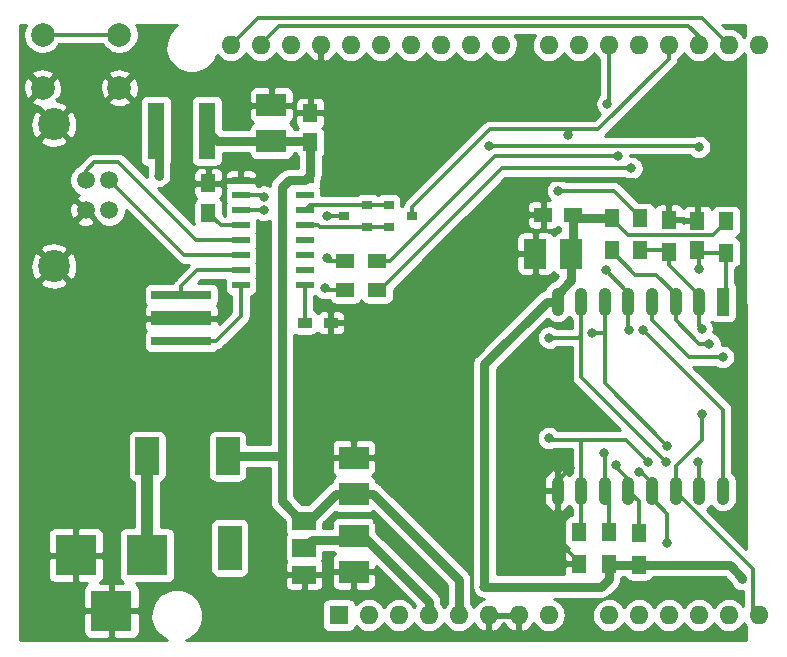
<source format=gtl>
G04 #@! TF.GenerationSoftware,KiCad,Pcbnew,(2017-11-08 revision cd21218)-HEAD*
G04 #@! TF.CreationDate,2018-02-07T13:52:32+02:00*
G04 #@! TF.ProjectId,esp8266_uno,657370383236365F756E6F2E6B696361,rev?*
G04 #@! TF.SameCoordinates,Original*
G04 #@! TF.FileFunction,Copper,L1,Top,Signal*
G04 #@! TF.FilePolarity,Positive*
%FSLAX46Y46*%
G04 Gerber Fmt 4.6, Leading zero omitted, Abs format (unit mm)*
G04 Created by KiCad (PCBNEW (2017-11-08 revision cd21218)-HEAD) date Wed Feb  7 13:52:32 2018*
%MOMM*%
%LPD*%
G01*
G04 APERTURE LIST*
%ADD10O,1.100000X2.400000*%
%ADD11R,1.100000X2.400000*%
%ADD12R,3.500000X3.500000*%
%ADD13O,1.600000X1.600000*%
%ADD14R,1.600000X1.600000*%
%ADD15C,1.520000*%
%ADD16C,2.700000*%
%ADD17R,1.250000X1.500000*%
%ADD18R,1.500000X1.250000*%
%ADD19R,1.200000X0.900000*%
%ADD20R,0.900000X0.800000*%
%ADD21R,1.300000X1.500000*%
%ADD22R,2.000000X3.800000*%
%ADD23R,2.000000X1.500000*%
%ADD24R,1.500000X0.600000*%
%ADD25R,5.100000X0.800000*%
%ADD26R,5.100000X1.300000*%
%ADD27C,2.000000*%
%ADD28R,1.950000X2.500000*%
%ADD29R,2.500000X1.950000*%
%ADD30R,1.460000X4.840000*%
%ADD31R,1.500000X1.300000*%
%ADD32R,1.998980X3.197860*%
%ADD33C,0.400000*%
%ADD34C,0.800000*%
%ADD35C,0.350000*%
%ADD36C,0.800000*%
%ADD37C,1.000000*%
%ADD38C,0.254000*%
G04 APERTURE END LIST*
D10*
X171323000Y-119886000D03*
X169323000Y-119886000D03*
X167323000Y-119886000D03*
X165323000Y-119886000D03*
X163323000Y-119886000D03*
X161323000Y-119886000D03*
X159323000Y-119886000D03*
X157323000Y-119886000D03*
X157323000Y-103886000D03*
X159323000Y-103886000D03*
X161323000Y-103886000D03*
X163323000Y-103886000D03*
X165323000Y-103886000D03*
X167323000Y-103886000D03*
X169323000Y-103886000D03*
D11*
X171323000Y-103886000D03*
D12*
X122555000Y-125349000D03*
X116555000Y-125349000D03*
X119555000Y-130049000D03*
D13*
X129671000Y-82169000D03*
X132211000Y-82169000D03*
D14*
X138811000Y-130429000D03*
D13*
X169291000Y-82169000D03*
X141351000Y-130429000D03*
X166751000Y-82169000D03*
X143891000Y-130429000D03*
X164211000Y-82169000D03*
X146431000Y-130429000D03*
X161671000Y-82169000D03*
X148971000Y-130429000D03*
X159131000Y-82169000D03*
X151511000Y-130429000D03*
X156591000Y-82169000D03*
X154051000Y-130429000D03*
X152531000Y-82169000D03*
X156591000Y-130429000D03*
X149991000Y-82169000D03*
X161671000Y-130429000D03*
X147451000Y-82169000D03*
X164211000Y-130429000D03*
X144911000Y-82169000D03*
X166751000Y-130429000D03*
X142371000Y-82169000D03*
X169291000Y-130429000D03*
X139831000Y-82169000D03*
X171831000Y-130429000D03*
X137291000Y-82169000D03*
X174371000Y-130429000D03*
X134751000Y-82169000D03*
X174371000Y-82169000D03*
X171831000Y-82169000D03*
D15*
X119380000Y-93599000D03*
X119380000Y-96139000D03*
X117380000Y-96139000D03*
X117380000Y-93599000D03*
D16*
X114680000Y-88869000D03*
X114680000Y-100869000D03*
D17*
X169164000Y-99548000D03*
X169164000Y-97048000D03*
D18*
X156103000Y-96520000D03*
X158603000Y-96520000D03*
D17*
X127762000Y-96373000D03*
X127762000Y-93873000D03*
X136398000Y-90404000D03*
X136398000Y-87904000D03*
D19*
X138133000Y-105664000D03*
X135933000Y-105664000D03*
D20*
X139208000Y-96647000D03*
X141208000Y-95697000D03*
X141208000Y-97597000D03*
X143018000Y-95697000D03*
X143018000Y-97597000D03*
X145018000Y-96647000D03*
D21*
X161925000Y-99521000D03*
X161925000Y-96821000D03*
X171577000Y-99775000D03*
X171577000Y-97075000D03*
X164211000Y-126191000D03*
X164211000Y-123491000D03*
X161671000Y-123364000D03*
X161671000Y-126064000D03*
X159131000Y-126064000D03*
X159131000Y-123364000D03*
X166751000Y-99648000D03*
X166751000Y-96948000D03*
X164338000Y-99521000D03*
X164338000Y-96821000D03*
D22*
X129565000Y-124714000D03*
D23*
X135865000Y-124714000D03*
X135865000Y-122414000D03*
X135865000Y-127014000D03*
D24*
X130523000Y-93599000D03*
X130523000Y-94869000D03*
X130523000Y-96139000D03*
X130523000Y-97409000D03*
X130523000Y-98679000D03*
X130523000Y-99949000D03*
X130523000Y-101219000D03*
X130523000Y-102489000D03*
X135923000Y-102489000D03*
X135923000Y-101219000D03*
X135923000Y-99949000D03*
X135923000Y-98679000D03*
X135923000Y-97409000D03*
X135923000Y-96139000D03*
X135923000Y-94869000D03*
X135923000Y-93599000D03*
D25*
X125476000Y-103333000D03*
D26*
X125476000Y-105283000D03*
D25*
X125476000Y-107233000D03*
D27*
X113728500Y-85780000D03*
X113728500Y-81280000D03*
X120228500Y-85780000D03*
X120228500Y-81280000D03*
D28*
X158497000Y-99822000D03*
X155447000Y-99822000D03*
D29*
X140081000Y-117093000D03*
X140081000Y-120143000D03*
X140081000Y-126747000D03*
X140081000Y-123697000D03*
X133096000Y-90298000D03*
X133096000Y-87248000D03*
D30*
X127626000Y-89408000D03*
X123326000Y-89408000D03*
D31*
X142066000Y-100457000D03*
X139366000Y-100457000D03*
X139366000Y-102870000D03*
X142066000Y-102870000D03*
D32*
X122585480Y-116967000D03*
X129382520Y-116967000D03*
D33*
X122854999Y-80594500D03*
X172384999Y-80594500D03*
X115234999Y-84404500D03*
X119044999Y-84404500D03*
X130474999Y-84404500D03*
X134284999Y-84404500D03*
X138094999Y-84404500D03*
X141904999Y-84404500D03*
X145714999Y-84404500D03*
X149524999Y-84404500D03*
X153334999Y-84404500D03*
X157144999Y-84404500D03*
X119044999Y-88214500D03*
X130474999Y-88214500D03*
X138094999Y-88214500D03*
X141904999Y-88214500D03*
X145714999Y-88214500D03*
X149524999Y-88214500D03*
X153334999Y-88214500D03*
X157144999Y-88214500D03*
X164764999Y-88214500D03*
X168574999Y-88214500D03*
X172384999Y-88214500D03*
X115234999Y-92024500D03*
X138094999Y-92024500D03*
X141904999Y-92024500D03*
X145714999Y-92024500D03*
X172384999Y-92024500D03*
X115234999Y-95834500D03*
X153334999Y-95834500D03*
X119044999Y-99644500D03*
X122854999Y-99644500D03*
X149524999Y-99644500D03*
X115234999Y-103454500D03*
X119044999Y-103454500D03*
X145714999Y-103454500D03*
X149524999Y-103454500D03*
X153334999Y-103454500D03*
X115234999Y-107264500D03*
X119044999Y-107264500D03*
X130474999Y-107264500D03*
X138094999Y-107264500D03*
X141904999Y-107264500D03*
X145714999Y-107264500D03*
X149524999Y-107264500D03*
X172384999Y-107264500D03*
X115234999Y-111074500D03*
X119044999Y-111074500D03*
X122854999Y-111074500D03*
X126664999Y-111074500D03*
X130474999Y-111074500D03*
X138094999Y-111074500D03*
X141904999Y-111074500D03*
X145714999Y-111074500D03*
X149524999Y-111074500D03*
X153334999Y-111074500D03*
X172384999Y-111074500D03*
X115234999Y-114884500D03*
X119044999Y-114884500D03*
X126664999Y-114884500D03*
X138094999Y-114884500D03*
X141904999Y-114884500D03*
X145714999Y-114884500D03*
X149524999Y-114884500D03*
X153334999Y-114884500D03*
X115234999Y-118694500D03*
X119044999Y-118694500D03*
X126664999Y-118694500D03*
X138094999Y-118694500D03*
X141904999Y-118694500D03*
X145714999Y-118694500D03*
X149524999Y-118694500D03*
X153334999Y-118694500D03*
X115234999Y-122504500D03*
X119044999Y-122504500D03*
X126664999Y-122504500D03*
X138094999Y-122504500D03*
X141904999Y-122504500D03*
X149524999Y-122504500D03*
X153334999Y-122504500D03*
X126664999Y-126314500D03*
X134284999Y-126314500D03*
X138094999Y-126314500D03*
X145714999Y-126314500D03*
X115234999Y-130124500D03*
X130474999Y-130124500D03*
X134284999Y-130124500D03*
D34*
X169545000Y-113411000D03*
X166624000Y-124333000D03*
X164197010Y-118267314D03*
X165100000Y-94869000D03*
X153416000Y-99695000D03*
X154051000Y-126492000D03*
X158369000Y-117983000D03*
X172720000Y-101219000D03*
X157366990Y-94474010D03*
X162403800Y-91553010D03*
X169177990Y-117475000D03*
X164592000Y-106299000D03*
X163575998Y-92583000D03*
X151511000Y-90678000D03*
X169291000Y-90805000D03*
X169291000Y-101092000D03*
X137795000Y-96647000D03*
X172974000Y-127381000D03*
X151130000Y-128016000D03*
X123571000Y-93218000D03*
X158242000Y-89789001D03*
X162306000Y-117729000D03*
X170179998Y-107442000D03*
X161290000Y-116713000D03*
X165016023Y-117466162D03*
X156591000Y-115442996D03*
X169528726Y-106188274D03*
X171323000Y-108585000D03*
X161544000Y-87122000D03*
X161417000Y-101219000D03*
X163338032Y-106299000D03*
X160242959Y-106553000D03*
X166629240Y-116064027D03*
X156604990Y-106934000D03*
X166497000Y-117475000D03*
X137778726Y-100219274D03*
X132461000Y-94996000D03*
X132461000Y-96139002D03*
X137668000Y-102743000D03*
D35*
X167323000Y-119886000D02*
X167323000Y-117817002D01*
X167323000Y-117817002D02*
X169545000Y-115595002D01*
X169545000Y-115595002D02*
X169545000Y-113411000D01*
X131972010Y-79867990D02*
X169529990Y-79867990D01*
X169529990Y-79867990D02*
X171831000Y-82169000D01*
X129671000Y-82169000D02*
X131972010Y-79867990D01*
X174371000Y-130429000D02*
X173863000Y-129921000D01*
X173863000Y-129921000D02*
X173863000Y-126525583D01*
X173863000Y-126525583D02*
X167323000Y-119985583D01*
X167323000Y-119985583D02*
X167323000Y-119886000D01*
X168402000Y-80518000D02*
X169291000Y-81407000D01*
X132211000Y-82169000D02*
X132211000Y-82038000D01*
X169291000Y-81407000D02*
X169291000Y-82169000D01*
X132211000Y-82038000D02*
X133731000Y-80518000D01*
X133731000Y-80518000D02*
X168402000Y-80518000D01*
X166624000Y-121837000D02*
X166624000Y-124333000D01*
X165323000Y-120536000D02*
X166624000Y-121837000D01*
X165323000Y-119886000D02*
X165323000Y-120536000D01*
X165323000Y-119236000D02*
X164354314Y-118267314D01*
X164354314Y-118267314D02*
X164197010Y-118267314D01*
X165323000Y-119886000D02*
X165323000Y-119236000D01*
X163830000Y-93599000D02*
X165100000Y-94869000D01*
X156103000Y-96520000D02*
X156103000Y-94087000D01*
X156103000Y-94087000D02*
X156591000Y-93599000D01*
X156591000Y-93599000D02*
X163830000Y-93599000D01*
X153543000Y-99822000D02*
X153416000Y-99695000D01*
X155447000Y-99822000D02*
X153543000Y-99822000D01*
X158369000Y-117983000D02*
X157323000Y-119029000D01*
X157323000Y-119029000D02*
X157323000Y-119886000D01*
X159131000Y-126064000D02*
X159131000Y-125964000D01*
X157323000Y-124156000D02*
X157323000Y-119886000D01*
X159131000Y-125964000D02*
X157323000Y-124156000D01*
X157323000Y-119886000D02*
X157323000Y-120536000D01*
X164338000Y-96721000D02*
X162091010Y-94474010D01*
X164338000Y-96821000D02*
X164338000Y-96721000D01*
X162091010Y-94474010D02*
X157366990Y-94474010D01*
X152069990Y-91553010D02*
X162403800Y-91553010D01*
X143166000Y-100457000D02*
X152069990Y-91553010D01*
X142066000Y-100457000D02*
X143166000Y-100457000D01*
X169323000Y-119886000D02*
X169323000Y-117620010D01*
X169323000Y-117620010D02*
X169177990Y-117475000D01*
X171323000Y-113030000D02*
X164592000Y-106299000D01*
X171323000Y-119886000D02*
X171323000Y-113030000D01*
X142066000Y-102870000D02*
X142295256Y-102870000D01*
X142295256Y-102870000D02*
X152582256Y-92583000D01*
X152582256Y-92583000D02*
X163575998Y-92583000D01*
X113728500Y-81280000D02*
X120228500Y-81280000D01*
X151511000Y-90678000D02*
X169164000Y-90678000D01*
X169164000Y-90678000D02*
X169291000Y-90805000D01*
X171577000Y-99775000D02*
X171577000Y-103632000D01*
X171577000Y-103632000D02*
X171323000Y-103886000D01*
X169291000Y-101092000D02*
X169291000Y-99675000D01*
X169291000Y-99675000D02*
X169164000Y-99548000D01*
X171577000Y-99775000D02*
X169391000Y-99775000D01*
X169391000Y-99775000D02*
X169164000Y-99548000D01*
X139208000Y-96647000D02*
X137795000Y-96647000D01*
D36*
X151130000Y-128016000D02*
X161036000Y-128016000D01*
X161036000Y-128016000D02*
X161671000Y-127381000D01*
X161671000Y-127381000D02*
X161671000Y-126064000D01*
X164211000Y-126191000D02*
X171911000Y-126191000D01*
X171911000Y-126191000D02*
X172974000Y-127254000D01*
X172974000Y-127254000D02*
X172974000Y-127381000D01*
X135865000Y-124714000D02*
X136500000Y-124079000D01*
X136500000Y-124079000D02*
X139699000Y-124079000D01*
X139699000Y-124079000D02*
X140081000Y-123697000D01*
X157323000Y-103886000D02*
X156423000Y-103886000D01*
X151130000Y-109179000D02*
X151130000Y-128016000D01*
X156423000Y-103886000D02*
X151130000Y-109179000D01*
X157196000Y-103759000D02*
X157323000Y-103886000D01*
X140081000Y-123697000D02*
X140830370Y-123697000D01*
X140830370Y-123697000D02*
X146431000Y-129297630D01*
X146431000Y-129297630D02*
X146431000Y-130429000D01*
X157323000Y-103886000D02*
X157323000Y-104536000D01*
X158497000Y-99822000D02*
X158497000Y-102062000D01*
X158497000Y-102062000D02*
X157323000Y-103236000D01*
X157323000Y-103236000D02*
X157323000Y-103886000D01*
X158603000Y-96520000D02*
X158603000Y-99716000D01*
X158603000Y-99716000D02*
X158497000Y-99822000D01*
X161925000Y-96821000D02*
X158904000Y-96821000D01*
X158904000Y-96821000D02*
X158603000Y-96520000D01*
X171577000Y-97075000D02*
X171577000Y-97175000D01*
X161925000Y-96921000D02*
X161925000Y-96821000D01*
D35*
X171577000Y-97175000D02*
X170478999Y-98273001D01*
X163277001Y-98273001D02*
X161925000Y-96921000D01*
X170478999Y-98273001D02*
X163277001Y-98273001D01*
D36*
X164211000Y-126191000D02*
X161798000Y-126191000D01*
X161798000Y-126191000D02*
X161671000Y-126064000D01*
D35*
X130523000Y-97409000D02*
X128798000Y-97409000D01*
X128798000Y-97409000D02*
X127762000Y-96373000D01*
D36*
X133985000Y-94187000D02*
X133985000Y-116967000D01*
X133985000Y-116967000D02*
X133985000Y-120784000D01*
X129382520Y-116967000D02*
X133985000Y-116967000D01*
X135923000Y-93599000D02*
X134573000Y-93599000D01*
X134573000Y-93599000D02*
X133985000Y-94187000D01*
X133985000Y-120784000D02*
X135615000Y-122414000D01*
X136398000Y-90404000D02*
X136398000Y-93124000D01*
X136398000Y-93124000D02*
X135923000Y-93599000D01*
X133096000Y-90298000D02*
X136292000Y-90298000D01*
X136292000Y-90298000D02*
X136398000Y-90404000D01*
X133096000Y-90298000D02*
X128516000Y-90298000D01*
X128516000Y-90298000D02*
X127626000Y-89408000D01*
X140081000Y-120143000D02*
X138556000Y-120143000D01*
X138556000Y-120143000D02*
X136285000Y-122414000D01*
X136285000Y-122414000D02*
X135865000Y-122414000D01*
X140081000Y-120143000D02*
X141681000Y-120143000D01*
X141681000Y-120143000D02*
X148971000Y-127433000D01*
X148971000Y-127433000D02*
X148971000Y-130429000D01*
X135615000Y-122414000D02*
X135865000Y-122414000D01*
D35*
X135933000Y-105664000D02*
X135933000Y-102499000D01*
X135933000Y-102499000D02*
X135923000Y-102489000D01*
X130523000Y-99949000D02*
X125730000Y-99949000D01*
X125730000Y-99949000D02*
X119380000Y-93599000D01*
D36*
X123571000Y-93218000D02*
X123571000Y-89653000D01*
X123571000Y-89653000D02*
X123326000Y-89408000D01*
D35*
X118110000Y-92075000D02*
X117380000Y-92805000D01*
X120142000Y-92075000D02*
X118110000Y-92075000D01*
X130523000Y-98679000D02*
X126746000Y-98679000D01*
X126746000Y-98679000D02*
X120142000Y-92075000D01*
X117380000Y-92805000D02*
X117380000Y-93599000D01*
X143018000Y-95697000D02*
X141208000Y-95697000D01*
X141208000Y-95697000D02*
X136365000Y-95697000D01*
X136365000Y-95697000D02*
X135923000Y-96139000D01*
X143018000Y-97597000D02*
X141208000Y-97597000D01*
X135923000Y-97409000D02*
X137023000Y-97409000D01*
X137211000Y-97597000D02*
X141208000Y-97597000D01*
X137023000Y-97409000D02*
X137211000Y-97597000D01*
X163323000Y-119886000D02*
X163323000Y-118873000D01*
X163323000Y-118873000D02*
X162306000Y-117856000D01*
X162306000Y-117856000D02*
X162306000Y-117729000D01*
X158369000Y-89662001D02*
X158242000Y-89789001D01*
X158369000Y-89281000D02*
X158369000Y-89662001D01*
X145018000Y-95875998D02*
X145018000Y-96647000D01*
X151612998Y-89281000D02*
X145018000Y-95875998D01*
X158369000Y-89281000D02*
X151612998Y-89281000D01*
X166751000Y-83300370D02*
X160770370Y-89281000D01*
X166751000Y-82169000D02*
X166751000Y-83300370D01*
X160770370Y-89281000D02*
X158369000Y-89281000D01*
X164211000Y-123491000D02*
X164211000Y-120774000D01*
X164211000Y-120774000D02*
X163323000Y-119886000D01*
X167323000Y-105436000D02*
X169329000Y-107442000D01*
X169329000Y-107442000D02*
X170179998Y-107442000D01*
X167323000Y-103886000D02*
X167323000Y-105436000D01*
X161925000Y-99621000D02*
X163904000Y-101600000D01*
X165687000Y-101600000D02*
X167323000Y-103236000D01*
X161925000Y-99521000D02*
X161925000Y-99621000D01*
X163904000Y-101600000D02*
X165687000Y-101600000D01*
X167323000Y-103236000D02*
X167323000Y-103886000D01*
X161323000Y-119886000D02*
X161323000Y-116746000D01*
X161323000Y-116746000D02*
X161290000Y-116713000D01*
X161671000Y-123364000D02*
X161671000Y-120234000D01*
X161671000Y-120234000D02*
X161323000Y-119886000D01*
X159323000Y-119886000D02*
X159323000Y-115762000D01*
X159323000Y-115762000D02*
X159131000Y-115570000D01*
X159131000Y-115570000D02*
X156718004Y-115570000D01*
X156718004Y-115570000D02*
X156591000Y-115442996D01*
X159323000Y-119886000D02*
X159323000Y-115583998D01*
X159323000Y-115583998D02*
X163133859Y-115583998D01*
X163133859Y-115583998D02*
X165016023Y-117466162D01*
X159323000Y-119886000D02*
X159323000Y-123072000D01*
X159323000Y-123072000D02*
X159131000Y-123264000D01*
X159131000Y-123264000D02*
X159131000Y-123364000D01*
X169323000Y-103320000D02*
X169323000Y-103886000D01*
X166751000Y-99648000D02*
X166751000Y-100748000D01*
X166751000Y-100748000D02*
X169323000Y-103320000D01*
X169323000Y-105982548D02*
X169528726Y-106188274D01*
X169323000Y-103886000D02*
X169323000Y-105982548D01*
X164338000Y-99521000D02*
X166624000Y-99521000D01*
X166624000Y-99521000D02*
X166751000Y-99648000D01*
X168472000Y-108585000D02*
X171323000Y-108585000D01*
X165323000Y-105436000D02*
X168472000Y-108585000D01*
X165323000Y-103886000D02*
X165323000Y-105436000D01*
X161671000Y-86995000D02*
X161544000Y-87122000D01*
X161671000Y-82169000D02*
X161671000Y-86995000D01*
X163323000Y-103886000D02*
X163323000Y-103125000D01*
X163323000Y-103125000D02*
X161417000Y-101219000D01*
X163323000Y-103886000D02*
X163323000Y-106283968D01*
X163323000Y-106283968D02*
X163338032Y-106299000D01*
X161323000Y-103886000D02*
X161323000Y-106520000D01*
X161323000Y-106520000D02*
X161290000Y-106553000D01*
X161290000Y-106553000D02*
X160242959Y-106553000D01*
X161323000Y-103886000D02*
X161323000Y-110757787D01*
X161323000Y-110757787D02*
X166629240Y-116064027D01*
X159323000Y-105918000D02*
X159323000Y-106742000D01*
X159131000Y-106934000D02*
X156604990Y-106934000D01*
X159323000Y-106742000D02*
X159131000Y-106934000D01*
X159323000Y-105918000D02*
X159323000Y-110301000D01*
X159323000Y-110301000D02*
X166497000Y-117475000D01*
X159323000Y-103886000D02*
X159323000Y-105918000D01*
X125476000Y-103333000D02*
X125476000Y-102583000D01*
X125476000Y-102583000D02*
X126840000Y-101219000D01*
X126840000Y-101219000D02*
X130523000Y-101219000D01*
X125476000Y-107233000D02*
X128376000Y-107233000D01*
X128376000Y-107233000D02*
X130523000Y-105086000D01*
X130523000Y-105086000D02*
X130523000Y-102489000D01*
X139366000Y-100457000D02*
X138016452Y-100457000D01*
X138016452Y-100457000D02*
X137778726Y-100219274D01*
X130523000Y-94869000D02*
X132334000Y-94869000D01*
X132334000Y-94869000D02*
X132461000Y-94996000D01*
X130523000Y-96139000D02*
X132460998Y-96139000D01*
X132460998Y-96139000D02*
X132461000Y-96139002D01*
X139366000Y-102870000D02*
X137795000Y-102870000D01*
X137795000Y-102870000D02*
X137668000Y-102743000D01*
D37*
X122585480Y-116967000D02*
X122585480Y-125318520D01*
X122585480Y-125318520D02*
X122555000Y-125349000D01*
D38*
G36*
X112288806Y-80488522D02*
X112162493Y-80783233D01*
X112095828Y-81096866D01*
X112091351Y-81417475D01*
X112149233Y-81732848D01*
X112267268Y-82030971D01*
X112440961Y-82300491D01*
X112663697Y-82531140D01*
X112926990Y-82714133D01*
X113220813Y-82842501D01*
X113533973Y-82911354D01*
X113854543Y-82918069D01*
X114170311Y-82862390D01*
X114469252Y-82746439D01*
X114739977Y-82574632D01*
X114972176Y-82353512D01*
X115157003Y-82091503D01*
X115157672Y-82090000D01*
X118805309Y-82090000D01*
X118940961Y-82300491D01*
X119163697Y-82531140D01*
X119426990Y-82714133D01*
X119720813Y-82842501D01*
X120033973Y-82911354D01*
X120354543Y-82918069D01*
X120670311Y-82862390D01*
X120969252Y-82746439D01*
X121239977Y-82574632D01*
X121472176Y-82353512D01*
X121657003Y-82091503D01*
X121787419Y-81798583D01*
X121858456Y-81485911D01*
X121863570Y-81119680D01*
X121801291Y-80805146D01*
X121679104Y-80508700D01*
X121650734Y-80466000D01*
X125079638Y-80466000D01*
X124957764Y-80545752D01*
X124644607Y-80852419D01*
X124396978Y-81214071D01*
X124224311Y-81616933D01*
X124133182Y-82045662D01*
X124127062Y-82483925D01*
X124206185Y-82915030D01*
X124367536Y-83322557D01*
X124604970Y-83690982D01*
X124909443Y-84006273D01*
X125269358Y-84256421D01*
X125671005Y-84431896D01*
X126099087Y-84526016D01*
X126537297Y-84535195D01*
X126968944Y-84459084D01*
X127377587Y-84300582D01*
X127747661Y-84065726D01*
X128065070Y-83763461D01*
X128317724Y-83405302D01*
X128495999Y-83004889D01*
X128497778Y-82997059D01*
X128652766Y-83187093D01*
X128868558Y-83365612D01*
X129114915Y-83498817D01*
X129382453Y-83581633D01*
X129660982Y-83610908D01*
X129939892Y-83585525D01*
X130208560Y-83506452D01*
X130456753Y-83376700D01*
X130675017Y-83201211D01*
X130855038Y-82986671D01*
X130941228Y-82829891D01*
X131015758Y-82970060D01*
X131192766Y-83187093D01*
X131408558Y-83365612D01*
X131654915Y-83498817D01*
X131922453Y-83581633D01*
X132200982Y-83610908D01*
X132479892Y-83585525D01*
X132748560Y-83506452D01*
X132996753Y-83376700D01*
X133215017Y-83201211D01*
X133395038Y-82986671D01*
X133481228Y-82829891D01*
X133555758Y-82970060D01*
X133732766Y-83187093D01*
X133948558Y-83365612D01*
X134194915Y-83498817D01*
X134462453Y-83581633D01*
X134740982Y-83610908D01*
X135019892Y-83585525D01*
X135288560Y-83506452D01*
X135536753Y-83376700D01*
X135755017Y-83201211D01*
X135935038Y-82986671D01*
X136021656Y-82829112D01*
X136138615Y-83024131D01*
X136327586Y-83232519D01*
X136553580Y-83400037D01*
X136807913Y-83520246D01*
X136941961Y-83560904D01*
X137164000Y-83438915D01*
X137164000Y-82296000D01*
X137144000Y-82296000D01*
X137144000Y-82042000D01*
X137164000Y-82042000D01*
X137164000Y-82022000D01*
X137418000Y-82022000D01*
X137418000Y-82042000D01*
X137438000Y-82042000D01*
X137438000Y-82296000D01*
X137418000Y-82296000D01*
X137418000Y-83438915D01*
X137640039Y-83560904D01*
X137774087Y-83520246D01*
X138028420Y-83400037D01*
X138254414Y-83232519D01*
X138443385Y-83024131D01*
X138560593Y-82828696D01*
X138635758Y-82970060D01*
X138812766Y-83187093D01*
X139028558Y-83365612D01*
X139274915Y-83498817D01*
X139542453Y-83581633D01*
X139820982Y-83610908D01*
X140099892Y-83585525D01*
X140368560Y-83506452D01*
X140616753Y-83376700D01*
X140835017Y-83201211D01*
X141015038Y-82986671D01*
X141101228Y-82829891D01*
X141175758Y-82970060D01*
X141352766Y-83187093D01*
X141568558Y-83365612D01*
X141814915Y-83498817D01*
X142082453Y-83581633D01*
X142360982Y-83610908D01*
X142639892Y-83585525D01*
X142908560Y-83506452D01*
X143156753Y-83376700D01*
X143375017Y-83201211D01*
X143555038Y-82986671D01*
X143641228Y-82829891D01*
X143715758Y-82970060D01*
X143892766Y-83187093D01*
X144108558Y-83365612D01*
X144354915Y-83498817D01*
X144622453Y-83581633D01*
X144900982Y-83610908D01*
X145179892Y-83585525D01*
X145448560Y-83506452D01*
X145696753Y-83376700D01*
X145915017Y-83201211D01*
X146095038Y-82986671D01*
X146181228Y-82829891D01*
X146255758Y-82970060D01*
X146432766Y-83187093D01*
X146648558Y-83365612D01*
X146894915Y-83498817D01*
X147162453Y-83581633D01*
X147440982Y-83610908D01*
X147719892Y-83585525D01*
X147988560Y-83506452D01*
X148236753Y-83376700D01*
X148455017Y-83201211D01*
X148635038Y-82986671D01*
X148721228Y-82829891D01*
X148795758Y-82970060D01*
X148972766Y-83187093D01*
X149188558Y-83365612D01*
X149434915Y-83498817D01*
X149702453Y-83581633D01*
X149980982Y-83610908D01*
X150259892Y-83585525D01*
X150528560Y-83506452D01*
X150776753Y-83376700D01*
X150995017Y-83201211D01*
X151175038Y-82986671D01*
X151261228Y-82829891D01*
X151335758Y-82970060D01*
X151512766Y-83187093D01*
X151728558Y-83365612D01*
X151974915Y-83498817D01*
X152242453Y-83581633D01*
X152520982Y-83610908D01*
X152799892Y-83585525D01*
X153068560Y-83506452D01*
X153316753Y-83376700D01*
X153535017Y-83201211D01*
X153715038Y-82986671D01*
X153849959Y-82741250D01*
X153934642Y-82474296D01*
X153965860Y-82195979D01*
X153966000Y-82175943D01*
X153966000Y-82162057D01*
X153938671Y-81883331D01*
X153857724Y-81615221D01*
X153726242Y-81367940D01*
X153693668Y-81328000D01*
X155426537Y-81328000D01*
X155406962Y-81351329D01*
X155272041Y-81596750D01*
X155187358Y-81863704D01*
X155156140Y-82142021D01*
X155156000Y-82162057D01*
X155156000Y-82175943D01*
X155183329Y-82454669D01*
X155264276Y-82722779D01*
X155395758Y-82970060D01*
X155572766Y-83187093D01*
X155788558Y-83365612D01*
X156034915Y-83498817D01*
X156302453Y-83581633D01*
X156580982Y-83610908D01*
X156859892Y-83585525D01*
X157128560Y-83506452D01*
X157376753Y-83376700D01*
X157595017Y-83201211D01*
X157775038Y-82986671D01*
X157861228Y-82829891D01*
X157935758Y-82970060D01*
X158112766Y-83187093D01*
X158328558Y-83365612D01*
X158574915Y-83498817D01*
X158842453Y-83581633D01*
X159120982Y-83610908D01*
X159399892Y-83585525D01*
X159668560Y-83506452D01*
X159916753Y-83376700D01*
X160135017Y-83201211D01*
X160315038Y-82986671D01*
X160401228Y-82829891D01*
X160475758Y-82970060D01*
X160652766Y-83187093D01*
X160861000Y-83359359D01*
X160861000Y-86342160D01*
X160747308Y-86453496D01*
X160632634Y-86620972D01*
X160552674Y-86807533D01*
X160510473Y-87006071D01*
X160507639Y-87209026D01*
X160544280Y-87408665D01*
X160619000Y-87597386D01*
X160728953Y-87767999D01*
X160869950Y-87914006D01*
X160941868Y-87963990D01*
X160434858Y-88471000D01*
X151612998Y-88471000D01*
X151538554Y-88478299D01*
X151463997Y-88484822D01*
X151459906Y-88486010D01*
X151455668Y-88486426D01*
X151384078Y-88508041D01*
X151312190Y-88528926D01*
X151308405Y-88530888D01*
X151304331Y-88532118D01*
X151238309Y-88567223D01*
X151171840Y-88601677D01*
X151168510Y-88604335D01*
X151164751Y-88606334D01*
X151106803Y-88653595D01*
X151048294Y-88700302D01*
X151042365Y-88706150D01*
X151042244Y-88706248D01*
X151042151Y-88706360D01*
X151040242Y-88708243D01*
X144445244Y-95303242D01*
X144397743Y-95361069D01*
X144349658Y-95418375D01*
X144347608Y-95422103D01*
X144344902Y-95425398D01*
X144309541Y-95491346D01*
X144273500Y-95556905D01*
X144272211Y-95560968D01*
X144270200Y-95564719D01*
X144248348Y-95636193D01*
X144225700Y-95707590D01*
X144225419Y-95710095D01*
X144213506Y-95716463D01*
X144116815Y-95795815D01*
X144106072Y-95808905D01*
X144106072Y-95297000D01*
X144093812Y-95172518D01*
X144057502Y-95052820D01*
X143998537Y-94942506D01*
X143919185Y-94845815D01*
X143822494Y-94766463D01*
X143712180Y-94707498D01*
X143592482Y-94671188D01*
X143468000Y-94658928D01*
X142568000Y-94658928D01*
X142443518Y-94671188D01*
X142323820Y-94707498D01*
X142213506Y-94766463D01*
X142116815Y-94845815D01*
X142113000Y-94850464D01*
X142109185Y-94845815D01*
X142012494Y-94766463D01*
X141902180Y-94707498D01*
X141782482Y-94671188D01*
X141658000Y-94658928D01*
X140758000Y-94658928D01*
X140633518Y-94671188D01*
X140513820Y-94707498D01*
X140403506Y-94766463D01*
X140306815Y-94845815D01*
X140273015Y-94887000D01*
X137311072Y-94887000D01*
X137311072Y-94569000D01*
X137298812Y-94444518D01*
X137262502Y-94324820D01*
X137213957Y-94234000D01*
X137262502Y-94143180D01*
X137298812Y-94023482D01*
X137311072Y-93899000D01*
X137311072Y-93601275D01*
X137349305Y-93531730D01*
X137350951Y-93526541D01*
X137353522Y-93521746D01*
X137381453Y-93430387D01*
X137410383Y-93339189D01*
X137410990Y-93333775D01*
X137412580Y-93328575D01*
X137422235Y-93233528D01*
X137432899Y-93138451D01*
X137432973Y-93127807D01*
X137432993Y-93127614D01*
X137432976Y-93127434D01*
X137433000Y-93124000D01*
X137433000Y-91638985D01*
X137474185Y-91605185D01*
X137553537Y-91508494D01*
X137612502Y-91398180D01*
X137648812Y-91278482D01*
X137661072Y-91154000D01*
X137661072Y-89654000D01*
X137648812Y-89529518D01*
X137612502Y-89409820D01*
X137553537Y-89299506D01*
X137474185Y-89202815D01*
X137416034Y-89155092D01*
X137427789Y-89147237D01*
X137516237Y-89058789D01*
X137585730Y-88954785D01*
X137633597Y-88839223D01*
X137658000Y-88716542D01*
X137658000Y-88189750D01*
X137499250Y-88031000D01*
X136525000Y-88031000D01*
X136525000Y-88051000D01*
X136271000Y-88051000D01*
X136271000Y-88031000D01*
X135296750Y-88031000D01*
X135138000Y-88189750D01*
X135138000Y-88716542D01*
X135162403Y-88839223D01*
X135210270Y-88954785D01*
X135279763Y-89058789D01*
X135368211Y-89147237D01*
X135379966Y-89155092D01*
X135321815Y-89202815D01*
X135272423Y-89263000D01*
X134978163Y-89263000D01*
X134971812Y-89198518D01*
X134935502Y-89078820D01*
X134876537Y-88968506D01*
X134797185Y-88871815D01*
X134700494Y-88792463D01*
X134665057Y-88773521D01*
X134750789Y-88716237D01*
X134839237Y-88627789D01*
X134908730Y-88523785D01*
X134956597Y-88408223D01*
X134981000Y-88285542D01*
X134981000Y-87533750D01*
X134822250Y-87375000D01*
X133223000Y-87375000D01*
X133223000Y-87395000D01*
X132969000Y-87395000D01*
X132969000Y-87375000D01*
X131369750Y-87375000D01*
X131211000Y-87533750D01*
X131211000Y-88285542D01*
X131235403Y-88408223D01*
X131283270Y-88523785D01*
X131352763Y-88627789D01*
X131441211Y-88716237D01*
X131526943Y-88773521D01*
X131491506Y-88792463D01*
X131394815Y-88871815D01*
X131315463Y-88968506D01*
X131256498Y-89078820D01*
X131220188Y-89198518D01*
X131213837Y-89263000D01*
X128994072Y-89263000D01*
X128994072Y-86988000D01*
X128981812Y-86863518D01*
X128945502Y-86743820D01*
X128886537Y-86633506D01*
X128807185Y-86536815D01*
X128710494Y-86457463D01*
X128600180Y-86398498D01*
X128480482Y-86362188D01*
X128356000Y-86349928D01*
X126896000Y-86349928D01*
X126771518Y-86362188D01*
X126651820Y-86398498D01*
X126541506Y-86457463D01*
X126444815Y-86536815D01*
X126365463Y-86633506D01*
X126306498Y-86743820D01*
X126270188Y-86863518D01*
X126257928Y-86988000D01*
X126257928Y-91828000D01*
X126270188Y-91952482D01*
X126306498Y-92072180D01*
X126365463Y-92182494D01*
X126444815Y-92279185D01*
X126541506Y-92358537D01*
X126651820Y-92417502D01*
X126771518Y-92453812D01*
X126896000Y-92466072D01*
X128356000Y-92466072D01*
X128480482Y-92453812D01*
X128600180Y-92417502D01*
X128710494Y-92358537D01*
X128807185Y-92279185D01*
X128886537Y-92182494D01*
X128945502Y-92072180D01*
X128981812Y-91952482D01*
X128994072Y-91828000D01*
X128994072Y-91333000D01*
X131213837Y-91333000D01*
X131220188Y-91397482D01*
X131256498Y-91517180D01*
X131315463Y-91627494D01*
X131394815Y-91724185D01*
X131491506Y-91803537D01*
X131601820Y-91862502D01*
X131721518Y-91898812D01*
X131846000Y-91911072D01*
X134346000Y-91911072D01*
X134470482Y-91898812D01*
X134590180Y-91862502D01*
X134700494Y-91803537D01*
X134797185Y-91724185D01*
X134876537Y-91627494D01*
X134935502Y-91517180D01*
X134971812Y-91397482D01*
X134978163Y-91333000D01*
X135163726Y-91333000D01*
X135183498Y-91398180D01*
X135242463Y-91508494D01*
X135321815Y-91605185D01*
X135363000Y-91638985D01*
X135363000Y-92564000D01*
X134573000Y-92564000D01*
X134477859Y-92573328D01*
X134382611Y-92581662D01*
X134377388Y-92583180D01*
X134371967Y-92583711D01*
X134280409Y-92611354D01*
X134188635Y-92638017D01*
X134183803Y-92640522D01*
X134178592Y-92642095D01*
X134094225Y-92686954D01*
X134009299Y-92730975D01*
X134005041Y-92734374D01*
X134000240Y-92736927D01*
X133926186Y-92797324D01*
X133851435Y-92856997D01*
X133843860Y-92864467D01*
X133843704Y-92864594D01*
X133843585Y-92864738D01*
X133841145Y-92867144D01*
X133253144Y-93455144D01*
X133192412Y-93529081D01*
X133131008Y-93602259D01*
X133128389Y-93607023D01*
X133124930Y-93611234D01*
X133079721Y-93695550D01*
X133033695Y-93779270D01*
X133032049Y-93784457D01*
X133029477Y-93789255D01*
X133001537Y-93880645D01*
X132972617Y-93971811D01*
X132972010Y-93977225D01*
X132970420Y-93982425D01*
X132960761Y-94077512D01*
X132960021Y-94084105D01*
X132955653Y-94081158D01*
X132768539Y-94002503D01*
X132569710Y-93961689D01*
X132366741Y-93960272D01*
X132167363Y-93998306D01*
X132017139Y-94059000D01*
X131888614Y-94059000D01*
X131908000Y-93961542D01*
X131908000Y-93884750D01*
X131749250Y-93726000D01*
X130650000Y-93726000D01*
X130650000Y-93746000D01*
X130396000Y-93746000D01*
X130396000Y-93726000D01*
X129296750Y-93726000D01*
X129138000Y-93884750D01*
X129138000Y-93961542D01*
X129162403Y-94084223D01*
X129210270Y-94199785D01*
X129232527Y-94233095D01*
X129183498Y-94324820D01*
X129147188Y-94444518D01*
X129134928Y-94569000D01*
X129134928Y-95169000D01*
X129147188Y-95293482D01*
X129183498Y-95413180D01*
X129232043Y-95504000D01*
X129183498Y-95594820D01*
X129147188Y-95714518D01*
X129134928Y-95839000D01*
X129134928Y-96439000D01*
X129147188Y-96563482D01*
X129157962Y-96599000D01*
X129133513Y-96599000D01*
X129025072Y-96490559D01*
X129025072Y-95623000D01*
X129012812Y-95498518D01*
X128976502Y-95378820D01*
X128917537Y-95268506D01*
X128838185Y-95171815D01*
X128780034Y-95124092D01*
X128791789Y-95116237D01*
X128880237Y-95027789D01*
X128949730Y-94923785D01*
X128997597Y-94808223D01*
X129022000Y-94685542D01*
X129022000Y-94158750D01*
X128863250Y-94000000D01*
X127889000Y-94000000D01*
X127889000Y-94020000D01*
X127635000Y-94020000D01*
X127635000Y-94000000D01*
X126660750Y-94000000D01*
X126502000Y-94158750D01*
X126502000Y-94685542D01*
X126526403Y-94808223D01*
X126574270Y-94923785D01*
X126643763Y-95027789D01*
X126732211Y-95116237D01*
X126743966Y-95124092D01*
X126685815Y-95171815D01*
X126606463Y-95268506D01*
X126547498Y-95378820D01*
X126511188Y-95498518D01*
X126498928Y-95623000D01*
X126498928Y-97123000D01*
X126511188Y-97247482D01*
X126533479Y-97320966D01*
X123463533Y-94251020D01*
X123650788Y-94254943D01*
X123850679Y-94219697D01*
X124039916Y-94146296D01*
X124211293Y-94037537D01*
X124358281Y-93897563D01*
X124475282Y-93731703D01*
X124557839Y-93546278D01*
X124602807Y-93348348D01*
X124604216Y-93247458D01*
X124605899Y-93232451D01*
X124606000Y-93218000D01*
X124606000Y-93119664D01*
X124606044Y-93116513D01*
X124606000Y-93116291D01*
X124606000Y-93060458D01*
X126502000Y-93060458D01*
X126502000Y-93587250D01*
X126660750Y-93746000D01*
X127635000Y-93746000D01*
X127635000Y-92646750D01*
X127889000Y-92646750D01*
X127889000Y-93746000D01*
X128863250Y-93746000D01*
X129022000Y-93587250D01*
X129022000Y-93236458D01*
X129138000Y-93236458D01*
X129138000Y-93313250D01*
X129296750Y-93472000D01*
X130396000Y-93472000D01*
X130396000Y-92822750D01*
X130650000Y-92822750D01*
X130650000Y-93472000D01*
X131749250Y-93472000D01*
X131908000Y-93313250D01*
X131908000Y-93236458D01*
X131883597Y-93113777D01*
X131835730Y-92998215D01*
X131766237Y-92894211D01*
X131677789Y-92805763D01*
X131573785Y-92736270D01*
X131458223Y-92688403D01*
X131335542Y-92664000D01*
X130808750Y-92664000D01*
X130650000Y-92822750D01*
X130396000Y-92822750D01*
X130237250Y-92664000D01*
X129710458Y-92664000D01*
X129587777Y-92688403D01*
X129472215Y-92736270D01*
X129368211Y-92805763D01*
X129279763Y-92894211D01*
X129210270Y-92998215D01*
X129162403Y-93113777D01*
X129138000Y-93236458D01*
X129022000Y-93236458D01*
X129022000Y-93060458D01*
X128997597Y-92937777D01*
X128949730Y-92822215D01*
X128880237Y-92718211D01*
X128791789Y-92629763D01*
X128687785Y-92560270D01*
X128572223Y-92512403D01*
X128449542Y-92488000D01*
X128047750Y-92488000D01*
X127889000Y-92646750D01*
X127635000Y-92646750D01*
X127476250Y-92488000D01*
X127074458Y-92488000D01*
X126951777Y-92512403D01*
X126836215Y-92560270D01*
X126732211Y-92629763D01*
X126643763Y-92718211D01*
X126574270Y-92822215D01*
X126526403Y-92937777D01*
X126502000Y-93060458D01*
X124606000Y-93060458D01*
X124606000Y-92146082D01*
X124645502Y-92072180D01*
X124681812Y-91952482D01*
X124694072Y-91828000D01*
X124694072Y-86988000D01*
X124681812Y-86863518D01*
X124645502Y-86743820D01*
X124586537Y-86633506D01*
X124507185Y-86536815D01*
X124410494Y-86457463D01*
X124300180Y-86398498D01*
X124180482Y-86362188D01*
X124056000Y-86349928D01*
X122596000Y-86349928D01*
X122471518Y-86362188D01*
X122351820Y-86398498D01*
X122241506Y-86457463D01*
X122144815Y-86536815D01*
X122065463Y-86633506D01*
X122006498Y-86743820D01*
X121970188Y-86863518D01*
X121957928Y-86988000D01*
X121957928Y-91828000D01*
X121970188Y-91952482D01*
X122006498Y-92072180D01*
X122065463Y-92182494D01*
X122144815Y-92279185D01*
X122241506Y-92358537D01*
X122351820Y-92417502D01*
X122471518Y-92453812D01*
X122536000Y-92460163D01*
X122536000Y-93207559D01*
X122534639Y-93305026D01*
X122538483Y-93325971D01*
X120714756Y-91502244D01*
X120656929Y-91454743D01*
X120599623Y-91406658D01*
X120595895Y-91404608D01*
X120592600Y-91401902D01*
X120526652Y-91366541D01*
X120461093Y-91330500D01*
X120457030Y-91329211D01*
X120453279Y-91327200D01*
X120381805Y-91305348D01*
X120310408Y-91282700D01*
X120306170Y-91282225D01*
X120302102Y-91280981D01*
X120227717Y-91273425D01*
X120153309Y-91265079D01*
X120144983Y-91265021D01*
X120144827Y-91265005D01*
X120144682Y-91265019D01*
X120142000Y-91265000D01*
X118110000Y-91265000D01*
X118035556Y-91272299D01*
X117960999Y-91278822D01*
X117956908Y-91280010D01*
X117952670Y-91280426D01*
X117881080Y-91302041D01*
X117809192Y-91322926D01*
X117805407Y-91324888D01*
X117801333Y-91326118D01*
X117735311Y-91361223D01*
X117668842Y-91395677D01*
X117665512Y-91398335D01*
X117661753Y-91400334D01*
X117603775Y-91447620D01*
X117545296Y-91494303D01*
X117539368Y-91500148D01*
X117539246Y-91500248D01*
X117539152Y-91500361D01*
X117537244Y-91502243D01*
X116807244Y-92232244D01*
X116759743Y-92290071D01*
X116711658Y-92347377D01*
X116709608Y-92351105D01*
X116706902Y-92354400D01*
X116692153Y-92381906D01*
X116501658Y-92506563D01*
X116306197Y-92697972D01*
X116151637Y-92923702D01*
X116043865Y-93175153D01*
X115986986Y-93442748D01*
X115983166Y-93716295D01*
X116032551Y-93985375D01*
X116133261Y-94239737D01*
X116281458Y-94469694D01*
X116471498Y-94666486D01*
X116696143Y-94822619D01*
X116796508Y-94866467D01*
X116777674Y-94873256D01*
X116662206Y-94934975D01*
X116595469Y-95174863D01*
X117221000Y-95800395D01*
X117221000Y-96266000D01*
X117230667Y-96314601D01*
X117258197Y-96355803D01*
X117299399Y-96383333D01*
X117312639Y-96385966D01*
X116595469Y-97103137D01*
X116662206Y-97343025D01*
X116910892Y-97459924D01*
X117177606Y-97526061D01*
X117452097Y-97538895D01*
X117723817Y-97497931D01*
X117982326Y-97404744D01*
X118097794Y-97343025D01*
X118164531Y-97103137D01*
X117454395Y-96393000D01*
X117813605Y-96393000D01*
X118089293Y-96668687D01*
X118133261Y-96779737D01*
X118281458Y-97009694D01*
X118471498Y-97206486D01*
X118696143Y-97362619D01*
X118946835Y-97472143D01*
X119214027Y-97530889D01*
X119487541Y-97536619D01*
X119756958Y-97489113D01*
X120012018Y-97390182D01*
X120243003Y-97243594D01*
X120441118Y-97054932D01*
X120598815Y-96831383D01*
X120710087Y-96581461D01*
X120770697Y-96314686D01*
X120773168Y-96137681D01*
X125157243Y-100521756D01*
X125215096Y-100569277D01*
X125272377Y-100617342D01*
X125276105Y-100619392D01*
X125279400Y-100622098D01*
X125345348Y-100657459D01*
X125410907Y-100693500D01*
X125414970Y-100694789D01*
X125418721Y-100696800D01*
X125490195Y-100718652D01*
X125561592Y-100741300D01*
X125565830Y-100741775D01*
X125569898Y-100743019D01*
X125644283Y-100750575D01*
X125718691Y-100758921D01*
X125727017Y-100758979D01*
X125727173Y-100758995D01*
X125727318Y-100758981D01*
X125730000Y-100759000D01*
X126154487Y-100759000D01*
X124903244Y-102010244D01*
X124855743Y-102068071D01*
X124807658Y-102125377D01*
X124805608Y-102129105D01*
X124802902Y-102132400D01*
X124767541Y-102198348D01*
X124731500Y-102263907D01*
X124730211Y-102267970D01*
X124728200Y-102271721D01*
X124721105Y-102294928D01*
X122926000Y-102294928D01*
X122801518Y-102307188D01*
X122681820Y-102343498D01*
X122571506Y-102402463D01*
X122474815Y-102481815D01*
X122395463Y-102578506D01*
X122336498Y-102688820D01*
X122300188Y-102808518D01*
X122287928Y-102933000D01*
X122287928Y-103733000D01*
X122300188Y-103857482D01*
X122336498Y-103977180D01*
X122395463Y-104087494D01*
X122474815Y-104184185D01*
X122475899Y-104185075D01*
X122432763Y-104228211D01*
X122363270Y-104332215D01*
X122315403Y-104447777D01*
X122291000Y-104570458D01*
X122291000Y-104997250D01*
X122449750Y-105156000D01*
X125349000Y-105156000D01*
X125349000Y-105136000D01*
X125603000Y-105136000D01*
X125603000Y-105156000D01*
X128502250Y-105156000D01*
X128661000Y-104997250D01*
X128661000Y-104570458D01*
X128636597Y-104447777D01*
X128588730Y-104332215D01*
X128519237Y-104228211D01*
X128476101Y-104185075D01*
X128477185Y-104184185D01*
X128556537Y-104087494D01*
X128615502Y-103977180D01*
X128651812Y-103857482D01*
X128664072Y-103733000D01*
X128664072Y-102933000D01*
X128651812Y-102808518D01*
X128615502Y-102688820D01*
X128556537Y-102578506D01*
X128477185Y-102481815D01*
X128380494Y-102402463D01*
X128270180Y-102343498D01*
X128150482Y-102307188D01*
X128026000Y-102294928D01*
X126909585Y-102294928D01*
X127175513Y-102029000D01*
X129157962Y-102029000D01*
X129147188Y-102064518D01*
X129134928Y-102189000D01*
X129134928Y-102789000D01*
X129147188Y-102913482D01*
X129183498Y-103033180D01*
X129242463Y-103143494D01*
X129321815Y-103240185D01*
X129418506Y-103319537D01*
X129528820Y-103378502D01*
X129648518Y-103414812D01*
X129713000Y-103421163D01*
X129713000Y-104750487D01*
X128661000Y-105802488D01*
X128661000Y-105568750D01*
X128502250Y-105410000D01*
X125603000Y-105410000D01*
X125603000Y-105430000D01*
X125349000Y-105430000D01*
X125349000Y-105410000D01*
X122449750Y-105410000D01*
X122291000Y-105568750D01*
X122291000Y-105995542D01*
X122315403Y-106118223D01*
X122363270Y-106233785D01*
X122432763Y-106337789D01*
X122475899Y-106380925D01*
X122474815Y-106381815D01*
X122395463Y-106478506D01*
X122336498Y-106588820D01*
X122300188Y-106708518D01*
X122287928Y-106833000D01*
X122287928Y-107633000D01*
X122300188Y-107757482D01*
X122336498Y-107877180D01*
X122395463Y-107987494D01*
X122474815Y-108084185D01*
X122571506Y-108163537D01*
X122681820Y-108222502D01*
X122801518Y-108258812D01*
X122926000Y-108271072D01*
X128026000Y-108271072D01*
X128150482Y-108258812D01*
X128270180Y-108222502D01*
X128380494Y-108163537D01*
X128477185Y-108084185D01*
X128522122Y-108029429D01*
X128525001Y-108029177D01*
X128529087Y-108027990D01*
X128533330Y-108027574D01*
X128604962Y-108005947D01*
X128676808Y-107985074D01*
X128680593Y-107983112D01*
X128684667Y-107981882D01*
X128750689Y-107946777D01*
X128817158Y-107912323D01*
X128820488Y-107909665D01*
X128824247Y-107907666D01*
X128882225Y-107860380D01*
X128940704Y-107813697D01*
X128946627Y-107807855D01*
X128946754Y-107807752D01*
X128946851Y-107807635D01*
X128948756Y-107805756D01*
X131095757Y-105658756D01*
X131143263Y-105600921D01*
X131191342Y-105543623D01*
X131193393Y-105539892D01*
X131196098Y-105536599D01*
X131231447Y-105470672D01*
X131267500Y-105405093D01*
X131268789Y-105401030D01*
X131270800Y-105397279D01*
X131292665Y-105325764D01*
X131315300Y-105254408D01*
X131315775Y-105250175D01*
X131317020Y-105246102D01*
X131324581Y-105171667D01*
X131332921Y-105097309D01*
X131332979Y-105088983D01*
X131332995Y-105088827D01*
X131332981Y-105088682D01*
X131333000Y-105086000D01*
X131333000Y-103421163D01*
X131397482Y-103414812D01*
X131517180Y-103378502D01*
X131627494Y-103319537D01*
X131724185Y-103240185D01*
X131803537Y-103143494D01*
X131862502Y-103033180D01*
X131898812Y-102913482D01*
X131911072Y-102789000D01*
X131911072Y-102189000D01*
X131898812Y-102064518D01*
X131862502Y-101944820D01*
X131813957Y-101854000D01*
X131862502Y-101763180D01*
X131898812Y-101643482D01*
X131911072Y-101519000D01*
X131911072Y-100919000D01*
X131898812Y-100794518D01*
X131862502Y-100674820D01*
X131813957Y-100584000D01*
X131862502Y-100493180D01*
X131898812Y-100373482D01*
X131911072Y-100249000D01*
X131911072Y-99649000D01*
X131898812Y-99524518D01*
X131862502Y-99404820D01*
X131813957Y-99314000D01*
X131862502Y-99223180D01*
X131898812Y-99103482D01*
X131911072Y-98979000D01*
X131911072Y-98379000D01*
X131898812Y-98254518D01*
X131862502Y-98134820D01*
X131813957Y-98044000D01*
X131862502Y-97953180D01*
X131898812Y-97833482D01*
X131911072Y-97709000D01*
X131911072Y-97109000D01*
X131901374Y-97010535D01*
X131953622Y-97046848D01*
X132139620Y-97128108D01*
X132337859Y-97171694D01*
X132540788Y-97175945D01*
X132740679Y-97140699D01*
X132929916Y-97067298D01*
X132950000Y-97054552D01*
X132950000Y-115932000D01*
X131020082Y-115932000D01*
X131020082Y-115368070D01*
X131007822Y-115243588D01*
X130971512Y-115123890D01*
X130912547Y-115013576D01*
X130833195Y-114916885D01*
X130736504Y-114837533D01*
X130626190Y-114778568D01*
X130506492Y-114742258D01*
X130382010Y-114729998D01*
X128383030Y-114729998D01*
X128258548Y-114742258D01*
X128138850Y-114778568D01*
X128028536Y-114837533D01*
X127931845Y-114916885D01*
X127852493Y-115013576D01*
X127793528Y-115123890D01*
X127757218Y-115243588D01*
X127744958Y-115368070D01*
X127744958Y-118565930D01*
X127757218Y-118690412D01*
X127793528Y-118810110D01*
X127852493Y-118920424D01*
X127931845Y-119017115D01*
X128028536Y-119096467D01*
X128138850Y-119155432D01*
X128258548Y-119191742D01*
X128383030Y-119204002D01*
X130382010Y-119204002D01*
X130506492Y-119191742D01*
X130626190Y-119155432D01*
X130736504Y-119096467D01*
X130833195Y-119017115D01*
X130912547Y-118920424D01*
X130971512Y-118810110D01*
X131007822Y-118690412D01*
X131020082Y-118565930D01*
X131020082Y-118002000D01*
X132950000Y-118002000D01*
X132950000Y-120784000D01*
X132959333Y-120879186D01*
X132967662Y-120974389D01*
X132969180Y-120979612D01*
X132969711Y-120985033D01*
X132997350Y-121076578D01*
X133024017Y-121168366D01*
X133026522Y-121173199D01*
X133028095Y-121178408D01*
X133072965Y-121262796D01*
X133116976Y-121347701D01*
X133120373Y-121351956D01*
X133122927Y-121356760D01*
X133183327Y-121430818D01*
X133242997Y-121505566D01*
X133250472Y-121513146D01*
X133250594Y-121513296D01*
X133250733Y-121513411D01*
X133253144Y-121515856D01*
X134226928Y-122489639D01*
X134226928Y-123164000D01*
X134239188Y-123288482D01*
X134275498Y-123408180D01*
X134334463Y-123518494D01*
X134371809Y-123564000D01*
X134334463Y-123609506D01*
X134275498Y-123719820D01*
X134239188Y-123839518D01*
X134226928Y-123964000D01*
X134226928Y-125464000D01*
X134239188Y-125588482D01*
X134275498Y-125708180D01*
X134334463Y-125818494D01*
X134370020Y-125861820D01*
X134302270Y-125963215D01*
X134254403Y-126078777D01*
X134230000Y-126201458D01*
X134230000Y-126728250D01*
X134388750Y-126887000D01*
X135738000Y-126887000D01*
X135738000Y-126867000D01*
X135992000Y-126867000D01*
X135992000Y-126887000D01*
X137341250Y-126887000D01*
X137500000Y-126728250D01*
X137500000Y-126201458D01*
X137475597Y-126078777D01*
X137427730Y-125963215D01*
X137359980Y-125861820D01*
X137395537Y-125818494D01*
X137454502Y-125708180D01*
X137490812Y-125588482D01*
X137503072Y-125464000D01*
X137503072Y-125114000D01*
X138372277Y-125114000D01*
X138379815Y-125123185D01*
X138476506Y-125202537D01*
X138511943Y-125221479D01*
X138426211Y-125278763D01*
X138337763Y-125367211D01*
X138268270Y-125471215D01*
X138220403Y-125586777D01*
X138196000Y-125709458D01*
X138196000Y-126461250D01*
X138354750Y-126620000D01*
X139954000Y-126620000D01*
X139954000Y-126600000D01*
X140208000Y-126600000D01*
X140208000Y-126620000D01*
X141807250Y-126620000D01*
X141966000Y-126461250D01*
X141966000Y-126296342D01*
X145262487Y-129592828D01*
X145246962Y-129611329D01*
X145160772Y-129768109D01*
X145086242Y-129627940D01*
X144909234Y-129410907D01*
X144693442Y-129232388D01*
X144447085Y-129099183D01*
X144179547Y-129016367D01*
X143901018Y-128987092D01*
X143622108Y-129012475D01*
X143353440Y-129091548D01*
X143105247Y-129221300D01*
X142886983Y-129396789D01*
X142706962Y-129611329D01*
X142620772Y-129768109D01*
X142546242Y-129627940D01*
X142369234Y-129410907D01*
X142153442Y-129232388D01*
X141907085Y-129099183D01*
X141639547Y-129016367D01*
X141361018Y-128987092D01*
X141082108Y-129012475D01*
X140813440Y-129091548D01*
X140565247Y-129221300D01*
X140346983Y-129396789D01*
X140238889Y-129525610D01*
X140236812Y-129504518D01*
X140200502Y-129384820D01*
X140141537Y-129274506D01*
X140062185Y-129177815D01*
X139965494Y-129098463D01*
X139855180Y-129039498D01*
X139735482Y-129003188D01*
X139611000Y-128990928D01*
X138011000Y-128990928D01*
X137886518Y-129003188D01*
X137766820Y-129039498D01*
X137656506Y-129098463D01*
X137559815Y-129177815D01*
X137480463Y-129274506D01*
X137421498Y-129384820D01*
X137385188Y-129504518D01*
X137372928Y-129629000D01*
X137372928Y-131229000D01*
X137385188Y-131353482D01*
X137421498Y-131473180D01*
X137480463Y-131583494D01*
X137559815Y-131680185D01*
X137656506Y-131759537D01*
X137766820Y-131818502D01*
X137886518Y-131854812D01*
X138011000Y-131867072D01*
X139611000Y-131867072D01*
X139735482Y-131854812D01*
X139855180Y-131818502D01*
X139965494Y-131759537D01*
X140062185Y-131680185D01*
X140141537Y-131583494D01*
X140200502Y-131473180D01*
X140236812Y-131353482D01*
X140238925Y-131332032D01*
X140332766Y-131447093D01*
X140548558Y-131625612D01*
X140794915Y-131758817D01*
X141062453Y-131841633D01*
X141340982Y-131870908D01*
X141619892Y-131845525D01*
X141888560Y-131766452D01*
X142136753Y-131636700D01*
X142355017Y-131461211D01*
X142535038Y-131246671D01*
X142621228Y-131089891D01*
X142695758Y-131230060D01*
X142872766Y-131447093D01*
X143088558Y-131625612D01*
X143334915Y-131758817D01*
X143602453Y-131841633D01*
X143880982Y-131870908D01*
X144159892Y-131845525D01*
X144428560Y-131766452D01*
X144676753Y-131636700D01*
X144895017Y-131461211D01*
X145075038Y-131246671D01*
X145161228Y-131089891D01*
X145235758Y-131230060D01*
X145412766Y-131447093D01*
X145628558Y-131625612D01*
X145874915Y-131758817D01*
X146142453Y-131841633D01*
X146420982Y-131870908D01*
X146699892Y-131845525D01*
X146968560Y-131766452D01*
X147216753Y-131636700D01*
X147435017Y-131461211D01*
X147615038Y-131246671D01*
X147701228Y-131089891D01*
X147775758Y-131230060D01*
X147952766Y-131447093D01*
X148168558Y-131625612D01*
X148414915Y-131758817D01*
X148682453Y-131841633D01*
X148960982Y-131870908D01*
X149239892Y-131845525D01*
X149508560Y-131766452D01*
X149756753Y-131636700D01*
X149975017Y-131461211D01*
X150155038Y-131246671D01*
X150241656Y-131089112D01*
X150358615Y-131284131D01*
X150547586Y-131492519D01*
X150773580Y-131660037D01*
X151027913Y-131780246D01*
X151161961Y-131820904D01*
X151384000Y-131698915D01*
X151384000Y-130556000D01*
X151638000Y-130556000D01*
X151638000Y-131698915D01*
X151860039Y-131820904D01*
X151994087Y-131780246D01*
X152248420Y-131660037D01*
X152474414Y-131492519D01*
X152663385Y-131284131D01*
X152781000Y-131088018D01*
X152898615Y-131284131D01*
X153087586Y-131492519D01*
X153313580Y-131660037D01*
X153567913Y-131780246D01*
X153701961Y-131820904D01*
X153924000Y-131698915D01*
X153924000Y-130556000D01*
X151638000Y-130556000D01*
X151384000Y-130556000D01*
X151364000Y-130556000D01*
X151364000Y-130302000D01*
X151384000Y-130302000D01*
X151384000Y-130282000D01*
X151638000Y-130282000D01*
X151638000Y-130302000D01*
X153924000Y-130302000D01*
X153924000Y-130282000D01*
X154178000Y-130282000D01*
X154178000Y-130302000D01*
X154198000Y-130302000D01*
X154198000Y-130556000D01*
X154178000Y-130556000D01*
X154178000Y-131698915D01*
X154400039Y-131820904D01*
X154534087Y-131780246D01*
X154788420Y-131660037D01*
X155014414Y-131492519D01*
X155203385Y-131284131D01*
X155320593Y-131088696D01*
X155395758Y-131230060D01*
X155572766Y-131447093D01*
X155788558Y-131625612D01*
X156034915Y-131758817D01*
X156302453Y-131841633D01*
X156580982Y-131870908D01*
X156859892Y-131845525D01*
X157128560Y-131766452D01*
X157376753Y-131636700D01*
X157595017Y-131461211D01*
X157775038Y-131246671D01*
X157909959Y-131001250D01*
X157994642Y-130734296D01*
X158025860Y-130455979D01*
X158026000Y-130435943D01*
X158026000Y-130422057D01*
X157998671Y-130143331D01*
X157917724Y-129875221D01*
X157786242Y-129627940D01*
X157609234Y-129410907D01*
X157393442Y-129232388D01*
X157147085Y-129099183D01*
X156991429Y-129051000D01*
X161036000Y-129051000D01*
X161131186Y-129041667D01*
X161226389Y-129033338D01*
X161231612Y-129031820D01*
X161237033Y-129031289D01*
X161328578Y-129003650D01*
X161420366Y-128976983D01*
X161425199Y-128974478D01*
X161430408Y-128972905D01*
X161514796Y-128928035D01*
X161599701Y-128884024D01*
X161603956Y-128880627D01*
X161608760Y-128878073D01*
X161682818Y-128817673D01*
X161757566Y-128758003D01*
X161765146Y-128750528D01*
X161765296Y-128750406D01*
X161765411Y-128750267D01*
X161767856Y-128747856D01*
X162402856Y-128112855D01*
X162463568Y-128038944D01*
X162524992Y-127965741D01*
X162527611Y-127960977D01*
X162531070Y-127956766D01*
X162576279Y-127872450D01*
X162622305Y-127788730D01*
X162623951Y-127783543D01*
X162626523Y-127778745D01*
X162654463Y-127687355D01*
X162683383Y-127596189D01*
X162683990Y-127590775D01*
X162685580Y-127585575D01*
X162695239Y-127490488D01*
X162705899Y-127395451D01*
X162705973Y-127384817D01*
X162705994Y-127384613D01*
X162705976Y-127384423D01*
X162706000Y-127381000D01*
X162706000Y-127319501D01*
X162772185Y-127265185D01*
X162804343Y-127226000D01*
X162993317Y-127226000D01*
X163030463Y-127295494D01*
X163109815Y-127392185D01*
X163206506Y-127471537D01*
X163316820Y-127530502D01*
X163436518Y-127566812D01*
X163561000Y-127579072D01*
X164861000Y-127579072D01*
X164985482Y-127566812D01*
X165105180Y-127530502D01*
X165215494Y-127471537D01*
X165312185Y-127392185D01*
X165391537Y-127295494D01*
X165428683Y-127226000D01*
X171482288Y-127226000D01*
X172007266Y-127750978D01*
X172049000Y-127856386D01*
X172158953Y-128026999D01*
X172299950Y-128173006D01*
X172466622Y-128288846D01*
X172652620Y-128370106D01*
X172850859Y-128413692D01*
X173053000Y-128417926D01*
X173053000Y-129678264D01*
X173026242Y-129627940D01*
X172849234Y-129410907D01*
X172633442Y-129232388D01*
X172387085Y-129099183D01*
X172119547Y-129016367D01*
X171841018Y-128987092D01*
X171562108Y-129012475D01*
X171293440Y-129091548D01*
X171045247Y-129221300D01*
X170826983Y-129396789D01*
X170646962Y-129611329D01*
X170560772Y-129768109D01*
X170486242Y-129627940D01*
X170309234Y-129410907D01*
X170093442Y-129232388D01*
X169847085Y-129099183D01*
X169579547Y-129016367D01*
X169301018Y-128987092D01*
X169022108Y-129012475D01*
X168753440Y-129091548D01*
X168505247Y-129221300D01*
X168286983Y-129396789D01*
X168106962Y-129611329D01*
X168020772Y-129768109D01*
X167946242Y-129627940D01*
X167769234Y-129410907D01*
X167553442Y-129232388D01*
X167307085Y-129099183D01*
X167039547Y-129016367D01*
X166761018Y-128987092D01*
X166482108Y-129012475D01*
X166213440Y-129091548D01*
X165965247Y-129221300D01*
X165746983Y-129396789D01*
X165566962Y-129611329D01*
X165480772Y-129768109D01*
X165406242Y-129627940D01*
X165229234Y-129410907D01*
X165013442Y-129232388D01*
X164767085Y-129099183D01*
X164499547Y-129016367D01*
X164221018Y-128987092D01*
X163942108Y-129012475D01*
X163673440Y-129091548D01*
X163425247Y-129221300D01*
X163206983Y-129396789D01*
X163026962Y-129611329D01*
X162940772Y-129768109D01*
X162866242Y-129627940D01*
X162689234Y-129410907D01*
X162473442Y-129232388D01*
X162227085Y-129099183D01*
X161959547Y-129016367D01*
X161681018Y-128987092D01*
X161402108Y-129012475D01*
X161133440Y-129091548D01*
X160885247Y-129221300D01*
X160666983Y-129396789D01*
X160486962Y-129611329D01*
X160352041Y-129856750D01*
X160267358Y-130123704D01*
X160236140Y-130402021D01*
X160236000Y-130422057D01*
X160236000Y-130435943D01*
X160263329Y-130714669D01*
X160344276Y-130982779D01*
X160475758Y-131230060D01*
X160652766Y-131447093D01*
X160868558Y-131625612D01*
X161114915Y-131758817D01*
X161382453Y-131841633D01*
X161660982Y-131870908D01*
X161939892Y-131845525D01*
X162208560Y-131766452D01*
X162456753Y-131636700D01*
X162675017Y-131461211D01*
X162855038Y-131246671D01*
X162941228Y-131089891D01*
X163015758Y-131230060D01*
X163192766Y-131447093D01*
X163408558Y-131625612D01*
X163654915Y-131758817D01*
X163922453Y-131841633D01*
X164200982Y-131870908D01*
X164479892Y-131845525D01*
X164748560Y-131766452D01*
X164996753Y-131636700D01*
X165215017Y-131461211D01*
X165395038Y-131246671D01*
X165481228Y-131089891D01*
X165555758Y-131230060D01*
X165732766Y-131447093D01*
X165948558Y-131625612D01*
X166194915Y-131758817D01*
X166462453Y-131841633D01*
X166740982Y-131870908D01*
X167019892Y-131845525D01*
X167288560Y-131766452D01*
X167536753Y-131636700D01*
X167755017Y-131461211D01*
X167935038Y-131246671D01*
X168021228Y-131089891D01*
X168095758Y-131230060D01*
X168272766Y-131447093D01*
X168488558Y-131625612D01*
X168734915Y-131758817D01*
X169002453Y-131841633D01*
X169280982Y-131870908D01*
X169559892Y-131845525D01*
X169828560Y-131766452D01*
X170076753Y-131636700D01*
X170295017Y-131461211D01*
X170475038Y-131246671D01*
X170561228Y-131089891D01*
X170635758Y-131230060D01*
X170812766Y-131447093D01*
X171028558Y-131625612D01*
X171274915Y-131758817D01*
X171542453Y-131841633D01*
X171820982Y-131870908D01*
X172099892Y-131845525D01*
X172368560Y-131766452D01*
X172616753Y-131636700D01*
X172835017Y-131461211D01*
X173015038Y-131246671D01*
X173101228Y-131089891D01*
X173175758Y-131230060D01*
X173297878Y-131379793D01*
X173300814Y-132519174D01*
X125886917Y-132519174D01*
X126107587Y-132433582D01*
X126477661Y-132198726D01*
X126795070Y-131896461D01*
X127047724Y-131538302D01*
X127225999Y-131137889D01*
X127323105Y-130710475D01*
X127330096Y-130209847D01*
X127244962Y-129779888D01*
X127077936Y-129374654D01*
X126835381Y-129009580D01*
X126526536Y-128698571D01*
X126163164Y-128453473D01*
X125759105Y-128283622D01*
X125329751Y-128195489D01*
X124891456Y-128192429D01*
X124460914Y-128274559D01*
X124054523Y-128438752D01*
X123687764Y-128678752D01*
X123374607Y-128985419D01*
X123126978Y-129347071D01*
X122954311Y-129749933D01*
X122863182Y-130178662D01*
X122857062Y-130616925D01*
X122936185Y-131048030D01*
X123097536Y-131455557D01*
X123334970Y-131823982D01*
X123639443Y-132139273D01*
X123999358Y-132389421D01*
X124296351Y-132519174D01*
X111835000Y-132519174D01*
X111835000Y-130334750D01*
X117170000Y-130334750D01*
X117170000Y-131861542D01*
X117194403Y-131984223D01*
X117242270Y-132099785D01*
X117311763Y-132203789D01*
X117400211Y-132292237D01*
X117504215Y-132361730D01*
X117619777Y-132409597D01*
X117742458Y-132434000D01*
X119269250Y-132434000D01*
X119428000Y-132275250D01*
X119428000Y-130176000D01*
X119682000Y-130176000D01*
X119682000Y-132275250D01*
X119840750Y-132434000D01*
X121367542Y-132434000D01*
X121490223Y-132409597D01*
X121605785Y-132361730D01*
X121709789Y-132292237D01*
X121798237Y-132203789D01*
X121867730Y-132099785D01*
X121915597Y-131984223D01*
X121940000Y-131861542D01*
X121940000Y-130334750D01*
X121781250Y-130176000D01*
X119682000Y-130176000D01*
X119428000Y-130176000D01*
X117328750Y-130176000D01*
X117170000Y-130334750D01*
X111835000Y-130334750D01*
X111835000Y-125634750D01*
X114170000Y-125634750D01*
X114170000Y-127161542D01*
X114194403Y-127284223D01*
X114242270Y-127399785D01*
X114311763Y-127503789D01*
X114400211Y-127592237D01*
X114504215Y-127661730D01*
X114619777Y-127709597D01*
X114742458Y-127734000D01*
X116269250Y-127734000D01*
X116428000Y-127575250D01*
X116428000Y-125476000D01*
X116682000Y-125476000D01*
X116682000Y-127575250D01*
X116840750Y-127734000D01*
X117509695Y-127734000D01*
X117504215Y-127736270D01*
X117400211Y-127805763D01*
X117311763Y-127894211D01*
X117242270Y-127998215D01*
X117194403Y-128113777D01*
X117170000Y-128236458D01*
X117170000Y-129763250D01*
X117328750Y-129922000D01*
X119428000Y-129922000D01*
X119428000Y-127822750D01*
X119682000Y-127822750D01*
X119682000Y-129922000D01*
X121781250Y-129922000D01*
X121940000Y-129763250D01*
X121940000Y-128236458D01*
X121915597Y-128113777D01*
X121867730Y-127998215D01*
X121798237Y-127894211D01*
X121709789Y-127805763D01*
X121606985Y-127737072D01*
X124305000Y-127737072D01*
X124429482Y-127724812D01*
X124549180Y-127688502D01*
X124659494Y-127629537D01*
X124756185Y-127550185D01*
X124835537Y-127453494D01*
X124894502Y-127343180D01*
X124907676Y-127299750D01*
X134230000Y-127299750D01*
X134230000Y-127826542D01*
X134254403Y-127949223D01*
X134302270Y-128064785D01*
X134371763Y-128168789D01*
X134460211Y-128257237D01*
X134564215Y-128326730D01*
X134679777Y-128374597D01*
X134802458Y-128399000D01*
X135579250Y-128399000D01*
X135738000Y-128240250D01*
X135738000Y-127141000D01*
X135992000Y-127141000D01*
X135992000Y-128240250D01*
X136150750Y-128399000D01*
X136927542Y-128399000D01*
X137050223Y-128374597D01*
X137165785Y-128326730D01*
X137269789Y-128257237D01*
X137358237Y-128168789D01*
X137427730Y-128064785D01*
X137475597Y-127949223D01*
X137500000Y-127826542D01*
X137500000Y-127299750D01*
X137341250Y-127141000D01*
X135992000Y-127141000D01*
X135738000Y-127141000D01*
X134388750Y-127141000D01*
X134230000Y-127299750D01*
X124907676Y-127299750D01*
X124930812Y-127223482D01*
X124943072Y-127099000D01*
X124943072Y-123599000D01*
X124930812Y-123474518D01*
X124894502Y-123354820D01*
X124835537Y-123244506D01*
X124756185Y-123147815D01*
X124659494Y-123068463D01*
X124549180Y-123009498D01*
X124429482Y-122973188D01*
X124305000Y-122960928D01*
X123720480Y-122960928D01*
X123720480Y-122814000D01*
X127926928Y-122814000D01*
X127926928Y-126614000D01*
X127939188Y-126738482D01*
X127975498Y-126858180D01*
X128034463Y-126968494D01*
X128113815Y-127065185D01*
X128210506Y-127144537D01*
X128320820Y-127203502D01*
X128440518Y-127239812D01*
X128565000Y-127252072D01*
X130565000Y-127252072D01*
X130689482Y-127239812D01*
X130809180Y-127203502D01*
X130919494Y-127144537D01*
X131016185Y-127065185D01*
X131042803Y-127032750D01*
X138196000Y-127032750D01*
X138196000Y-127784542D01*
X138220403Y-127907223D01*
X138268270Y-128022785D01*
X138337763Y-128126789D01*
X138426211Y-128215237D01*
X138530215Y-128284730D01*
X138645777Y-128332597D01*
X138768458Y-128357000D01*
X139795250Y-128357000D01*
X139954000Y-128198250D01*
X139954000Y-126874000D01*
X140208000Y-126874000D01*
X140208000Y-128198250D01*
X140366750Y-128357000D01*
X141393542Y-128357000D01*
X141516223Y-128332597D01*
X141631785Y-128284730D01*
X141735789Y-128215237D01*
X141824237Y-128126789D01*
X141893730Y-128022785D01*
X141941597Y-127907223D01*
X141966000Y-127784542D01*
X141966000Y-127032750D01*
X141807250Y-126874000D01*
X140208000Y-126874000D01*
X139954000Y-126874000D01*
X138354750Y-126874000D01*
X138196000Y-127032750D01*
X131042803Y-127032750D01*
X131095537Y-126968494D01*
X131154502Y-126858180D01*
X131190812Y-126738482D01*
X131203072Y-126614000D01*
X131203072Y-122814000D01*
X131190812Y-122689518D01*
X131154502Y-122569820D01*
X131095537Y-122459506D01*
X131016185Y-122362815D01*
X130919494Y-122283463D01*
X130809180Y-122224498D01*
X130689482Y-122188188D01*
X130565000Y-122175928D01*
X128565000Y-122175928D01*
X128440518Y-122188188D01*
X128320820Y-122224498D01*
X128210506Y-122283463D01*
X128113815Y-122362815D01*
X128034463Y-122459506D01*
X127975498Y-122569820D01*
X127939188Y-122689518D01*
X127926928Y-122814000D01*
X123720480Y-122814000D01*
X123720480Y-119188397D01*
X123829150Y-119155432D01*
X123939464Y-119096467D01*
X124036155Y-119017115D01*
X124115507Y-118920424D01*
X124174472Y-118810110D01*
X124210782Y-118690412D01*
X124223042Y-118565930D01*
X124223042Y-115368070D01*
X124210782Y-115243588D01*
X124174472Y-115123890D01*
X124115507Y-115013576D01*
X124036155Y-114916885D01*
X123939464Y-114837533D01*
X123829150Y-114778568D01*
X123709452Y-114742258D01*
X123584970Y-114729998D01*
X121585990Y-114729998D01*
X121461508Y-114742258D01*
X121341810Y-114778568D01*
X121231496Y-114837533D01*
X121134805Y-114916885D01*
X121055453Y-115013576D01*
X120996488Y-115123890D01*
X120960178Y-115243588D01*
X120947918Y-115368070D01*
X120947918Y-118565930D01*
X120960178Y-118690412D01*
X120996488Y-118810110D01*
X121055453Y-118920424D01*
X121134805Y-119017115D01*
X121231496Y-119096467D01*
X121341810Y-119155432D01*
X121450480Y-119188397D01*
X121450480Y-122960928D01*
X120805000Y-122960928D01*
X120680518Y-122973188D01*
X120560820Y-123009498D01*
X120450506Y-123068463D01*
X120353815Y-123147815D01*
X120274463Y-123244506D01*
X120215498Y-123354820D01*
X120179188Y-123474518D01*
X120166928Y-123599000D01*
X120166928Y-127099000D01*
X120179188Y-127223482D01*
X120215498Y-127343180D01*
X120274463Y-127453494D01*
X120353815Y-127550185D01*
X120450506Y-127629537D01*
X120514981Y-127664000D01*
X119840750Y-127664000D01*
X119682000Y-127822750D01*
X119428000Y-127822750D01*
X119269250Y-127664000D01*
X118600305Y-127664000D01*
X118605785Y-127661730D01*
X118709789Y-127592237D01*
X118798237Y-127503789D01*
X118867730Y-127399785D01*
X118915597Y-127284223D01*
X118940000Y-127161542D01*
X118940000Y-125634750D01*
X118781250Y-125476000D01*
X116682000Y-125476000D01*
X116428000Y-125476000D01*
X114328750Y-125476000D01*
X114170000Y-125634750D01*
X111835000Y-125634750D01*
X111835000Y-123536458D01*
X114170000Y-123536458D01*
X114170000Y-125063250D01*
X114328750Y-125222000D01*
X116428000Y-125222000D01*
X116428000Y-123122750D01*
X116682000Y-123122750D01*
X116682000Y-125222000D01*
X118781250Y-125222000D01*
X118940000Y-125063250D01*
X118940000Y-123536458D01*
X118915597Y-123413777D01*
X118867730Y-123298215D01*
X118798237Y-123194211D01*
X118709789Y-123105763D01*
X118605785Y-123036270D01*
X118490223Y-122988403D01*
X118367542Y-122964000D01*
X116840750Y-122964000D01*
X116682000Y-123122750D01*
X116428000Y-123122750D01*
X116269250Y-122964000D01*
X114742458Y-122964000D01*
X114619777Y-122988403D01*
X114504215Y-123036270D01*
X114400211Y-123105763D01*
X114311763Y-123194211D01*
X114242270Y-123298215D01*
X114194403Y-123413777D01*
X114170000Y-123536458D01*
X111835000Y-123536458D01*
X111835000Y-102253838D01*
X113474767Y-102253838D01*
X113612724Y-102554044D01*
X113961967Y-102729882D01*
X114338804Y-102834207D01*
X114728753Y-102863009D01*
X115116828Y-102815184D01*
X115488116Y-102692568D01*
X115747276Y-102554044D01*
X115885233Y-102253838D01*
X114680000Y-101048605D01*
X113474767Y-102253838D01*
X111835000Y-102253838D01*
X111835000Y-100917753D01*
X112685991Y-100917753D01*
X112733816Y-101305828D01*
X112856432Y-101677116D01*
X112994956Y-101936276D01*
X113295162Y-102074233D01*
X114500395Y-100869000D01*
X114859605Y-100869000D01*
X116064838Y-102074233D01*
X116365044Y-101936276D01*
X116540882Y-101587033D01*
X116645207Y-101210196D01*
X116674009Y-100820247D01*
X116626184Y-100432172D01*
X116503568Y-100060884D01*
X116365044Y-99801724D01*
X116064838Y-99663767D01*
X114859605Y-100869000D01*
X114500395Y-100869000D01*
X113295162Y-99663767D01*
X112994956Y-99801724D01*
X112819118Y-100150967D01*
X112714793Y-100527804D01*
X112685991Y-100917753D01*
X111835000Y-100917753D01*
X111835000Y-99484162D01*
X113474767Y-99484162D01*
X114680000Y-100689395D01*
X115885233Y-99484162D01*
X115747276Y-99183956D01*
X115398033Y-99008118D01*
X115021196Y-98903793D01*
X114631247Y-98874991D01*
X114243172Y-98922816D01*
X113871884Y-99045432D01*
X113612724Y-99183956D01*
X113474767Y-99484162D01*
X111835000Y-99484162D01*
X111835000Y-96211097D01*
X115980105Y-96211097D01*
X116021069Y-96482817D01*
X116114256Y-96741326D01*
X116175975Y-96856794D01*
X116415863Y-96923531D01*
X117200395Y-96139000D01*
X116415863Y-95354469D01*
X116175975Y-95421206D01*
X116059076Y-95669892D01*
X115992939Y-95936606D01*
X115980105Y-96211097D01*
X111835000Y-96211097D01*
X111835000Y-90253838D01*
X113474767Y-90253838D01*
X113612724Y-90554044D01*
X113961967Y-90729882D01*
X114338804Y-90834207D01*
X114728753Y-90863009D01*
X115116828Y-90815184D01*
X115488116Y-90692568D01*
X115747276Y-90554044D01*
X115885233Y-90253838D01*
X114680000Y-89048605D01*
X113474767Y-90253838D01*
X111835000Y-90253838D01*
X111835000Y-88917753D01*
X112685991Y-88917753D01*
X112733816Y-89305828D01*
X112856432Y-89677116D01*
X112994956Y-89936276D01*
X113295162Y-90074233D01*
X114500395Y-88869000D01*
X114859605Y-88869000D01*
X116064838Y-90074233D01*
X116365044Y-89936276D01*
X116540882Y-89587033D01*
X116645207Y-89210196D01*
X116674009Y-88820247D01*
X116626184Y-88432172D01*
X116503568Y-88060884D01*
X116365044Y-87801724D01*
X116064838Y-87663767D01*
X114859605Y-88869000D01*
X114500395Y-88869000D01*
X113295162Y-87663767D01*
X112994956Y-87801724D01*
X112819118Y-88150967D01*
X112714793Y-88527804D01*
X112685991Y-88917753D01*
X111835000Y-88917753D01*
X111835000Y-86915413D01*
X112772692Y-86915413D01*
X112868456Y-87179814D01*
X113158071Y-87320704D01*
X113469608Y-87402384D01*
X113511198Y-87404885D01*
X113474767Y-87484162D01*
X114680000Y-88689395D01*
X115885233Y-87484162D01*
X115747276Y-87183956D01*
X115398033Y-87008118D01*
X115063170Y-86915413D01*
X119272692Y-86915413D01*
X119368456Y-87179814D01*
X119658071Y-87320704D01*
X119969608Y-87402384D01*
X120291095Y-87421718D01*
X120610175Y-87377961D01*
X120914588Y-87272795D01*
X121088544Y-87179814D01*
X121184308Y-86915413D01*
X120228500Y-85959605D01*
X119272692Y-86915413D01*
X115063170Y-86915413D01*
X115021196Y-86903793D01*
X114933726Y-86897332D01*
X114979583Y-86851475D01*
X114863915Y-86735807D01*
X115128314Y-86640044D01*
X115269204Y-86350429D01*
X115350884Y-86038892D01*
X115362689Y-85842595D01*
X118586782Y-85842595D01*
X118630539Y-86161675D01*
X118735705Y-86466088D01*
X118828686Y-86640044D01*
X119093087Y-86735808D01*
X120048895Y-85780000D01*
X120408105Y-85780000D01*
X121363913Y-86735808D01*
X121628314Y-86640044D01*
X121769204Y-86350429D01*
X121805902Y-86210458D01*
X131211000Y-86210458D01*
X131211000Y-86962250D01*
X131369750Y-87121000D01*
X132969000Y-87121000D01*
X132969000Y-85796750D01*
X133223000Y-85796750D01*
X133223000Y-87121000D01*
X134822250Y-87121000D01*
X134851792Y-87091458D01*
X135138000Y-87091458D01*
X135138000Y-87618250D01*
X135296750Y-87777000D01*
X136271000Y-87777000D01*
X136271000Y-86677750D01*
X136525000Y-86677750D01*
X136525000Y-87777000D01*
X137499250Y-87777000D01*
X137658000Y-87618250D01*
X137658000Y-87091458D01*
X137633597Y-86968777D01*
X137585730Y-86853215D01*
X137516237Y-86749211D01*
X137427789Y-86660763D01*
X137323785Y-86591270D01*
X137208223Y-86543403D01*
X137085542Y-86519000D01*
X136683750Y-86519000D01*
X136525000Y-86677750D01*
X136271000Y-86677750D01*
X136112250Y-86519000D01*
X135710458Y-86519000D01*
X135587777Y-86543403D01*
X135472215Y-86591270D01*
X135368211Y-86660763D01*
X135279763Y-86749211D01*
X135210270Y-86853215D01*
X135162403Y-86968777D01*
X135138000Y-87091458D01*
X134851792Y-87091458D01*
X134981000Y-86962250D01*
X134981000Y-86210458D01*
X134956597Y-86087777D01*
X134908730Y-85972215D01*
X134839237Y-85868211D01*
X134750789Y-85779763D01*
X134646785Y-85710270D01*
X134531223Y-85662403D01*
X134408542Y-85638000D01*
X133381750Y-85638000D01*
X133223000Y-85796750D01*
X132969000Y-85796750D01*
X132810250Y-85638000D01*
X131783458Y-85638000D01*
X131660777Y-85662403D01*
X131545215Y-85710270D01*
X131441211Y-85779763D01*
X131352763Y-85868211D01*
X131283270Y-85972215D01*
X131235403Y-86087777D01*
X131211000Y-86210458D01*
X121805902Y-86210458D01*
X121850884Y-86038892D01*
X121870218Y-85717405D01*
X121826461Y-85398325D01*
X121721295Y-85093912D01*
X121628314Y-84919956D01*
X121363913Y-84824192D01*
X120408105Y-85780000D01*
X120048895Y-85780000D01*
X119093087Y-84824192D01*
X118828686Y-84919956D01*
X118687796Y-85209571D01*
X118606116Y-85521108D01*
X118586782Y-85842595D01*
X115362689Y-85842595D01*
X115370218Y-85717405D01*
X115326461Y-85398325D01*
X115221295Y-85093912D01*
X115128314Y-84919956D01*
X114863913Y-84824192D01*
X113908105Y-85780000D01*
X113922248Y-85794143D01*
X113742643Y-85973748D01*
X113728500Y-85959605D01*
X112772692Y-86915413D01*
X111835000Y-86915413D01*
X111835000Y-85842595D01*
X112086782Y-85842595D01*
X112130539Y-86161675D01*
X112235705Y-86466088D01*
X112328686Y-86640044D01*
X112593087Y-86735808D01*
X113548895Y-85780000D01*
X112593087Y-84824192D01*
X112328686Y-84919956D01*
X112187796Y-85209571D01*
X112106116Y-85521108D01*
X112086782Y-85842595D01*
X111835000Y-85842595D01*
X111835000Y-84644587D01*
X112772692Y-84644587D01*
X113728500Y-85600395D01*
X114684308Y-84644587D01*
X119272692Y-84644587D01*
X120228500Y-85600395D01*
X121184308Y-84644587D01*
X121088544Y-84380186D01*
X120798929Y-84239296D01*
X120487392Y-84157616D01*
X120165905Y-84138282D01*
X119846825Y-84182039D01*
X119542412Y-84287205D01*
X119368456Y-84380186D01*
X119272692Y-84644587D01*
X114684308Y-84644587D01*
X114588544Y-84380186D01*
X114298929Y-84239296D01*
X113987392Y-84157616D01*
X113665905Y-84138282D01*
X113346825Y-84182039D01*
X113042412Y-84287205D01*
X112868456Y-84380186D01*
X112772692Y-84644587D01*
X111835000Y-84644587D01*
X111835000Y-80466000D01*
X112304227Y-80466000D01*
X112288806Y-80488522D01*
X112288806Y-80488522D01*
G37*
X112288806Y-80488522D02*
X112162493Y-80783233D01*
X112095828Y-81096866D01*
X112091351Y-81417475D01*
X112149233Y-81732848D01*
X112267268Y-82030971D01*
X112440961Y-82300491D01*
X112663697Y-82531140D01*
X112926990Y-82714133D01*
X113220813Y-82842501D01*
X113533973Y-82911354D01*
X113854543Y-82918069D01*
X114170311Y-82862390D01*
X114469252Y-82746439D01*
X114739977Y-82574632D01*
X114972176Y-82353512D01*
X115157003Y-82091503D01*
X115157672Y-82090000D01*
X118805309Y-82090000D01*
X118940961Y-82300491D01*
X119163697Y-82531140D01*
X119426990Y-82714133D01*
X119720813Y-82842501D01*
X120033973Y-82911354D01*
X120354543Y-82918069D01*
X120670311Y-82862390D01*
X120969252Y-82746439D01*
X121239977Y-82574632D01*
X121472176Y-82353512D01*
X121657003Y-82091503D01*
X121787419Y-81798583D01*
X121858456Y-81485911D01*
X121863570Y-81119680D01*
X121801291Y-80805146D01*
X121679104Y-80508700D01*
X121650734Y-80466000D01*
X125079638Y-80466000D01*
X124957764Y-80545752D01*
X124644607Y-80852419D01*
X124396978Y-81214071D01*
X124224311Y-81616933D01*
X124133182Y-82045662D01*
X124127062Y-82483925D01*
X124206185Y-82915030D01*
X124367536Y-83322557D01*
X124604970Y-83690982D01*
X124909443Y-84006273D01*
X125269358Y-84256421D01*
X125671005Y-84431896D01*
X126099087Y-84526016D01*
X126537297Y-84535195D01*
X126968944Y-84459084D01*
X127377587Y-84300582D01*
X127747661Y-84065726D01*
X128065070Y-83763461D01*
X128317724Y-83405302D01*
X128495999Y-83004889D01*
X128497778Y-82997059D01*
X128652766Y-83187093D01*
X128868558Y-83365612D01*
X129114915Y-83498817D01*
X129382453Y-83581633D01*
X129660982Y-83610908D01*
X129939892Y-83585525D01*
X130208560Y-83506452D01*
X130456753Y-83376700D01*
X130675017Y-83201211D01*
X130855038Y-82986671D01*
X130941228Y-82829891D01*
X131015758Y-82970060D01*
X131192766Y-83187093D01*
X131408558Y-83365612D01*
X131654915Y-83498817D01*
X131922453Y-83581633D01*
X132200982Y-83610908D01*
X132479892Y-83585525D01*
X132748560Y-83506452D01*
X132996753Y-83376700D01*
X133215017Y-83201211D01*
X133395038Y-82986671D01*
X133481228Y-82829891D01*
X133555758Y-82970060D01*
X133732766Y-83187093D01*
X133948558Y-83365612D01*
X134194915Y-83498817D01*
X134462453Y-83581633D01*
X134740982Y-83610908D01*
X135019892Y-83585525D01*
X135288560Y-83506452D01*
X135536753Y-83376700D01*
X135755017Y-83201211D01*
X135935038Y-82986671D01*
X136021656Y-82829112D01*
X136138615Y-83024131D01*
X136327586Y-83232519D01*
X136553580Y-83400037D01*
X136807913Y-83520246D01*
X136941961Y-83560904D01*
X137164000Y-83438915D01*
X137164000Y-82296000D01*
X137144000Y-82296000D01*
X137144000Y-82042000D01*
X137164000Y-82042000D01*
X137164000Y-82022000D01*
X137418000Y-82022000D01*
X137418000Y-82042000D01*
X137438000Y-82042000D01*
X137438000Y-82296000D01*
X137418000Y-82296000D01*
X137418000Y-83438915D01*
X137640039Y-83560904D01*
X137774087Y-83520246D01*
X138028420Y-83400037D01*
X138254414Y-83232519D01*
X138443385Y-83024131D01*
X138560593Y-82828696D01*
X138635758Y-82970060D01*
X138812766Y-83187093D01*
X139028558Y-83365612D01*
X139274915Y-83498817D01*
X139542453Y-83581633D01*
X139820982Y-83610908D01*
X140099892Y-83585525D01*
X140368560Y-83506452D01*
X140616753Y-83376700D01*
X140835017Y-83201211D01*
X141015038Y-82986671D01*
X141101228Y-82829891D01*
X141175758Y-82970060D01*
X141352766Y-83187093D01*
X141568558Y-83365612D01*
X141814915Y-83498817D01*
X142082453Y-83581633D01*
X142360982Y-83610908D01*
X142639892Y-83585525D01*
X142908560Y-83506452D01*
X143156753Y-83376700D01*
X143375017Y-83201211D01*
X143555038Y-82986671D01*
X143641228Y-82829891D01*
X143715758Y-82970060D01*
X143892766Y-83187093D01*
X144108558Y-83365612D01*
X144354915Y-83498817D01*
X144622453Y-83581633D01*
X144900982Y-83610908D01*
X145179892Y-83585525D01*
X145448560Y-83506452D01*
X145696753Y-83376700D01*
X145915017Y-83201211D01*
X146095038Y-82986671D01*
X146181228Y-82829891D01*
X146255758Y-82970060D01*
X146432766Y-83187093D01*
X146648558Y-83365612D01*
X146894915Y-83498817D01*
X147162453Y-83581633D01*
X147440982Y-83610908D01*
X147719892Y-83585525D01*
X147988560Y-83506452D01*
X148236753Y-83376700D01*
X148455017Y-83201211D01*
X148635038Y-82986671D01*
X148721228Y-82829891D01*
X148795758Y-82970060D01*
X148972766Y-83187093D01*
X149188558Y-83365612D01*
X149434915Y-83498817D01*
X149702453Y-83581633D01*
X149980982Y-83610908D01*
X150259892Y-83585525D01*
X150528560Y-83506452D01*
X150776753Y-83376700D01*
X150995017Y-83201211D01*
X151175038Y-82986671D01*
X151261228Y-82829891D01*
X151335758Y-82970060D01*
X151512766Y-83187093D01*
X151728558Y-83365612D01*
X151974915Y-83498817D01*
X152242453Y-83581633D01*
X152520982Y-83610908D01*
X152799892Y-83585525D01*
X153068560Y-83506452D01*
X153316753Y-83376700D01*
X153535017Y-83201211D01*
X153715038Y-82986671D01*
X153849959Y-82741250D01*
X153934642Y-82474296D01*
X153965860Y-82195979D01*
X153966000Y-82175943D01*
X153966000Y-82162057D01*
X153938671Y-81883331D01*
X153857724Y-81615221D01*
X153726242Y-81367940D01*
X153693668Y-81328000D01*
X155426537Y-81328000D01*
X155406962Y-81351329D01*
X155272041Y-81596750D01*
X155187358Y-81863704D01*
X155156140Y-82142021D01*
X155156000Y-82162057D01*
X155156000Y-82175943D01*
X155183329Y-82454669D01*
X155264276Y-82722779D01*
X155395758Y-82970060D01*
X155572766Y-83187093D01*
X155788558Y-83365612D01*
X156034915Y-83498817D01*
X156302453Y-83581633D01*
X156580982Y-83610908D01*
X156859892Y-83585525D01*
X157128560Y-83506452D01*
X157376753Y-83376700D01*
X157595017Y-83201211D01*
X157775038Y-82986671D01*
X157861228Y-82829891D01*
X157935758Y-82970060D01*
X158112766Y-83187093D01*
X158328558Y-83365612D01*
X158574915Y-83498817D01*
X158842453Y-83581633D01*
X159120982Y-83610908D01*
X159399892Y-83585525D01*
X159668560Y-83506452D01*
X159916753Y-83376700D01*
X160135017Y-83201211D01*
X160315038Y-82986671D01*
X160401228Y-82829891D01*
X160475758Y-82970060D01*
X160652766Y-83187093D01*
X160861000Y-83359359D01*
X160861000Y-86342160D01*
X160747308Y-86453496D01*
X160632634Y-86620972D01*
X160552674Y-86807533D01*
X160510473Y-87006071D01*
X160507639Y-87209026D01*
X160544280Y-87408665D01*
X160619000Y-87597386D01*
X160728953Y-87767999D01*
X160869950Y-87914006D01*
X160941868Y-87963990D01*
X160434858Y-88471000D01*
X151612998Y-88471000D01*
X151538554Y-88478299D01*
X151463997Y-88484822D01*
X151459906Y-88486010D01*
X151455668Y-88486426D01*
X151384078Y-88508041D01*
X151312190Y-88528926D01*
X151308405Y-88530888D01*
X151304331Y-88532118D01*
X151238309Y-88567223D01*
X151171840Y-88601677D01*
X151168510Y-88604335D01*
X151164751Y-88606334D01*
X151106803Y-88653595D01*
X151048294Y-88700302D01*
X151042365Y-88706150D01*
X151042244Y-88706248D01*
X151042151Y-88706360D01*
X151040242Y-88708243D01*
X144445244Y-95303242D01*
X144397743Y-95361069D01*
X144349658Y-95418375D01*
X144347608Y-95422103D01*
X144344902Y-95425398D01*
X144309541Y-95491346D01*
X144273500Y-95556905D01*
X144272211Y-95560968D01*
X144270200Y-95564719D01*
X144248348Y-95636193D01*
X144225700Y-95707590D01*
X144225419Y-95710095D01*
X144213506Y-95716463D01*
X144116815Y-95795815D01*
X144106072Y-95808905D01*
X144106072Y-95297000D01*
X144093812Y-95172518D01*
X144057502Y-95052820D01*
X143998537Y-94942506D01*
X143919185Y-94845815D01*
X143822494Y-94766463D01*
X143712180Y-94707498D01*
X143592482Y-94671188D01*
X143468000Y-94658928D01*
X142568000Y-94658928D01*
X142443518Y-94671188D01*
X142323820Y-94707498D01*
X142213506Y-94766463D01*
X142116815Y-94845815D01*
X142113000Y-94850464D01*
X142109185Y-94845815D01*
X142012494Y-94766463D01*
X141902180Y-94707498D01*
X141782482Y-94671188D01*
X141658000Y-94658928D01*
X140758000Y-94658928D01*
X140633518Y-94671188D01*
X140513820Y-94707498D01*
X140403506Y-94766463D01*
X140306815Y-94845815D01*
X140273015Y-94887000D01*
X137311072Y-94887000D01*
X137311072Y-94569000D01*
X137298812Y-94444518D01*
X137262502Y-94324820D01*
X137213957Y-94234000D01*
X137262502Y-94143180D01*
X137298812Y-94023482D01*
X137311072Y-93899000D01*
X137311072Y-93601275D01*
X137349305Y-93531730D01*
X137350951Y-93526541D01*
X137353522Y-93521746D01*
X137381453Y-93430387D01*
X137410383Y-93339189D01*
X137410990Y-93333775D01*
X137412580Y-93328575D01*
X137422235Y-93233528D01*
X137432899Y-93138451D01*
X137432973Y-93127807D01*
X137432993Y-93127614D01*
X137432976Y-93127434D01*
X137433000Y-93124000D01*
X137433000Y-91638985D01*
X137474185Y-91605185D01*
X137553537Y-91508494D01*
X137612502Y-91398180D01*
X137648812Y-91278482D01*
X137661072Y-91154000D01*
X137661072Y-89654000D01*
X137648812Y-89529518D01*
X137612502Y-89409820D01*
X137553537Y-89299506D01*
X137474185Y-89202815D01*
X137416034Y-89155092D01*
X137427789Y-89147237D01*
X137516237Y-89058789D01*
X137585730Y-88954785D01*
X137633597Y-88839223D01*
X137658000Y-88716542D01*
X137658000Y-88189750D01*
X137499250Y-88031000D01*
X136525000Y-88031000D01*
X136525000Y-88051000D01*
X136271000Y-88051000D01*
X136271000Y-88031000D01*
X135296750Y-88031000D01*
X135138000Y-88189750D01*
X135138000Y-88716542D01*
X135162403Y-88839223D01*
X135210270Y-88954785D01*
X135279763Y-89058789D01*
X135368211Y-89147237D01*
X135379966Y-89155092D01*
X135321815Y-89202815D01*
X135272423Y-89263000D01*
X134978163Y-89263000D01*
X134971812Y-89198518D01*
X134935502Y-89078820D01*
X134876537Y-88968506D01*
X134797185Y-88871815D01*
X134700494Y-88792463D01*
X134665057Y-88773521D01*
X134750789Y-88716237D01*
X134839237Y-88627789D01*
X134908730Y-88523785D01*
X134956597Y-88408223D01*
X134981000Y-88285542D01*
X134981000Y-87533750D01*
X134822250Y-87375000D01*
X133223000Y-87375000D01*
X133223000Y-87395000D01*
X132969000Y-87395000D01*
X132969000Y-87375000D01*
X131369750Y-87375000D01*
X131211000Y-87533750D01*
X131211000Y-88285542D01*
X131235403Y-88408223D01*
X131283270Y-88523785D01*
X131352763Y-88627789D01*
X131441211Y-88716237D01*
X131526943Y-88773521D01*
X131491506Y-88792463D01*
X131394815Y-88871815D01*
X131315463Y-88968506D01*
X131256498Y-89078820D01*
X131220188Y-89198518D01*
X131213837Y-89263000D01*
X128994072Y-89263000D01*
X128994072Y-86988000D01*
X128981812Y-86863518D01*
X128945502Y-86743820D01*
X128886537Y-86633506D01*
X128807185Y-86536815D01*
X128710494Y-86457463D01*
X128600180Y-86398498D01*
X128480482Y-86362188D01*
X128356000Y-86349928D01*
X126896000Y-86349928D01*
X126771518Y-86362188D01*
X126651820Y-86398498D01*
X126541506Y-86457463D01*
X126444815Y-86536815D01*
X126365463Y-86633506D01*
X126306498Y-86743820D01*
X126270188Y-86863518D01*
X126257928Y-86988000D01*
X126257928Y-91828000D01*
X126270188Y-91952482D01*
X126306498Y-92072180D01*
X126365463Y-92182494D01*
X126444815Y-92279185D01*
X126541506Y-92358537D01*
X126651820Y-92417502D01*
X126771518Y-92453812D01*
X126896000Y-92466072D01*
X128356000Y-92466072D01*
X128480482Y-92453812D01*
X128600180Y-92417502D01*
X128710494Y-92358537D01*
X128807185Y-92279185D01*
X128886537Y-92182494D01*
X128945502Y-92072180D01*
X128981812Y-91952482D01*
X128994072Y-91828000D01*
X128994072Y-91333000D01*
X131213837Y-91333000D01*
X131220188Y-91397482D01*
X131256498Y-91517180D01*
X131315463Y-91627494D01*
X131394815Y-91724185D01*
X131491506Y-91803537D01*
X131601820Y-91862502D01*
X131721518Y-91898812D01*
X131846000Y-91911072D01*
X134346000Y-91911072D01*
X134470482Y-91898812D01*
X134590180Y-91862502D01*
X134700494Y-91803537D01*
X134797185Y-91724185D01*
X134876537Y-91627494D01*
X134935502Y-91517180D01*
X134971812Y-91397482D01*
X134978163Y-91333000D01*
X135163726Y-91333000D01*
X135183498Y-91398180D01*
X135242463Y-91508494D01*
X135321815Y-91605185D01*
X135363000Y-91638985D01*
X135363000Y-92564000D01*
X134573000Y-92564000D01*
X134477859Y-92573328D01*
X134382611Y-92581662D01*
X134377388Y-92583180D01*
X134371967Y-92583711D01*
X134280409Y-92611354D01*
X134188635Y-92638017D01*
X134183803Y-92640522D01*
X134178592Y-92642095D01*
X134094225Y-92686954D01*
X134009299Y-92730975D01*
X134005041Y-92734374D01*
X134000240Y-92736927D01*
X133926186Y-92797324D01*
X133851435Y-92856997D01*
X133843860Y-92864467D01*
X133843704Y-92864594D01*
X133843585Y-92864738D01*
X133841145Y-92867144D01*
X133253144Y-93455144D01*
X133192412Y-93529081D01*
X133131008Y-93602259D01*
X133128389Y-93607023D01*
X133124930Y-93611234D01*
X133079721Y-93695550D01*
X133033695Y-93779270D01*
X133032049Y-93784457D01*
X133029477Y-93789255D01*
X133001537Y-93880645D01*
X132972617Y-93971811D01*
X132972010Y-93977225D01*
X132970420Y-93982425D01*
X132960761Y-94077512D01*
X132960021Y-94084105D01*
X132955653Y-94081158D01*
X132768539Y-94002503D01*
X132569710Y-93961689D01*
X132366741Y-93960272D01*
X132167363Y-93998306D01*
X132017139Y-94059000D01*
X131888614Y-94059000D01*
X131908000Y-93961542D01*
X131908000Y-93884750D01*
X131749250Y-93726000D01*
X130650000Y-93726000D01*
X130650000Y-93746000D01*
X130396000Y-93746000D01*
X130396000Y-93726000D01*
X129296750Y-93726000D01*
X129138000Y-93884750D01*
X129138000Y-93961542D01*
X129162403Y-94084223D01*
X129210270Y-94199785D01*
X129232527Y-94233095D01*
X129183498Y-94324820D01*
X129147188Y-94444518D01*
X129134928Y-94569000D01*
X129134928Y-95169000D01*
X129147188Y-95293482D01*
X129183498Y-95413180D01*
X129232043Y-95504000D01*
X129183498Y-95594820D01*
X129147188Y-95714518D01*
X129134928Y-95839000D01*
X129134928Y-96439000D01*
X129147188Y-96563482D01*
X129157962Y-96599000D01*
X129133513Y-96599000D01*
X129025072Y-96490559D01*
X129025072Y-95623000D01*
X129012812Y-95498518D01*
X128976502Y-95378820D01*
X128917537Y-95268506D01*
X128838185Y-95171815D01*
X128780034Y-95124092D01*
X128791789Y-95116237D01*
X128880237Y-95027789D01*
X128949730Y-94923785D01*
X128997597Y-94808223D01*
X129022000Y-94685542D01*
X129022000Y-94158750D01*
X128863250Y-94000000D01*
X127889000Y-94000000D01*
X127889000Y-94020000D01*
X127635000Y-94020000D01*
X127635000Y-94000000D01*
X126660750Y-94000000D01*
X126502000Y-94158750D01*
X126502000Y-94685542D01*
X126526403Y-94808223D01*
X126574270Y-94923785D01*
X126643763Y-95027789D01*
X126732211Y-95116237D01*
X126743966Y-95124092D01*
X126685815Y-95171815D01*
X126606463Y-95268506D01*
X126547498Y-95378820D01*
X126511188Y-95498518D01*
X126498928Y-95623000D01*
X126498928Y-97123000D01*
X126511188Y-97247482D01*
X126533479Y-97320966D01*
X123463533Y-94251020D01*
X123650788Y-94254943D01*
X123850679Y-94219697D01*
X124039916Y-94146296D01*
X124211293Y-94037537D01*
X124358281Y-93897563D01*
X124475282Y-93731703D01*
X124557839Y-93546278D01*
X124602807Y-93348348D01*
X124604216Y-93247458D01*
X124605899Y-93232451D01*
X124606000Y-93218000D01*
X124606000Y-93119664D01*
X124606044Y-93116513D01*
X124606000Y-93116291D01*
X124606000Y-93060458D01*
X126502000Y-93060458D01*
X126502000Y-93587250D01*
X126660750Y-93746000D01*
X127635000Y-93746000D01*
X127635000Y-92646750D01*
X127889000Y-92646750D01*
X127889000Y-93746000D01*
X128863250Y-93746000D01*
X129022000Y-93587250D01*
X129022000Y-93236458D01*
X129138000Y-93236458D01*
X129138000Y-93313250D01*
X129296750Y-93472000D01*
X130396000Y-93472000D01*
X130396000Y-92822750D01*
X130650000Y-92822750D01*
X130650000Y-93472000D01*
X131749250Y-93472000D01*
X131908000Y-93313250D01*
X131908000Y-93236458D01*
X131883597Y-93113777D01*
X131835730Y-92998215D01*
X131766237Y-92894211D01*
X131677789Y-92805763D01*
X131573785Y-92736270D01*
X131458223Y-92688403D01*
X131335542Y-92664000D01*
X130808750Y-92664000D01*
X130650000Y-92822750D01*
X130396000Y-92822750D01*
X130237250Y-92664000D01*
X129710458Y-92664000D01*
X129587777Y-92688403D01*
X129472215Y-92736270D01*
X129368211Y-92805763D01*
X129279763Y-92894211D01*
X129210270Y-92998215D01*
X129162403Y-93113777D01*
X129138000Y-93236458D01*
X129022000Y-93236458D01*
X129022000Y-93060458D01*
X128997597Y-92937777D01*
X128949730Y-92822215D01*
X128880237Y-92718211D01*
X128791789Y-92629763D01*
X128687785Y-92560270D01*
X128572223Y-92512403D01*
X128449542Y-92488000D01*
X128047750Y-92488000D01*
X127889000Y-92646750D01*
X127635000Y-92646750D01*
X127476250Y-92488000D01*
X127074458Y-92488000D01*
X126951777Y-92512403D01*
X126836215Y-92560270D01*
X126732211Y-92629763D01*
X126643763Y-92718211D01*
X126574270Y-92822215D01*
X126526403Y-92937777D01*
X126502000Y-93060458D01*
X124606000Y-93060458D01*
X124606000Y-92146082D01*
X124645502Y-92072180D01*
X124681812Y-91952482D01*
X124694072Y-91828000D01*
X124694072Y-86988000D01*
X124681812Y-86863518D01*
X124645502Y-86743820D01*
X124586537Y-86633506D01*
X124507185Y-86536815D01*
X124410494Y-86457463D01*
X124300180Y-86398498D01*
X124180482Y-86362188D01*
X124056000Y-86349928D01*
X122596000Y-86349928D01*
X122471518Y-86362188D01*
X122351820Y-86398498D01*
X122241506Y-86457463D01*
X122144815Y-86536815D01*
X122065463Y-86633506D01*
X122006498Y-86743820D01*
X121970188Y-86863518D01*
X121957928Y-86988000D01*
X121957928Y-91828000D01*
X121970188Y-91952482D01*
X122006498Y-92072180D01*
X122065463Y-92182494D01*
X122144815Y-92279185D01*
X122241506Y-92358537D01*
X122351820Y-92417502D01*
X122471518Y-92453812D01*
X122536000Y-92460163D01*
X122536000Y-93207559D01*
X122534639Y-93305026D01*
X122538483Y-93325971D01*
X120714756Y-91502244D01*
X120656929Y-91454743D01*
X120599623Y-91406658D01*
X120595895Y-91404608D01*
X120592600Y-91401902D01*
X120526652Y-91366541D01*
X120461093Y-91330500D01*
X120457030Y-91329211D01*
X120453279Y-91327200D01*
X120381805Y-91305348D01*
X120310408Y-91282700D01*
X120306170Y-91282225D01*
X120302102Y-91280981D01*
X120227717Y-91273425D01*
X120153309Y-91265079D01*
X120144983Y-91265021D01*
X120144827Y-91265005D01*
X120144682Y-91265019D01*
X120142000Y-91265000D01*
X118110000Y-91265000D01*
X118035556Y-91272299D01*
X117960999Y-91278822D01*
X117956908Y-91280010D01*
X117952670Y-91280426D01*
X117881080Y-91302041D01*
X117809192Y-91322926D01*
X117805407Y-91324888D01*
X117801333Y-91326118D01*
X117735311Y-91361223D01*
X117668842Y-91395677D01*
X117665512Y-91398335D01*
X117661753Y-91400334D01*
X117603775Y-91447620D01*
X117545296Y-91494303D01*
X117539368Y-91500148D01*
X117539246Y-91500248D01*
X117539152Y-91500361D01*
X117537244Y-91502243D01*
X116807244Y-92232244D01*
X116759743Y-92290071D01*
X116711658Y-92347377D01*
X116709608Y-92351105D01*
X116706902Y-92354400D01*
X116692153Y-92381906D01*
X116501658Y-92506563D01*
X116306197Y-92697972D01*
X116151637Y-92923702D01*
X116043865Y-93175153D01*
X115986986Y-93442748D01*
X115983166Y-93716295D01*
X116032551Y-93985375D01*
X116133261Y-94239737D01*
X116281458Y-94469694D01*
X116471498Y-94666486D01*
X116696143Y-94822619D01*
X116796508Y-94866467D01*
X116777674Y-94873256D01*
X116662206Y-94934975D01*
X116595469Y-95174863D01*
X117221000Y-95800395D01*
X117221000Y-96266000D01*
X117230667Y-96314601D01*
X117258197Y-96355803D01*
X117299399Y-96383333D01*
X117312639Y-96385966D01*
X116595469Y-97103137D01*
X116662206Y-97343025D01*
X116910892Y-97459924D01*
X117177606Y-97526061D01*
X117452097Y-97538895D01*
X117723817Y-97497931D01*
X117982326Y-97404744D01*
X118097794Y-97343025D01*
X118164531Y-97103137D01*
X117454395Y-96393000D01*
X117813605Y-96393000D01*
X118089293Y-96668687D01*
X118133261Y-96779737D01*
X118281458Y-97009694D01*
X118471498Y-97206486D01*
X118696143Y-97362619D01*
X118946835Y-97472143D01*
X119214027Y-97530889D01*
X119487541Y-97536619D01*
X119756958Y-97489113D01*
X120012018Y-97390182D01*
X120243003Y-97243594D01*
X120441118Y-97054932D01*
X120598815Y-96831383D01*
X120710087Y-96581461D01*
X120770697Y-96314686D01*
X120773168Y-96137681D01*
X125157243Y-100521756D01*
X125215096Y-100569277D01*
X125272377Y-100617342D01*
X125276105Y-100619392D01*
X125279400Y-100622098D01*
X125345348Y-100657459D01*
X125410907Y-100693500D01*
X125414970Y-100694789D01*
X125418721Y-100696800D01*
X125490195Y-100718652D01*
X125561592Y-100741300D01*
X125565830Y-100741775D01*
X125569898Y-100743019D01*
X125644283Y-100750575D01*
X125718691Y-100758921D01*
X125727017Y-100758979D01*
X125727173Y-100758995D01*
X125727318Y-100758981D01*
X125730000Y-100759000D01*
X126154487Y-100759000D01*
X124903244Y-102010244D01*
X124855743Y-102068071D01*
X124807658Y-102125377D01*
X124805608Y-102129105D01*
X124802902Y-102132400D01*
X124767541Y-102198348D01*
X124731500Y-102263907D01*
X124730211Y-102267970D01*
X124728200Y-102271721D01*
X124721105Y-102294928D01*
X122926000Y-102294928D01*
X122801518Y-102307188D01*
X122681820Y-102343498D01*
X122571506Y-102402463D01*
X122474815Y-102481815D01*
X122395463Y-102578506D01*
X122336498Y-102688820D01*
X122300188Y-102808518D01*
X122287928Y-102933000D01*
X122287928Y-103733000D01*
X122300188Y-103857482D01*
X122336498Y-103977180D01*
X122395463Y-104087494D01*
X122474815Y-104184185D01*
X122475899Y-104185075D01*
X122432763Y-104228211D01*
X122363270Y-104332215D01*
X122315403Y-104447777D01*
X122291000Y-104570458D01*
X122291000Y-104997250D01*
X122449750Y-105156000D01*
X125349000Y-105156000D01*
X125349000Y-105136000D01*
X125603000Y-105136000D01*
X125603000Y-105156000D01*
X128502250Y-105156000D01*
X128661000Y-104997250D01*
X128661000Y-104570458D01*
X128636597Y-104447777D01*
X128588730Y-104332215D01*
X128519237Y-104228211D01*
X128476101Y-104185075D01*
X128477185Y-104184185D01*
X128556537Y-104087494D01*
X128615502Y-103977180D01*
X128651812Y-103857482D01*
X128664072Y-103733000D01*
X128664072Y-102933000D01*
X128651812Y-102808518D01*
X128615502Y-102688820D01*
X128556537Y-102578506D01*
X128477185Y-102481815D01*
X128380494Y-102402463D01*
X128270180Y-102343498D01*
X128150482Y-102307188D01*
X128026000Y-102294928D01*
X126909585Y-102294928D01*
X127175513Y-102029000D01*
X129157962Y-102029000D01*
X129147188Y-102064518D01*
X129134928Y-102189000D01*
X129134928Y-102789000D01*
X129147188Y-102913482D01*
X129183498Y-103033180D01*
X129242463Y-103143494D01*
X129321815Y-103240185D01*
X129418506Y-103319537D01*
X129528820Y-103378502D01*
X129648518Y-103414812D01*
X129713000Y-103421163D01*
X129713000Y-104750487D01*
X128661000Y-105802488D01*
X128661000Y-105568750D01*
X128502250Y-105410000D01*
X125603000Y-105410000D01*
X125603000Y-105430000D01*
X125349000Y-105430000D01*
X125349000Y-105410000D01*
X122449750Y-105410000D01*
X122291000Y-105568750D01*
X122291000Y-105995542D01*
X122315403Y-106118223D01*
X122363270Y-106233785D01*
X122432763Y-106337789D01*
X122475899Y-106380925D01*
X122474815Y-106381815D01*
X122395463Y-106478506D01*
X122336498Y-106588820D01*
X122300188Y-106708518D01*
X122287928Y-106833000D01*
X122287928Y-107633000D01*
X122300188Y-107757482D01*
X122336498Y-107877180D01*
X122395463Y-107987494D01*
X122474815Y-108084185D01*
X122571506Y-108163537D01*
X122681820Y-108222502D01*
X122801518Y-108258812D01*
X122926000Y-108271072D01*
X128026000Y-108271072D01*
X128150482Y-108258812D01*
X128270180Y-108222502D01*
X128380494Y-108163537D01*
X128477185Y-108084185D01*
X128522122Y-108029429D01*
X128525001Y-108029177D01*
X128529087Y-108027990D01*
X128533330Y-108027574D01*
X128604962Y-108005947D01*
X128676808Y-107985074D01*
X128680593Y-107983112D01*
X128684667Y-107981882D01*
X128750689Y-107946777D01*
X128817158Y-107912323D01*
X128820488Y-107909665D01*
X128824247Y-107907666D01*
X128882225Y-107860380D01*
X128940704Y-107813697D01*
X128946627Y-107807855D01*
X128946754Y-107807752D01*
X128946851Y-107807635D01*
X128948756Y-107805756D01*
X131095757Y-105658756D01*
X131143263Y-105600921D01*
X131191342Y-105543623D01*
X131193393Y-105539892D01*
X131196098Y-105536599D01*
X131231447Y-105470672D01*
X131267500Y-105405093D01*
X131268789Y-105401030D01*
X131270800Y-105397279D01*
X131292665Y-105325764D01*
X131315300Y-105254408D01*
X131315775Y-105250175D01*
X131317020Y-105246102D01*
X131324581Y-105171667D01*
X131332921Y-105097309D01*
X131332979Y-105088983D01*
X131332995Y-105088827D01*
X131332981Y-105088682D01*
X131333000Y-105086000D01*
X131333000Y-103421163D01*
X131397482Y-103414812D01*
X131517180Y-103378502D01*
X131627494Y-103319537D01*
X131724185Y-103240185D01*
X131803537Y-103143494D01*
X131862502Y-103033180D01*
X131898812Y-102913482D01*
X131911072Y-102789000D01*
X131911072Y-102189000D01*
X131898812Y-102064518D01*
X131862502Y-101944820D01*
X131813957Y-101854000D01*
X131862502Y-101763180D01*
X131898812Y-101643482D01*
X131911072Y-101519000D01*
X131911072Y-100919000D01*
X131898812Y-100794518D01*
X131862502Y-100674820D01*
X131813957Y-100584000D01*
X131862502Y-100493180D01*
X131898812Y-100373482D01*
X131911072Y-100249000D01*
X131911072Y-99649000D01*
X131898812Y-99524518D01*
X131862502Y-99404820D01*
X131813957Y-99314000D01*
X131862502Y-99223180D01*
X131898812Y-99103482D01*
X131911072Y-98979000D01*
X131911072Y-98379000D01*
X131898812Y-98254518D01*
X131862502Y-98134820D01*
X131813957Y-98044000D01*
X131862502Y-97953180D01*
X131898812Y-97833482D01*
X131911072Y-97709000D01*
X131911072Y-97109000D01*
X131901374Y-97010535D01*
X131953622Y-97046848D01*
X132139620Y-97128108D01*
X132337859Y-97171694D01*
X132540788Y-97175945D01*
X132740679Y-97140699D01*
X132929916Y-97067298D01*
X132950000Y-97054552D01*
X132950000Y-115932000D01*
X131020082Y-115932000D01*
X131020082Y-115368070D01*
X131007822Y-115243588D01*
X130971512Y-115123890D01*
X130912547Y-115013576D01*
X130833195Y-114916885D01*
X130736504Y-114837533D01*
X130626190Y-114778568D01*
X130506492Y-114742258D01*
X130382010Y-114729998D01*
X128383030Y-114729998D01*
X128258548Y-114742258D01*
X128138850Y-114778568D01*
X128028536Y-114837533D01*
X127931845Y-114916885D01*
X127852493Y-115013576D01*
X127793528Y-115123890D01*
X127757218Y-115243588D01*
X127744958Y-115368070D01*
X127744958Y-118565930D01*
X127757218Y-118690412D01*
X127793528Y-118810110D01*
X127852493Y-118920424D01*
X127931845Y-119017115D01*
X128028536Y-119096467D01*
X128138850Y-119155432D01*
X128258548Y-119191742D01*
X128383030Y-119204002D01*
X130382010Y-119204002D01*
X130506492Y-119191742D01*
X130626190Y-119155432D01*
X130736504Y-119096467D01*
X130833195Y-119017115D01*
X130912547Y-118920424D01*
X130971512Y-118810110D01*
X131007822Y-118690412D01*
X131020082Y-118565930D01*
X131020082Y-118002000D01*
X132950000Y-118002000D01*
X132950000Y-120784000D01*
X132959333Y-120879186D01*
X132967662Y-120974389D01*
X132969180Y-120979612D01*
X132969711Y-120985033D01*
X132997350Y-121076578D01*
X133024017Y-121168366D01*
X133026522Y-121173199D01*
X133028095Y-121178408D01*
X133072965Y-121262796D01*
X133116976Y-121347701D01*
X133120373Y-121351956D01*
X133122927Y-121356760D01*
X133183327Y-121430818D01*
X133242997Y-121505566D01*
X133250472Y-121513146D01*
X133250594Y-121513296D01*
X133250733Y-121513411D01*
X133253144Y-121515856D01*
X134226928Y-122489639D01*
X134226928Y-123164000D01*
X134239188Y-123288482D01*
X134275498Y-123408180D01*
X134334463Y-123518494D01*
X134371809Y-123564000D01*
X134334463Y-123609506D01*
X134275498Y-123719820D01*
X134239188Y-123839518D01*
X134226928Y-123964000D01*
X134226928Y-125464000D01*
X134239188Y-125588482D01*
X134275498Y-125708180D01*
X134334463Y-125818494D01*
X134370020Y-125861820D01*
X134302270Y-125963215D01*
X134254403Y-126078777D01*
X134230000Y-126201458D01*
X134230000Y-126728250D01*
X134388750Y-126887000D01*
X135738000Y-126887000D01*
X135738000Y-126867000D01*
X135992000Y-126867000D01*
X135992000Y-126887000D01*
X137341250Y-126887000D01*
X137500000Y-126728250D01*
X137500000Y-126201458D01*
X137475597Y-126078777D01*
X137427730Y-125963215D01*
X137359980Y-125861820D01*
X137395537Y-125818494D01*
X137454502Y-125708180D01*
X137490812Y-125588482D01*
X137503072Y-125464000D01*
X137503072Y-125114000D01*
X138372277Y-125114000D01*
X138379815Y-125123185D01*
X138476506Y-125202537D01*
X138511943Y-125221479D01*
X138426211Y-125278763D01*
X138337763Y-125367211D01*
X138268270Y-125471215D01*
X138220403Y-125586777D01*
X138196000Y-125709458D01*
X138196000Y-126461250D01*
X138354750Y-126620000D01*
X139954000Y-126620000D01*
X139954000Y-126600000D01*
X140208000Y-126600000D01*
X140208000Y-126620000D01*
X141807250Y-126620000D01*
X141966000Y-126461250D01*
X141966000Y-126296342D01*
X145262487Y-129592828D01*
X145246962Y-129611329D01*
X145160772Y-129768109D01*
X145086242Y-129627940D01*
X144909234Y-129410907D01*
X144693442Y-129232388D01*
X144447085Y-129099183D01*
X144179547Y-129016367D01*
X143901018Y-128987092D01*
X143622108Y-129012475D01*
X143353440Y-129091548D01*
X143105247Y-129221300D01*
X142886983Y-129396789D01*
X142706962Y-129611329D01*
X142620772Y-129768109D01*
X142546242Y-129627940D01*
X142369234Y-129410907D01*
X142153442Y-129232388D01*
X141907085Y-129099183D01*
X141639547Y-129016367D01*
X141361018Y-128987092D01*
X141082108Y-129012475D01*
X140813440Y-129091548D01*
X140565247Y-129221300D01*
X140346983Y-129396789D01*
X140238889Y-129525610D01*
X140236812Y-129504518D01*
X140200502Y-129384820D01*
X140141537Y-129274506D01*
X140062185Y-129177815D01*
X139965494Y-129098463D01*
X139855180Y-129039498D01*
X139735482Y-129003188D01*
X139611000Y-128990928D01*
X138011000Y-128990928D01*
X137886518Y-129003188D01*
X137766820Y-129039498D01*
X137656506Y-129098463D01*
X137559815Y-129177815D01*
X137480463Y-129274506D01*
X137421498Y-129384820D01*
X137385188Y-129504518D01*
X137372928Y-129629000D01*
X137372928Y-131229000D01*
X137385188Y-131353482D01*
X137421498Y-131473180D01*
X137480463Y-131583494D01*
X137559815Y-131680185D01*
X137656506Y-131759537D01*
X137766820Y-131818502D01*
X137886518Y-131854812D01*
X138011000Y-131867072D01*
X139611000Y-131867072D01*
X139735482Y-131854812D01*
X139855180Y-131818502D01*
X139965494Y-131759537D01*
X140062185Y-131680185D01*
X140141537Y-131583494D01*
X140200502Y-131473180D01*
X140236812Y-131353482D01*
X140238925Y-131332032D01*
X140332766Y-131447093D01*
X140548558Y-131625612D01*
X140794915Y-131758817D01*
X141062453Y-131841633D01*
X141340982Y-131870908D01*
X141619892Y-131845525D01*
X141888560Y-131766452D01*
X142136753Y-131636700D01*
X142355017Y-131461211D01*
X142535038Y-131246671D01*
X142621228Y-131089891D01*
X142695758Y-131230060D01*
X142872766Y-131447093D01*
X143088558Y-131625612D01*
X143334915Y-131758817D01*
X143602453Y-131841633D01*
X143880982Y-131870908D01*
X144159892Y-131845525D01*
X144428560Y-131766452D01*
X144676753Y-131636700D01*
X144895017Y-131461211D01*
X145075038Y-131246671D01*
X145161228Y-131089891D01*
X145235758Y-131230060D01*
X145412766Y-131447093D01*
X145628558Y-131625612D01*
X145874915Y-131758817D01*
X146142453Y-131841633D01*
X146420982Y-131870908D01*
X146699892Y-131845525D01*
X146968560Y-131766452D01*
X147216753Y-131636700D01*
X147435017Y-131461211D01*
X147615038Y-131246671D01*
X147701228Y-131089891D01*
X147775758Y-131230060D01*
X147952766Y-131447093D01*
X148168558Y-131625612D01*
X148414915Y-131758817D01*
X148682453Y-131841633D01*
X148960982Y-131870908D01*
X149239892Y-131845525D01*
X149508560Y-131766452D01*
X149756753Y-131636700D01*
X149975017Y-131461211D01*
X150155038Y-131246671D01*
X150241656Y-131089112D01*
X150358615Y-131284131D01*
X150547586Y-131492519D01*
X150773580Y-131660037D01*
X151027913Y-131780246D01*
X151161961Y-131820904D01*
X151384000Y-131698915D01*
X151384000Y-130556000D01*
X151638000Y-130556000D01*
X151638000Y-131698915D01*
X151860039Y-131820904D01*
X151994087Y-131780246D01*
X152248420Y-131660037D01*
X152474414Y-131492519D01*
X152663385Y-131284131D01*
X152781000Y-131088018D01*
X152898615Y-131284131D01*
X153087586Y-131492519D01*
X153313580Y-131660037D01*
X153567913Y-131780246D01*
X153701961Y-131820904D01*
X153924000Y-131698915D01*
X153924000Y-130556000D01*
X151638000Y-130556000D01*
X151384000Y-130556000D01*
X151364000Y-130556000D01*
X151364000Y-130302000D01*
X151384000Y-130302000D01*
X151384000Y-130282000D01*
X151638000Y-130282000D01*
X151638000Y-130302000D01*
X153924000Y-130302000D01*
X153924000Y-130282000D01*
X154178000Y-130282000D01*
X154178000Y-130302000D01*
X154198000Y-130302000D01*
X154198000Y-130556000D01*
X154178000Y-130556000D01*
X154178000Y-131698915D01*
X154400039Y-131820904D01*
X154534087Y-131780246D01*
X154788420Y-131660037D01*
X155014414Y-131492519D01*
X155203385Y-131284131D01*
X155320593Y-131088696D01*
X155395758Y-131230060D01*
X155572766Y-131447093D01*
X155788558Y-131625612D01*
X156034915Y-131758817D01*
X156302453Y-131841633D01*
X156580982Y-131870908D01*
X156859892Y-131845525D01*
X157128560Y-131766452D01*
X157376753Y-131636700D01*
X157595017Y-131461211D01*
X157775038Y-131246671D01*
X157909959Y-131001250D01*
X157994642Y-130734296D01*
X158025860Y-130455979D01*
X158026000Y-130435943D01*
X158026000Y-130422057D01*
X157998671Y-130143331D01*
X157917724Y-129875221D01*
X157786242Y-129627940D01*
X157609234Y-129410907D01*
X157393442Y-129232388D01*
X157147085Y-129099183D01*
X156991429Y-129051000D01*
X161036000Y-129051000D01*
X161131186Y-129041667D01*
X161226389Y-129033338D01*
X161231612Y-129031820D01*
X161237033Y-129031289D01*
X161328578Y-129003650D01*
X161420366Y-128976983D01*
X161425199Y-128974478D01*
X161430408Y-128972905D01*
X161514796Y-128928035D01*
X161599701Y-128884024D01*
X161603956Y-128880627D01*
X161608760Y-128878073D01*
X161682818Y-128817673D01*
X161757566Y-128758003D01*
X161765146Y-128750528D01*
X161765296Y-128750406D01*
X161765411Y-128750267D01*
X161767856Y-128747856D01*
X162402856Y-128112855D01*
X162463568Y-128038944D01*
X162524992Y-127965741D01*
X162527611Y-127960977D01*
X162531070Y-127956766D01*
X162576279Y-127872450D01*
X162622305Y-127788730D01*
X162623951Y-127783543D01*
X162626523Y-127778745D01*
X162654463Y-127687355D01*
X162683383Y-127596189D01*
X162683990Y-127590775D01*
X162685580Y-127585575D01*
X162695239Y-127490488D01*
X162705899Y-127395451D01*
X162705973Y-127384817D01*
X162705994Y-127384613D01*
X162705976Y-127384423D01*
X162706000Y-127381000D01*
X162706000Y-127319501D01*
X162772185Y-127265185D01*
X162804343Y-127226000D01*
X162993317Y-127226000D01*
X163030463Y-127295494D01*
X163109815Y-127392185D01*
X163206506Y-127471537D01*
X163316820Y-127530502D01*
X163436518Y-127566812D01*
X163561000Y-127579072D01*
X164861000Y-127579072D01*
X164985482Y-127566812D01*
X165105180Y-127530502D01*
X165215494Y-127471537D01*
X165312185Y-127392185D01*
X165391537Y-127295494D01*
X165428683Y-127226000D01*
X171482288Y-127226000D01*
X172007266Y-127750978D01*
X172049000Y-127856386D01*
X172158953Y-128026999D01*
X172299950Y-128173006D01*
X172466622Y-128288846D01*
X172652620Y-128370106D01*
X172850859Y-128413692D01*
X173053000Y-128417926D01*
X173053000Y-129678264D01*
X173026242Y-129627940D01*
X172849234Y-129410907D01*
X172633442Y-129232388D01*
X172387085Y-129099183D01*
X172119547Y-129016367D01*
X171841018Y-128987092D01*
X171562108Y-129012475D01*
X171293440Y-129091548D01*
X171045247Y-129221300D01*
X170826983Y-129396789D01*
X170646962Y-129611329D01*
X170560772Y-129768109D01*
X170486242Y-129627940D01*
X170309234Y-129410907D01*
X170093442Y-129232388D01*
X169847085Y-129099183D01*
X169579547Y-129016367D01*
X169301018Y-128987092D01*
X169022108Y-129012475D01*
X168753440Y-129091548D01*
X168505247Y-129221300D01*
X168286983Y-129396789D01*
X168106962Y-129611329D01*
X168020772Y-129768109D01*
X167946242Y-129627940D01*
X167769234Y-129410907D01*
X167553442Y-129232388D01*
X167307085Y-129099183D01*
X167039547Y-129016367D01*
X166761018Y-128987092D01*
X166482108Y-129012475D01*
X166213440Y-129091548D01*
X165965247Y-129221300D01*
X165746983Y-129396789D01*
X165566962Y-129611329D01*
X165480772Y-129768109D01*
X165406242Y-129627940D01*
X165229234Y-129410907D01*
X165013442Y-129232388D01*
X164767085Y-129099183D01*
X164499547Y-129016367D01*
X164221018Y-128987092D01*
X163942108Y-129012475D01*
X163673440Y-129091548D01*
X163425247Y-129221300D01*
X163206983Y-129396789D01*
X163026962Y-129611329D01*
X162940772Y-129768109D01*
X162866242Y-129627940D01*
X162689234Y-129410907D01*
X162473442Y-129232388D01*
X162227085Y-129099183D01*
X161959547Y-129016367D01*
X161681018Y-128987092D01*
X161402108Y-129012475D01*
X161133440Y-129091548D01*
X160885247Y-129221300D01*
X160666983Y-129396789D01*
X160486962Y-129611329D01*
X160352041Y-129856750D01*
X160267358Y-130123704D01*
X160236140Y-130402021D01*
X160236000Y-130422057D01*
X160236000Y-130435943D01*
X160263329Y-130714669D01*
X160344276Y-130982779D01*
X160475758Y-131230060D01*
X160652766Y-131447093D01*
X160868558Y-131625612D01*
X161114915Y-131758817D01*
X161382453Y-131841633D01*
X161660982Y-131870908D01*
X161939892Y-131845525D01*
X162208560Y-131766452D01*
X162456753Y-131636700D01*
X162675017Y-131461211D01*
X162855038Y-131246671D01*
X162941228Y-131089891D01*
X163015758Y-131230060D01*
X163192766Y-131447093D01*
X163408558Y-131625612D01*
X163654915Y-131758817D01*
X163922453Y-131841633D01*
X164200982Y-131870908D01*
X164479892Y-131845525D01*
X164748560Y-131766452D01*
X164996753Y-131636700D01*
X165215017Y-131461211D01*
X165395038Y-131246671D01*
X165481228Y-131089891D01*
X165555758Y-131230060D01*
X165732766Y-131447093D01*
X165948558Y-131625612D01*
X166194915Y-131758817D01*
X166462453Y-131841633D01*
X166740982Y-131870908D01*
X167019892Y-131845525D01*
X167288560Y-131766452D01*
X167536753Y-131636700D01*
X167755017Y-131461211D01*
X167935038Y-131246671D01*
X168021228Y-131089891D01*
X168095758Y-131230060D01*
X168272766Y-131447093D01*
X168488558Y-131625612D01*
X168734915Y-131758817D01*
X169002453Y-131841633D01*
X169280982Y-131870908D01*
X169559892Y-131845525D01*
X169828560Y-131766452D01*
X170076753Y-131636700D01*
X170295017Y-131461211D01*
X170475038Y-131246671D01*
X170561228Y-131089891D01*
X170635758Y-131230060D01*
X170812766Y-131447093D01*
X171028558Y-131625612D01*
X171274915Y-131758817D01*
X171542453Y-131841633D01*
X171820982Y-131870908D01*
X172099892Y-131845525D01*
X172368560Y-131766452D01*
X172616753Y-131636700D01*
X172835017Y-131461211D01*
X173015038Y-131246671D01*
X173101228Y-131089891D01*
X173175758Y-131230060D01*
X173297878Y-131379793D01*
X173300814Y-132519174D01*
X125886917Y-132519174D01*
X126107587Y-132433582D01*
X126477661Y-132198726D01*
X126795070Y-131896461D01*
X127047724Y-131538302D01*
X127225999Y-131137889D01*
X127323105Y-130710475D01*
X127330096Y-130209847D01*
X127244962Y-129779888D01*
X127077936Y-129374654D01*
X126835381Y-129009580D01*
X126526536Y-128698571D01*
X126163164Y-128453473D01*
X125759105Y-128283622D01*
X125329751Y-128195489D01*
X124891456Y-128192429D01*
X124460914Y-128274559D01*
X124054523Y-128438752D01*
X123687764Y-128678752D01*
X123374607Y-128985419D01*
X123126978Y-129347071D01*
X122954311Y-129749933D01*
X122863182Y-130178662D01*
X122857062Y-130616925D01*
X122936185Y-131048030D01*
X123097536Y-131455557D01*
X123334970Y-131823982D01*
X123639443Y-132139273D01*
X123999358Y-132389421D01*
X124296351Y-132519174D01*
X111835000Y-132519174D01*
X111835000Y-130334750D01*
X117170000Y-130334750D01*
X117170000Y-131861542D01*
X117194403Y-131984223D01*
X117242270Y-132099785D01*
X117311763Y-132203789D01*
X117400211Y-132292237D01*
X117504215Y-132361730D01*
X117619777Y-132409597D01*
X117742458Y-132434000D01*
X119269250Y-132434000D01*
X119428000Y-132275250D01*
X119428000Y-130176000D01*
X119682000Y-130176000D01*
X119682000Y-132275250D01*
X119840750Y-132434000D01*
X121367542Y-132434000D01*
X121490223Y-132409597D01*
X121605785Y-132361730D01*
X121709789Y-132292237D01*
X121798237Y-132203789D01*
X121867730Y-132099785D01*
X121915597Y-131984223D01*
X121940000Y-131861542D01*
X121940000Y-130334750D01*
X121781250Y-130176000D01*
X119682000Y-130176000D01*
X119428000Y-130176000D01*
X117328750Y-130176000D01*
X117170000Y-130334750D01*
X111835000Y-130334750D01*
X111835000Y-125634750D01*
X114170000Y-125634750D01*
X114170000Y-127161542D01*
X114194403Y-127284223D01*
X114242270Y-127399785D01*
X114311763Y-127503789D01*
X114400211Y-127592237D01*
X114504215Y-127661730D01*
X114619777Y-127709597D01*
X114742458Y-127734000D01*
X116269250Y-127734000D01*
X116428000Y-127575250D01*
X116428000Y-125476000D01*
X116682000Y-125476000D01*
X116682000Y-127575250D01*
X116840750Y-127734000D01*
X117509695Y-127734000D01*
X117504215Y-127736270D01*
X117400211Y-127805763D01*
X117311763Y-127894211D01*
X117242270Y-127998215D01*
X117194403Y-128113777D01*
X117170000Y-128236458D01*
X117170000Y-129763250D01*
X117328750Y-129922000D01*
X119428000Y-129922000D01*
X119428000Y-127822750D01*
X119682000Y-127822750D01*
X119682000Y-129922000D01*
X121781250Y-129922000D01*
X121940000Y-129763250D01*
X121940000Y-128236458D01*
X121915597Y-128113777D01*
X121867730Y-127998215D01*
X121798237Y-127894211D01*
X121709789Y-127805763D01*
X121606985Y-127737072D01*
X124305000Y-127737072D01*
X124429482Y-127724812D01*
X124549180Y-127688502D01*
X124659494Y-127629537D01*
X124756185Y-127550185D01*
X124835537Y-127453494D01*
X124894502Y-127343180D01*
X124907676Y-127299750D01*
X134230000Y-127299750D01*
X134230000Y-127826542D01*
X134254403Y-127949223D01*
X134302270Y-128064785D01*
X134371763Y-128168789D01*
X134460211Y-128257237D01*
X134564215Y-128326730D01*
X134679777Y-128374597D01*
X134802458Y-128399000D01*
X135579250Y-128399000D01*
X135738000Y-128240250D01*
X135738000Y-127141000D01*
X135992000Y-127141000D01*
X135992000Y-128240250D01*
X136150750Y-128399000D01*
X136927542Y-128399000D01*
X137050223Y-128374597D01*
X137165785Y-128326730D01*
X137269789Y-128257237D01*
X137358237Y-128168789D01*
X137427730Y-128064785D01*
X137475597Y-127949223D01*
X137500000Y-127826542D01*
X137500000Y-127299750D01*
X137341250Y-127141000D01*
X135992000Y-127141000D01*
X135738000Y-127141000D01*
X134388750Y-127141000D01*
X134230000Y-127299750D01*
X124907676Y-127299750D01*
X124930812Y-127223482D01*
X124943072Y-127099000D01*
X124943072Y-123599000D01*
X124930812Y-123474518D01*
X124894502Y-123354820D01*
X124835537Y-123244506D01*
X124756185Y-123147815D01*
X124659494Y-123068463D01*
X124549180Y-123009498D01*
X124429482Y-122973188D01*
X124305000Y-122960928D01*
X123720480Y-122960928D01*
X123720480Y-122814000D01*
X127926928Y-122814000D01*
X127926928Y-126614000D01*
X127939188Y-126738482D01*
X127975498Y-126858180D01*
X128034463Y-126968494D01*
X128113815Y-127065185D01*
X128210506Y-127144537D01*
X128320820Y-127203502D01*
X128440518Y-127239812D01*
X128565000Y-127252072D01*
X130565000Y-127252072D01*
X130689482Y-127239812D01*
X130809180Y-127203502D01*
X130919494Y-127144537D01*
X131016185Y-127065185D01*
X131042803Y-127032750D01*
X138196000Y-127032750D01*
X138196000Y-127784542D01*
X138220403Y-127907223D01*
X138268270Y-128022785D01*
X138337763Y-128126789D01*
X138426211Y-128215237D01*
X138530215Y-128284730D01*
X138645777Y-128332597D01*
X138768458Y-128357000D01*
X139795250Y-128357000D01*
X139954000Y-128198250D01*
X139954000Y-126874000D01*
X140208000Y-126874000D01*
X140208000Y-128198250D01*
X140366750Y-128357000D01*
X141393542Y-128357000D01*
X141516223Y-128332597D01*
X141631785Y-128284730D01*
X141735789Y-128215237D01*
X141824237Y-128126789D01*
X141893730Y-128022785D01*
X141941597Y-127907223D01*
X141966000Y-127784542D01*
X141966000Y-127032750D01*
X141807250Y-126874000D01*
X140208000Y-126874000D01*
X139954000Y-126874000D01*
X138354750Y-126874000D01*
X138196000Y-127032750D01*
X131042803Y-127032750D01*
X131095537Y-126968494D01*
X131154502Y-126858180D01*
X131190812Y-126738482D01*
X131203072Y-126614000D01*
X131203072Y-122814000D01*
X131190812Y-122689518D01*
X131154502Y-122569820D01*
X131095537Y-122459506D01*
X131016185Y-122362815D01*
X130919494Y-122283463D01*
X130809180Y-122224498D01*
X130689482Y-122188188D01*
X130565000Y-122175928D01*
X128565000Y-122175928D01*
X128440518Y-122188188D01*
X128320820Y-122224498D01*
X128210506Y-122283463D01*
X128113815Y-122362815D01*
X128034463Y-122459506D01*
X127975498Y-122569820D01*
X127939188Y-122689518D01*
X127926928Y-122814000D01*
X123720480Y-122814000D01*
X123720480Y-119188397D01*
X123829150Y-119155432D01*
X123939464Y-119096467D01*
X124036155Y-119017115D01*
X124115507Y-118920424D01*
X124174472Y-118810110D01*
X124210782Y-118690412D01*
X124223042Y-118565930D01*
X124223042Y-115368070D01*
X124210782Y-115243588D01*
X124174472Y-115123890D01*
X124115507Y-115013576D01*
X124036155Y-114916885D01*
X123939464Y-114837533D01*
X123829150Y-114778568D01*
X123709452Y-114742258D01*
X123584970Y-114729998D01*
X121585990Y-114729998D01*
X121461508Y-114742258D01*
X121341810Y-114778568D01*
X121231496Y-114837533D01*
X121134805Y-114916885D01*
X121055453Y-115013576D01*
X120996488Y-115123890D01*
X120960178Y-115243588D01*
X120947918Y-115368070D01*
X120947918Y-118565930D01*
X120960178Y-118690412D01*
X120996488Y-118810110D01*
X121055453Y-118920424D01*
X121134805Y-119017115D01*
X121231496Y-119096467D01*
X121341810Y-119155432D01*
X121450480Y-119188397D01*
X121450480Y-122960928D01*
X120805000Y-122960928D01*
X120680518Y-122973188D01*
X120560820Y-123009498D01*
X120450506Y-123068463D01*
X120353815Y-123147815D01*
X120274463Y-123244506D01*
X120215498Y-123354820D01*
X120179188Y-123474518D01*
X120166928Y-123599000D01*
X120166928Y-127099000D01*
X120179188Y-127223482D01*
X120215498Y-127343180D01*
X120274463Y-127453494D01*
X120353815Y-127550185D01*
X120450506Y-127629537D01*
X120514981Y-127664000D01*
X119840750Y-127664000D01*
X119682000Y-127822750D01*
X119428000Y-127822750D01*
X119269250Y-127664000D01*
X118600305Y-127664000D01*
X118605785Y-127661730D01*
X118709789Y-127592237D01*
X118798237Y-127503789D01*
X118867730Y-127399785D01*
X118915597Y-127284223D01*
X118940000Y-127161542D01*
X118940000Y-125634750D01*
X118781250Y-125476000D01*
X116682000Y-125476000D01*
X116428000Y-125476000D01*
X114328750Y-125476000D01*
X114170000Y-125634750D01*
X111835000Y-125634750D01*
X111835000Y-123536458D01*
X114170000Y-123536458D01*
X114170000Y-125063250D01*
X114328750Y-125222000D01*
X116428000Y-125222000D01*
X116428000Y-123122750D01*
X116682000Y-123122750D01*
X116682000Y-125222000D01*
X118781250Y-125222000D01*
X118940000Y-125063250D01*
X118940000Y-123536458D01*
X118915597Y-123413777D01*
X118867730Y-123298215D01*
X118798237Y-123194211D01*
X118709789Y-123105763D01*
X118605785Y-123036270D01*
X118490223Y-122988403D01*
X118367542Y-122964000D01*
X116840750Y-122964000D01*
X116682000Y-123122750D01*
X116428000Y-123122750D01*
X116269250Y-122964000D01*
X114742458Y-122964000D01*
X114619777Y-122988403D01*
X114504215Y-123036270D01*
X114400211Y-123105763D01*
X114311763Y-123194211D01*
X114242270Y-123298215D01*
X114194403Y-123413777D01*
X114170000Y-123536458D01*
X111835000Y-123536458D01*
X111835000Y-102253838D01*
X113474767Y-102253838D01*
X113612724Y-102554044D01*
X113961967Y-102729882D01*
X114338804Y-102834207D01*
X114728753Y-102863009D01*
X115116828Y-102815184D01*
X115488116Y-102692568D01*
X115747276Y-102554044D01*
X115885233Y-102253838D01*
X114680000Y-101048605D01*
X113474767Y-102253838D01*
X111835000Y-102253838D01*
X111835000Y-100917753D01*
X112685991Y-100917753D01*
X112733816Y-101305828D01*
X112856432Y-101677116D01*
X112994956Y-101936276D01*
X113295162Y-102074233D01*
X114500395Y-100869000D01*
X114859605Y-100869000D01*
X116064838Y-102074233D01*
X116365044Y-101936276D01*
X116540882Y-101587033D01*
X116645207Y-101210196D01*
X116674009Y-100820247D01*
X116626184Y-100432172D01*
X116503568Y-100060884D01*
X116365044Y-99801724D01*
X116064838Y-99663767D01*
X114859605Y-100869000D01*
X114500395Y-100869000D01*
X113295162Y-99663767D01*
X112994956Y-99801724D01*
X112819118Y-100150967D01*
X112714793Y-100527804D01*
X112685991Y-100917753D01*
X111835000Y-100917753D01*
X111835000Y-99484162D01*
X113474767Y-99484162D01*
X114680000Y-100689395D01*
X115885233Y-99484162D01*
X115747276Y-99183956D01*
X115398033Y-99008118D01*
X115021196Y-98903793D01*
X114631247Y-98874991D01*
X114243172Y-98922816D01*
X113871884Y-99045432D01*
X113612724Y-99183956D01*
X113474767Y-99484162D01*
X111835000Y-99484162D01*
X111835000Y-96211097D01*
X115980105Y-96211097D01*
X116021069Y-96482817D01*
X116114256Y-96741326D01*
X116175975Y-96856794D01*
X116415863Y-96923531D01*
X117200395Y-96139000D01*
X116415863Y-95354469D01*
X116175975Y-95421206D01*
X116059076Y-95669892D01*
X115992939Y-95936606D01*
X115980105Y-96211097D01*
X111835000Y-96211097D01*
X111835000Y-90253838D01*
X113474767Y-90253838D01*
X113612724Y-90554044D01*
X113961967Y-90729882D01*
X114338804Y-90834207D01*
X114728753Y-90863009D01*
X115116828Y-90815184D01*
X115488116Y-90692568D01*
X115747276Y-90554044D01*
X115885233Y-90253838D01*
X114680000Y-89048605D01*
X113474767Y-90253838D01*
X111835000Y-90253838D01*
X111835000Y-88917753D01*
X112685991Y-88917753D01*
X112733816Y-89305828D01*
X112856432Y-89677116D01*
X112994956Y-89936276D01*
X113295162Y-90074233D01*
X114500395Y-88869000D01*
X114859605Y-88869000D01*
X116064838Y-90074233D01*
X116365044Y-89936276D01*
X116540882Y-89587033D01*
X116645207Y-89210196D01*
X116674009Y-88820247D01*
X116626184Y-88432172D01*
X116503568Y-88060884D01*
X116365044Y-87801724D01*
X116064838Y-87663767D01*
X114859605Y-88869000D01*
X114500395Y-88869000D01*
X113295162Y-87663767D01*
X112994956Y-87801724D01*
X112819118Y-88150967D01*
X112714793Y-88527804D01*
X112685991Y-88917753D01*
X111835000Y-88917753D01*
X111835000Y-86915413D01*
X112772692Y-86915413D01*
X112868456Y-87179814D01*
X113158071Y-87320704D01*
X113469608Y-87402384D01*
X113511198Y-87404885D01*
X113474767Y-87484162D01*
X114680000Y-88689395D01*
X115885233Y-87484162D01*
X115747276Y-87183956D01*
X115398033Y-87008118D01*
X115063170Y-86915413D01*
X119272692Y-86915413D01*
X119368456Y-87179814D01*
X119658071Y-87320704D01*
X119969608Y-87402384D01*
X120291095Y-87421718D01*
X120610175Y-87377961D01*
X120914588Y-87272795D01*
X121088544Y-87179814D01*
X121184308Y-86915413D01*
X120228500Y-85959605D01*
X119272692Y-86915413D01*
X115063170Y-86915413D01*
X115021196Y-86903793D01*
X114933726Y-86897332D01*
X114979583Y-86851475D01*
X114863915Y-86735807D01*
X115128314Y-86640044D01*
X115269204Y-86350429D01*
X115350884Y-86038892D01*
X115362689Y-85842595D01*
X118586782Y-85842595D01*
X118630539Y-86161675D01*
X118735705Y-86466088D01*
X118828686Y-86640044D01*
X119093087Y-86735808D01*
X120048895Y-85780000D01*
X120408105Y-85780000D01*
X121363913Y-86735808D01*
X121628314Y-86640044D01*
X121769204Y-86350429D01*
X121805902Y-86210458D01*
X131211000Y-86210458D01*
X131211000Y-86962250D01*
X131369750Y-87121000D01*
X132969000Y-87121000D01*
X132969000Y-85796750D01*
X133223000Y-85796750D01*
X133223000Y-87121000D01*
X134822250Y-87121000D01*
X134851792Y-87091458D01*
X135138000Y-87091458D01*
X135138000Y-87618250D01*
X135296750Y-87777000D01*
X136271000Y-87777000D01*
X136271000Y-86677750D01*
X136525000Y-86677750D01*
X136525000Y-87777000D01*
X137499250Y-87777000D01*
X137658000Y-87618250D01*
X137658000Y-87091458D01*
X137633597Y-86968777D01*
X137585730Y-86853215D01*
X137516237Y-86749211D01*
X137427789Y-86660763D01*
X137323785Y-86591270D01*
X137208223Y-86543403D01*
X137085542Y-86519000D01*
X136683750Y-86519000D01*
X136525000Y-86677750D01*
X136271000Y-86677750D01*
X136112250Y-86519000D01*
X135710458Y-86519000D01*
X135587777Y-86543403D01*
X135472215Y-86591270D01*
X135368211Y-86660763D01*
X135279763Y-86749211D01*
X135210270Y-86853215D01*
X135162403Y-86968777D01*
X135138000Y-87091458D01*
X134851792Y-87091458D01*
X134981000Y-86962250D01*
X134981000Y-86210458D01*
X134956597Y-86087777D01*
X134908730Y-85972215D01*
X134839237Y-85868211D01*
X134750789Y-85779763D01*
X134646785Y-85710270D01*
X134531223Y-85662403D01*
X134408542Y-85638000D01*
X133381750Y-85638000D01*
X133223000Y-85796750D01*
X132969000Y-85796750D01*
X132810250Y-85638000D01*
X131783458Y-85638000D01*
X131660777Y-85662403D01*
X131545215Y-85710270D01*
X131441211Y-85779763D01*
X131352763Y-85868211D01*
X131283270Y-85972215D01*
X131235403Y-86087777D01*
X131211000Y-86210458D01*
X121805902Y-86210458D01*
X121850884Y-86038892D01*
X121870218Y-85717405D01*
X121826461Y-85398325D01*
X121721295Y-85093912D01*
X121628314Y-84919956D01*
X121363913Y-84824192D01*
X120408105Y-85780000D01*
X120048895Y-85780000D01*
X119093087Y-84824192D01*
X118828686Y-84919956D01*
X118687796Y-85209571D01*
X118606116Y-85521108D01*
X118586782Y-85842595D01*
X115362689Y-85842595D01*
X115370218Y-85717405D01*
X115326461Y-85398325D01*
X115221295Y-85093912D01*
X115128314Y-84919956D01*
X114863913Y-84824192D01*
X113908105Y-85780000D01*
X113922248Y-85794143D01*
X113742643Y-85973748D01*
X113728500Y-85959605D01*
X112772692Y-86915413D01*
X111835000Y-86915413D01*
X111835000Y-85842595D01*
X112086782Y-85842595D01*
X112130539Y-86161675D01*
X112235705Y-86466088D01*
X112328686Y-86640044D01*
X112593087Y-86735808D01*
X113548895Y-85780000D01*
X112593087Y-84824192D01*
X112328686Y-84919956D01*
X112187796Y-85209571D01*
X112106116Y-85521108D01*
X112086782Y-85842595D01*
X111835000Y-85842595D01*
X111835000Y-84644587D01*
X112772692Y-84644587D01*
X113728500Y-85600395D01*
X114684308Y-84644587D01*
X119272692Y-84644587D01*
X120228500Y-85600395D01*
X121184308Y-84644587D01*
X121088544Y-84380186D01*
X120798929Y-84239296D01*
X120487392Y-84157616D01*
X120165905Y-84138282D01*
X119846825Y-84182039D01*
X119542412Y-84287205D01*
X119368456Y-84380186D01*
X119272692Y-84644587D01*
X114684308Y-84644587D01*
X114588544Y-84380186D01*
X114298929Y-84239296D01*
X113987392Y-84157616D01*
X113665905Y-84138282D01*
X113346825Y-84182039D01*
X113042412Y-84287205D01*
X112868456Y-84380186D01*
X112772692Y-84644587D01*
X111835000Y-84644587D01*
X111835000Y-80466000D01*
X112304227Y-80466000D01*
X112288806Y-80488522D01*
G36*
X173173097Y-82965056D02*
X173280914Y-124797984D01*
X169998199Y-121515270D01*
X170152101Y-121391529D01*
X170300759Y-121214365D01*
X170322375Y-121175046D01*
X170335988Y-121200648D01*
X170482159Y-121379871D01*
X170660356Y-121527289D01*
X170863794Y-121637287D01*
X171084723Y-121705676D01*
X171314727Y-121729850D01*
X171545047Y-121708889D01*
X171766909Y-121643592D01*
X171971862Y-121536445D01*
X172152101Y-121391529D01*
X172300759Y-121214365D01*
X172412175Y-121011700D01*
X172482105Y-120791254D01*
X172507884Y-120561424D01*
X172508000Y-120544879D01*
X172508000Y-119227121D01*
X172485432Y-118996953D01*
X172418587Y-118775553D01*
X172310012Y-118571352D01*
X172163841Y-118392129D01*
X172133000Y-118366615D01*
X172133000Y-113030000D01*
X172125692Y-112955465D01*
X172119177Y-112880999D01*
X172117990Y-112876914D01*
X172117574Y-112872670D01*
X172095937Y-112801006D01*
X172075073Y-112729191D01*
X172073113Y-112725409D01*
X172071882Y-112721333D01*
X172036779Y-112655314D01*
X172002323Y-112588841D01*
X171999663Y-112585509D01*
X171997666Y-112581753D01*
X171950398Y-112523797D01*
X171903697Y-112465296D01*
X171897852Y-112459368D01*
X171897752Y-112459246D01*
X171897639Y-112459152D01*
X171895756Y-112457243D01*
X168833513Y-109395000D01*
X170674840Y-109395000D01*
X170815622Y-109492846D01*
X171001620Y-109574106D01*
X171199859Y-109617692D01*
X171402788Y-109621943D01*
X171602679Y-109586697D01*
X171791916Y-109513296D01*
X171963293Y-109404537D01*
X172110281Y-109264563D01*
X172227282Y-109098703D01*
X172309839Y-108913278D01*
X172354807Y-108715348D01*
X172358044Y-108483513D01*
X172318620Y-108284405D01*
X172241273Y-108096746D01*
X172128948Y-107927684D01*
X171985926Y-107783660D01*
X171817653Y-107670158D01*
X171630539Y-107591503D01*
X171431710Y-107550689D01*
X171228741Y-107549272D01*
X171212083Y-107552450D01*
X171215042Y-107340513D01*
X171175618Y-107141405D01*
X171098271Y-106953746D01*
X170985946Y-106784684D01*
X170842924Y-106640660D01*
X170674651Y-106527158D01*
X170527234Y-106465190D01*
X170560533Y-106318622D01*
X170563770Y-106086787D01*
X170524346Y-105887679D01*
X170446999Y-105700020D01*
X170359191Y-105567858D01*
X170418506Y-105616537D01*
X170528820Y-105675502D01*
X170648518Y-105711812D01*
X170773000Y-105724072D01*
X171873000Y-105724072D01*
X171997482Y-105711812D01*
X172117180Y-105675502D01*
X172227494Y-105616537D01*
X172324185Y-105537185D01*
X172403537Y-105440494D01*
X172462502Y-105330180D01*
X172498812Y-105210482D01*
X172511072Y-105086000D01*
X172511072Y-102686000D01*
X172498812Y-102561518D01*
X172462502Y-102441820D01*
X172403537Y-102331506D01*
X172387000Y-102311356D01*
X172387000Y-101140038D01*
X172471180Y-101114502D01*
X172581494Y-101055537D01*
X172678185Y-100976185D01*
X172757537Y-100879494D01*
X172816502Y-100769180D01*
X172852812Y-100649482D01*
X172865072Y-100525000D01*
X172865072Y-99025000D01*
X172852812Y-98900518D01*
X172816502Y-98780820D01*
X172757537Y-98670506D01*
X172678185Y-98573815D01*
X172581494Y-98494463D01*
X172471180Y-98435498D01*
X172436573Y-98425000D01*
X172471180Y-98414502D01*
X172581494Y-98355537D01*
X172678185Y-98276185D01*
X172757537Y-98179494D01*
X172816502Y-98069180D01*
X172852812Y-97949482D01*
X172865072Y-97825000D01*
X172865072Y-96325000D01*
X172852812Y-96200518D01*
X172816502Y-96080820D01*
X172757537Y-95970506D01*
X172678185Y-95873815D01*
X172581494Y-95794463D01*
X172471180Y-95735498D01*
X172351482Y-95699188D01*
X172227000Y-95686928D01*
X170927000Y-95686928D01*
X170802518Y-95699188D01*
X170682820Y-95735498D01*
X170572506Y-95794463D01*
X170475815Y-95873815D01*
X170396463Y-95970506D01*
X170365027Y-96029317D01*
X170351730Y-95997215D01*
X170282237Y-95893211D01*
X170193789Y-95804763D01*
X170089785Y-95735270D01*
X169974223Y-95687403D01*
X169851542Y-95663000D01*
X169449750Y-95663000D01*
X169291000Y-95821750D01*
X169291000Y-96921000D01*
X169311000Y-96921000D01*
X169311000Y-97175000D01*
X169291000Y-97175000D01*
X169291000Y-97195000D01*
X169037000Y-97195000D01*
X169037000Y-97175000D01*
X168062750Y-97175000D01*
X168020000Y-97217750D01*
X167877250Y-97075000D01*
X166878000Y-97075000D01*
X166878000Y-97095000D01*
X166624000Y-97095000D01*
X166624000Y-97075000D01*
X166604000Y-97075000D01*
X166604000Y-96821000D01*
X166624000Y-96821000D01*
X166624000Y-95721750D01*
X166878000Y-95721750D01*
X166878000Y-96821000D01*
X167877250Y-96821000D01*
X167920000Y-96778250D01*
X168062750Y-96921000D01*
X169037000Y-96921000D01*
X169037000Y-95821750D01*
X168878250Y-95663000D01*
X168476458Y-95663000D01*
X168353777Y-95687403D01*
X168238215Y-95735270D01*
X168134211Y-95804763D01*
X168045763Y-95893211D01*
X167994099Y-95970532D01*
X167963730Y-95897215D01*
X167894237Y-95793211D01*
X167805789Y-95704763D01*
X167701785Y-95635270D01*
X167586223Y-95587403D01*
X167463542Y-95563000D01*
X167036750Y-95563000D01*
X166878000Y-95721750D01*
X166624000Y-95721750D01*
X166465250Y-95563000D01*
X166038458Y-95563000D01*
X165915777Y-95587403D01*
X165800215Y-95635270D01*
X165696211Y-95704763D01*
X165607763Y-95793211D01*
X165579939Y-95834853D01*
X165577502Y-95826820D01*
X165518537Y-95716506D01*
X165439185Y-95619815D01*
X165342494Y-95540463D01*
X165232180Y-95481498D01*
X165112482Y-95445188D01*
X164988000Y-95432928D01*
X164195441Y-95432928D01*
X162663766Y-93901254D01*
X162605939Y-93853753D01*
X162548633Y-93805668D01*
X162544905Y-93803618D01*
X162541610Y-93800912D01*
X162475662Y-93765551D01*
X162410103Y-93729510D01*
X162406040Y-93728221D01*
X162402289Y-93726210D01*
X162330815Y-93704358D01*
X162259418Y-93681710D01*
X162255180Y-93681235D01*
X162251112Y-93679991D01*
X162176727Y-93672435D01*
X162102319Y-93664089D01*
X162093993Y-93664031D01*
X162093837Y-93664015D01*
X162093692Y-93664029D01*
X162091010Y-93664010D01*
X158017077Y-93664010D01*
X157861643Y-93559168D01*
X157674529Y-93480513D01*
X157475700Y-93439699D01*
X157272731Y-93438282D01*
X157073353Y-93476316D01*
X156885158Y-93552351D01*
X156715317Y-93663492D01*
X156570298Y-93805506D01*
X156455624Y-93972982D01*
X156375664Y-94159543D01*
X156333463Y-94358081D01*
X156330629Y-94561036D01*
X156367270Y-94760675D01*
X156441990Y-94949396D01*
X156551943Y-95120009D01*
X156687130Y-95260000D01*
X156388750Y-95260000D01*
X156230000Y-95418750D01*
X156230000Y-96393000D01*
X156250000Y-96393000D01*
X156250000Y-96647000D01*
X156230000Y-96647000D01*
X156230000Y-97621250D01*
X156388750Y-97780000D01*
X156915542Y-97780000D01*
X157038223Y-97755597D01*
X157153785Y-97707730D01*
X157257789Y-97638237D01*
X157346237Y-97549789D01*
X157354092Y-97538034D01*
X157401815Y-97596185D01*
X157498506Y-97675537D01*
X157568000Y-97712683D01*
X157568000Y-97933928D01*
X157522000Y-97933928D01*
X157397518Y-97946188D01*
X157277820Y-97982498D01*
X157167506Y-98041463D01*
X157070815Y-98120815D01*
X156991463Y-98217506D01*
X156972521Y-98252943D01*
X156915237Y-98167211D01*
X156826789Y-98078763D01*
X156722785Y-98009270D01*
X156607223Y-97961403D01*
X156484542Y-97937000D01*
X155732750Y-97937000D01*
X155574000Y-98095750D01*
X155574000Y-99695000D01*
X155594000Y-99695000D01*
X155594000Y-99949000D01*
X155574000Y-99949000D01*
X155574000Y-101548250D01*
X155732750Y-101707000D01*
X156484542Y-101707000D01*
X156607223Y-101682597D01*
X156722785Y-101634730D01*
X156826789Y-101565237D01*
X156915237Y-101476789D01*
X156972521Y-101391057D01*
X156991463Y-101426494D01*
X157070815Y-101523185D01*
X157167506Y-101602537D01*
X157277820Y-101661502D01*
X157397486Y-101697802D01*
X157003494Y-102091795D01*
X156879091Y-102128408D01*
X156674138Y-102235555D01*
X156493899Y-102380471D01*
X156345241Y-102557635D01*
X156233825Y-102760300D01*
X156196347Y-102878446D01*
X156130422Y-102898350D01*
X156038634Y-102925017D01*
X156033801Y-102927522D01*
X156028592Y-102929095D01*
X155944224Y-102973954D01*
X155859298Y-103017976D01*
X155855041Y-103021374D01*
X155850240Y-103023927D01*
X155776174Y-103084334D01*
X155701434Y-103143998D01*
X155693860Y-103151467D01*
X155693704Y-103151594D01*
X155693585Y-103151738D01*
X155691144Y-103154145D01*
X150398144Y-108447144D01*
X150337412Y-108521081D01*
X150276008Y-108594259D01*
X150273389Y-108599023D01*
X150269930Y-108603234D01*
X150224721Y-108687550D01*
X150178695Y-108771270D01*
X150177049Y-108776457D01*
X150174477Y-108781255D01*
X150146537Y-108872645D01*
X150117617Y-108963811D01*
X150117010Y-108969225D01*
X150115420Y-108974425D01*
X150105761Y-109069512D01*
X150095101Y-109164549D01*
X150095027Y-109175183D01*
X150095006Y-109175387D01*
X150095024Y-109175577D01*
X150095000Y-109179000D01*
X150095000Y-128005559D01*
X150093639Y-128103026D01*
X150130280Y-128302665D01*
X150205000Y-128491386D01*
X150314953Y-128661999D01*
X150455950Y-128808006D01*
X150622622Y-128923846D01*
X150808620Y-129005106D01*
X151006859Y-129048692D01*
X151116179Y-129050982D01*
X151027913Y-129077754D01*
X150773580Y-129197963D01*
X150547586Y-129365481D01*
X150358615Y-129573869D01*
X150241407Y-129769304D01*
X150166242Y-129627940D01*
X150006000Y-129431464D01*
X150006000Y-127433000D01*
X149996667Y-127337814D01*
X149988338Y-127242611D01*
X149986820Y-127237388D01*
X149986289Y-127231967D01*
X149958646Y-127140409D01*
X149931983Y-127048635D01*
X149929478Y-127043803D01*
X149927905Y-127038592D01*
X149883046Y-126954225D01*
X149839025Y-126869299D01*
X149835625Y-126865041D01*
X149833073Y-126860240D01*
X149772696Y-126786210D01*
X149713003Y-126711434D01*
X149705532Y-126703858D01*
X149705406Y-126703704D01*
X149705263Y-126703586D01*
X149702856Y-126701145D01*
X142412856Y-119411144D01*
X142338919Y-119350412D01*
X142265741Y-119289008D01*
X142260977Y-119286389D01*
X142256766Y-119282930D01*
X142172450Y-119237721D01*
X142088730Y-119191695D01*
X142083543Y-119190049D01*
X142078745Y-119187477D01*
X141987355Y-119159537D01*
X141967622Y-119153277D01*
X141956812Y-119043518D01*
X141920502Y-118923820D01*
X141861537Y-118813506D01*
X141782185Y-118716815D01*
X141685494Y-118637463D01*
X141650057Y-118618521D01*
X141735789Y-118561237D01*
X141824237Y-118472789D01*
X141893730Y-118368785D01*
X141941597Y-118253223D01*
X141966000Y-118130542D01*
X141966000Y-117378750D01*
X141807250Y-117220000D01*
X140208000Y-117220000D01*
X140208000Y-117240000D01*
X139954000Y-117240000D01*
X139954000Y-117220000D01*
X138354750Y-117220000D01*
X138196000Y-117378750D01*
X138196000Y-118130542D01*
X138220403Y-118253223D01*
X138268270Y-118368785D01*
X138337763Y-118472789D01*
X138426211Y-118561237D01*
X138511943Y-118618521D01*
X138476506Y-118637463D01*
X138379815Y-118716815D01*
X138300463Y-118813506D01*
X138241498Y-118923820D01*
X138205188Y-119043518D01*
X138192928Y-119168000D01*
X138192928Y-119175831D01*
X138171634Y-119182017D01*
X138166801Y-119184522D01*
X138161592Y-119186095D01*
X138077204Y-119230965D01*
X137992299Y-119274976D01*
X137988044Y-119278373D01*
X137983240Y-119280927D01*
X137909182Y-119341327D01*
X137834434Y-119400997D01*
X137826854Y-119408472D01*
X137826704Y-119408594D01*
X137826589Y-119408733D01*
X137824144Y-119411144D01*
X136209360Y-121025928D01*
X135690639Y-121025928D01*
X135020000Y-120355288D01*
X135020000Y-116055458D01*
X138196000Y-116055458D01*
X138196000Y-116807250D01*
X138354750Y-116966000D01*
X139954000Y-116966000D01*
X139954000Y-115641750D01*
X140208000Y-115641750D01*
X140208000Y-116966000D01*
X141807250Y-116966000D01*
X141966000Y-116807250D01*
X141966000Y-116055458D01*
X141941597Y-115932777D01*
X141893730Y-115817215D01*
X141824237Y-115713211D01*
X141735789Y-115624763D01*
X141631785Y-115555270D01*
X141516223Y-115507403D01*
X141393542Y-115483000D01*
X140366750Y-115483000D01*
X140208000Y-115641750D01*
X139954000Y-115641750D01*
X139795250Y-115483000D01*
X138768458Y-115483000D01*
X138645777Y-115507403D01*
X138530215Y-115555270D01*
X138426211Y-115624763D01*
X138337763Y-115713211D01*
X138268270Y-115817215D01*
X138220403Y-115932777D01*
X138196000Y-116055458D01*
X135020000Y-116055458D01*
X135020000Y-106666716D01*
X135088820Y-106703502D01*
X135208518Y-106739812D01*
X135333000Y-106752072D01*
X136533000Y-106752072D01*
X136657482Y-106739812D01*
X136777180Y-106703502D01*
X136887494Y-106644537D01*
X136984185Y-106565185D01*
X137031908Y-106507034D01*
X137039763Y-106518789D01*
X137128211Y-106607237D01*
X137232215Y-106676730D01*
X137347777Y-106724597D01*
X137470458Y-106749000D01*
X137847250Y-106749000D01*
X138006000Y-106590250D01*
X138006000Y-105791000D01*
X138260000Y-105791000D01*
X138260000Y-106590250D01*
X138418750Y-106749000D01*
X138795542Y-106749000D01*
X138918223Y-106724597D01*
X139033785Y-106676730D01*
X139137789Y-106607237D01*
X139226237Y-106518789D01*
X139295730Y-106414785D01*
X139343597Y-106299223D01*
X139368000Y-106176542D01*
X139368000Y-105949750D01*
X139209250Y-105791000D01*
X138260000Y-105791000D01*
X138006000Y-105791000D01*
X137986000Y-105791000D01*
X137986000Y-105537000D01*
X138006000Y-105537000D01*
X138006000Y-104737750D01*
X138260000Y-104737750D01*
X138260000Y-105537000D01*
X139209250Y-105537000D01*
X139368000Y-105378250D01*
X139368000Y-105151458D01*
X139343597Y-105028777D01*
X139295730Y-104913215D01*
X139226237Y-104809211D01*
X139137789Y-104720763D01*
X139033785Y-104651270D01*
X138918223Y-104603403D01*
X138795542Y-104579000D01*
X138418750Y-104579000D01*
X138260000Y-104737750D01*
X138006000Y-104737750D01*
X137847250Y-104579000D01*
X137470458Y-104579000D01*
X137347777Y-104603403D01*
X137232215Y-104651270D01*
X137128211Y-104720763D01*
X137039763Y-104809211D01*
X137031908Y-104820966D01*
X136984185Y-104762815D01*
X136887494Y-104683463D01*
X136777180Y-104624498D01*
X136743000Y-104614130D01*
X136743000Y-103420178D01*
X136797482Y-103414812D01*
X136859665Y-103395949D01*
X136993950Y-103535006D01*
X137160622Y-103650846D01*
X137346620Y-103732106D01*
X137544859Y-103775692D01*
X137747788Y-103779943D01*
X137947679Y-103744697D01*
X138012912Y-103719394D01*
X138026498Y-103764180D01*
X138085463Y-103874494D01*
X138164815Y-103971185D01*
X138261506Y-104050537D01*
X138371820Y-104109502D01*
X138491518Y-104145812D01*
X138616000Y-104158072D01*
X140116000Y-104158072D01*
X140240482Y-104145812D01*
X140360180Y-104109502D01*
X140470494Y-104050537D01*
X140567185Y-103971185D01*
X140646537Y-103874494D01*
X140705502Y-103764180D01*
X140716000Y-103729573D01*
X140726498Y-103764180D01*
X140785463Y-103874494D01*
X140864815Y-103971185D01*
X140961506Y-104050537D01*
X141071820Y-104109502D01*
X141191518Y-104145812D01*
X141316000Y-104158072D01*
X142816000Y-104158072D01*
X142940482Y-104145812D01*
X143060180Y-104109502D01*
X143170494Y-104050537D01*
X143267185Y-103971185D01*
X143346537Y-103874494D01*
X143405502Y-103764180D01*
X143441812Y-103644482D01*
X143454072Y-103520000D01*
X143454072Y-102856696D01*
X146203018Y-100107750D01*
X153837000Y-100107750D01*
X153837000Y-101134542D01*
X153861403Y-101257223D01*
X153909270Y-101372785D01*
X153978763Y-101476789D01*
X154067211Y-101565237D01*
X154171215Y-101634730D01*
X154286777Y-101682597D01*
X154409458Y-101707000D01*
X155161250Y-101707000D01*
X155320000Y-101548250D01*
X155320000Y-99949000D01*
X153995750Y-99949000D01*
X153837000Y-100107750D01*
X146203018Y-100107750D01*
X147801310Y-98509458D01*
X153837000Y-98509458D01*
X153837000Y-99536250D01*
X153995750Y-99695000D01*
X155320000Y-99695000D01*
X155320000Y-98095750D01*
X155161250Y-97937000D01*
X154409458Y-97937000D01*
X154286777Y-97961403D01*
X154171215Y-98009270D01*
X154067211Y-98078763D01*
X153978763Y-98167211D01*
X153909270Y-98271215D01*
X153861403Y-98386777D01*
X153837000Y-98509458D01*
X147801310Y-98509458D01*
X149505018Y-96805750D01*
X154718000Y-96805750D01*
X154718000Y-97207542D01*
X154742403Y-97330223D01*
X154790270Y-97445785D01*
X154859763Y-97549789D01*
X154948211Y-97638237D01*
X155052215Y-97707730D01*
X155167777Y-97755597D01*
X155290458Y-97780000D01*
X155817250Y-97780000D01*
X155976000Y-97621250D01*
X155976000Y-96647000D01*
X154876750Y-96647000D01*
X154718000Y-96805750D01*
X149505018Y-96805750D01*
X150478310Y-95832458D01*
X154718000Y-95832458D01*
X154718000Y-96234250D01*
X154876750Y-96393000D01*
X155976000Y-96393000D01*
X155976000Y-95418750D01*
X155817250Y-95260000D01*
X155290458Y-95260000D01*
X155167777Y-95284403D01*
X155052215Y-95332270D01*
X154948211Y-95401763D01*
X154859763Y-95490211D01*
X154790270Y-95594215D01*
X154742403Y-95709777D01*
X154718000Y-95832458D01*
X150478310Y-95832458D01*
X152917769Y-93393000D01*
X162927838Y-93393000D01*
X163068620Y-93490846D01*
X163254618Y-93572106D01*
X163452857Y-93615692D01*
X163655786Y-93619943D01*
X163855677Y-93584697D01*
X164044914Y-93511296D01*
X164216291Y-93402537D01*
X164363279Y-93262563D01*
X164480280Y-93096703D01*
X164562837Y-92911278D01*
X164607805Y-92713348D01*
X164611042Y-92481513D01*
X164571618Y-92282405D01*
X164494271Y-92094746D01*
X164381946Y-91925684D01*
X164238924Y-91781660D01*
X164070651Y-91668158D01*
X163883537Y-91589503D01*
X163684708Y-91548689D01*
X163481739Y-91547272D01*
X163437389Y-91555732D01*
X163438335Y-91488000D01*
X168511684Y-91488000D01*
X168616950Y-91597006D01*
X168783622Y-91712846D01*
X168969620Y-91794106D01*
X169167859Y-91837692D01*
X169370788Y-91841943D01*
X169570679Y-91806697D01*
X169759916Y-91733296D01*
X169931293Y-91624537D01*
X170078281Y-91484563D01*
X170195282Y-91318703D01*
X170277839Y-91133278D01*
X170322807Y-90935348D01*
X170326044Y-90703513D01*
X170286620Y-90504405D01*
X170209273Y-90316746D01*
X170096948Y-90147684D01*
X169953926Y-90003660D01*
X169785653Y-89890158D01*
X169598539Y-89811503D01*
X169399710Y-89770689D01*
X169196741Y-89769272D01*
X168997363Y-89807306D01*
X168847139Y-89868000D01*
X161327178Y-89868000D01*
X161335074Y-89861697D01*
X161340997Y-89855855D01*
X161341124Y-89855752D01*
X161341221Y-89855635D01*
X161343126Y-89853756D01*
X167323756Y-83873127D01*
X167371277Y-83815274D01*
X167419342Y-83757993D01*
X167421392Y-83754265D01*
X167424098Y-83750970D01*
X167459459Y-83685022D01*
X167495500Y-83619463D01*
X167496789Y-83615400D01*
X167498800Y-83611649D01*
X167520652Y-83540175D01*
X167543300Y-83468778D01*
X167543775Y-83464540D01*
X167545019Y-83460472D01*
X167552575Y-83386087D01*
X167555301Y-83361787D01*
X167755017Y-83201211D01*
X167935038Y-82986671D01*
X168021228Y-82829891D01*
X168095758Y-82970060D01*
X168272766Y-83187093D01*
X168488558Y-83365612D01*
X168734915Y-83498817D01*
X169002453Y-83581633D01*
X169280982Y-83610908D01*
X169559892Y-83585525D01*
X169828560Y-83506452D01*
X170076753Y-83376700D01*
X170295017Y-83201211D01*
X170475038Y-82986671D01*
X170561228Y-82829891D01*
X170635758Y-82970060D01*
X170812766Y-83187093D01*
X171028558Y-83365612D01*
X171274915Y-83498817D01*
X171542453Y-83581633D01*
X171820982Y-83610908D01*
X172099892Y-83585525D01*
X172368560Y-83506452D01*
X172616753Y-83376700D01*
X172835017Y-83201211D01*
X173015038Y-82986671D01*
X173101228Y-82829891D01*
X173173097Y-82965056D01*
X173173097Y-82965056D01*
G37*
X173173097Y-82965056D02*
X173280914Y-124797984D01*
X169998199Y-121515270D01*
X170152101Y-121391529D01*
X170300759Y-121214365D01*
X170322375Y-121175046D01*
X170335988Y-121200648D01*
X170482159Y-121379871D01*
X170660356Y-121527289D01*
X170863794Y-121637287D01*
X171084723Y-121705676D01*
X171314727Y-121729850D01*
X171545047Y-121708889D01*
X171766909Y-121643592D01*
X171971862Y-121536445D01*
X172152101Y-121391529D01*
X172300759Y-121214365D01*
X172412175Y-121011700D01*
X172482105Y-120791254D01*
X172507884Y-120561424D01*
X172508000Y-120544879D01*
X172508000Y-119227121D01*
X172485432Y-118996953D01*
X172418587Y-118775553D01*
X172310012Y-118571352D01*
X172163841Y-118392129D01*
X172133000Y-118366615D01*
X172133000Y-113030000D01*
X172125692Y-112955465D01*
X172119177Y-112880999D01*
X172117990Y-112876914D01*
X172117574Y-112872670D01*
X172095937Y-112801006D01*
X172075073Y-112729191D01*
X172073113Y-112725409D01*
X172071882Y-112721333D01*
X172036779Y-112655314D01*
X172002323Y-112588841D01*
X171999663Y-112585509D01*
X171997666Y-112581753D01*
X171950398Y-112523797D01*
X171903697Y-112465296D01*
X171897852Y-112459368D01*
X171897752Y-112459246D01*
X171897639Y-112459152D01*
X171895756Y-112457243D01*
X168833513Y-109395000D01*
X170674840Y-109395000D01*
X170815622Y-109492846D01*
X171001620Y-109574106D01*
X171199859Y-109617692D01*
X171402788Y-109621943D01*
X171602679Y-109586697D01*
X171791916Y-109513296D01*
X171963293Y-109404537D01*
X172110281Y-109264563D01*
X172227282Y-109098703D01*
X172309839Y-108913278D01*
X172354807Y-108715348D01*
X172358044Y-108483513D01*
X172318620Y-108284405D01*
X172241273Y-108096746D01*
X172128948Y-107927684D01*
X171985926Y-107783660D01*
X171817653Y-107670158D01*
X171630539Y-107591503D01*
X171431710Y-107550689D01*
X171228741Y-107549272D01*
X171212083Y-107552450D01*
X171215042Y-107340513D01*
X171175618Y-107141405D01*
X171098271Y-106953746D01*
X170985946Y-106784684D01*
X170842924Y-106640660D01*
X170674651Y-106527158D01*
X170527234Y-106465190D01*
X170560533Y-106318622D01*
X170563770Y-106086787D01*
X170524346Y-105887679D01*
X170446999Y-105700020D01*
X170359191Y-105567858D01*
X170418506Y-105616537D01*
X170528820Y-105675502D01*
X170648518Y-105711812D01*
X170773000Y-105724072D01*
X171873000Y-105724072D01*
X171997482Y-105711812D01*
X172117180Y-105675502D01*
X172227494Y-105616537D01*
X172324185Y-105537185D01*
X172403537Y-105440494D01*
X172462502Y-105330180D01*
X172498812Y-105210482D01*
X172511072Y-105086000D01*
X172511072Y-102686000D01*
X172498812Y-102561518D01*
X172462502Y-102441820D01*
X172403537Y-102331506D01*
X172387000Y-102311356D01*
X172387000Y-101140038D01*
X172471180Y-101114502D01*
X172581494Y-101055537D01*
X172678185Y-100976185D01*
X172757537Y-100879494D01*
X172816502Y-100769180D01*
X172852812Y-100649482D01*
X172865072Y-100525000D01*
X172865072Y-99025000D01*
X172852812Y-98900518D01*
X172816502Y-98780820D01*
X172757537Y-98670506D01*
X172678185Y-98573815D01*
X172581494Y-98494463D01*
X172471180Y-98435498D01*
X172436573Y-98425000D01*
X172471180Y-98414502D01*
X172581494Y-98355537D01*
X172678185Y-98276185D01*
X172757537Y-98179494D01*
X172816502Y-98069180D01*
X172852812Y-97949482D01*
X172865072Y-97825000D01*
X172865072Y-96325000D01*
X172852812Y-96200518D01*
X172816502Y-96080820D01*
X172757537Y-95970506D01*
X172678185Y-95873815D01*
X172581494Y-95794463D01*
X172471180Y-95735498D01*
X172351482Y-95699188D01*
X172227000Y-95686928D01*
X170927000Y-95686928D01*
X170802518Y-95699188D01*
X170682820Y-95735498D01*
X170572506Y-95794463D01*
X170475815Y-95873815D01*
X170396463Y-95970506D01*
X170365027Y-96029317D01*
X170351730Y-95997215D01*
X170282237Y-95893211D01*
X170193789Y-95804763D01*
X170089785Y-95735270D01*
X169974223Y-95687403D01*
X169851542Y-95663000D01*
X169449750Y-95663000D01*
X169291000Y-95821750D01*
X169291000Y-96921000D01*
X169311000Y-96921000D01*
X169311000Y-97175000D01*
X169291000Y-97175000D01*
X169291000Y-97195000D01*
X169037000Y-97195000D01*
X169037000Y-97175000D01*
X168062750Y-97175000D01*
X168020000Y-97217750D01*
X167877250Y-97075000D01*
X166878000Y-97075000D01*
X166878000Y-97095000D01*
X166624000Y-97095000D01*
X166624000Y-97075000D01*
X166604000Y-97075000D01*
X166604000Y-96821000D01*
X166624000Y-96821000D01*
X166624000Y-95721750D01*
X166878000Y-95721750D01*
X166878000Y-96821000D01*
X167877250Y-96821000D01*
X167920000Y-96778250D01*
X168062750Y-96921000D01*
X169037000Y-96921000D01*
X169037000Y-95821750D01*
X168878250Y-95663000D01*
X168476458Y-95663000D01*
X168353777Y-95687403D01*
X168238215Y-95735270D01*
X168134211Y-95804763D01*
X168045763Y-95893211D01*
X167994099Y-95970532D01*
X167963730Y-95897215D01*
X167894237Y-95793211D01*
X167805789Y-95704763D01*
X167701785Y-95635270D01*
X167586223Y-95587403D01*
X167463542Y-95563000D01*
X167036750Y-95563000D01*
X166878000Y-95721750D01*
X166624000Y-95721750D01*
X166465250Y-95563000D01*
X166038458Y-95563000D01*
X165915777Y-95587403D01*
X165800215Y-95635270D01*
X165696211Y-95704763D01*
X165607763Y-95793211D01*
X165579939Y-95834853D01*
X165577502Y-95826820D01*
X165518537Y-95716506D01*
X165439185Y-95619815D01*
X165342494Y-95540463D01*
X165232180Y-95481498D01*
X165112482Y-95445188D01*
X164988000Y-95432928D01*
X164195441Y-95432928D01*
X162663766Y-93901254D01*
X162605939Y-93853753D01*
X162548633Y-93805668D01*
X162544905Y-93803618D01*
X162541610Y-93800912D01*
X162475662Y-93765551D01*
X162410103Y-93729510D01*
X162406040Y-93728221D01*
X162402289Y-93726210D01*
X162330815Y-93704358D01*
X162259418Y-93681710D01*
X162255180Y-93681235D01*
X162251112Y-93679991D01*
X162176727Y-93672435D01*
X162102319Y-93664089D01*
X162093993Y-93664031D01*
X162093837Y-93664015D01*
X162093692Y-93664029D01*
X162091010Y-93664010D01*
X158017077Y-93664010D01*
X157861643Y-93559168D01*
X157674529Y-93480513D01*
X157475700Y-93439699D01*
X157272731Y-93438282D01*
X157073353Y-93476316D01*
X156885158Y-93552351D01*
X156715317Y-93663492D01*
X156570298Y-93805506D01*
X156455624Y-93972982D01*
X156375664Y-94159543D01*
X156333463Y-94358081D01*
X156330629Y-94561036D01*
X156367270Y-94760675D01*
X156441990Y-94949396D01*
X156551943Y-95120009D01*
X156687130Y-95260000D01*
X156388750Y-95260000D01*
X156230000Y-95418750D01*
X156230000Y-96393000D01*
X156250000Y-96393000D01*
X156250000Y-96647000D01*
X156230000Y-96647000D01*
X156230000Y-97621250D01*
X156388750Y-97780000D01*
X156915542Y-97780000D01*
X157038223Y-97755597D01*
X157153785Y-97707730D01*
X157257789Y-97638237D01*
X157346237Y-97549789D01*
X157354092Y-97538034D01*
X157401815Y-97596185D01*
X157498506Y-97675537D01*
X157568000Y-97712683D01*
X157568000Y-97933928D01*
X157522000Y-97933928D01*
X157397518Y-97946188D01*
X157277820Y-97982498D01*
X157167506Y-98041463D01*
X157070815Y-98120815D01*
X156991463Y-98217506D01*
X156972521Y-98252943D01*
X156915237Y-98167211D01*
X156826789Y-98078763D01*
X156722785Y-98009270D01*
X156607223Y-97961403D01*
X156484542Y-97937000D01*
X155732750Y-97937000D01*
X155574000Y-98095750D01*
X155574000Y-99695000D01*
X155594000Y-99695000D01*
X155594000Y-99949000D01*
X155574000Y-99949000D01*
X155574000Y-101548250D01*
X155732750Y-101707000D01*
X156484542Y-101707000D01*
X156607223Y-101682597D01*
X156722785Y-101634730D01*
X156826789Y-101565237D01*
X156915237Y-101476789D01*
X156972521Y-101391057D01*
X156991463Y-101426494D01*
X157070815Y-101523185D01*
X157167506Y-101602537D01*
X157277820Y-101661502D01*
X157397486Y-101697802D01*
X157003494Y-102091795D01*
X156879091Y-102128408D01*
X156674138Y-102235555D01*
X156493899Y-102380471D01*
X156345241Y-102557635D01*
X156233825Y-102760300D01*
X156196347Y-102878446D01*
X156130422Y-102898350D01*
X156038634Y-102925017D01*
X156033801Y-102927522D01*
X156028592Y-102929095D01*
X155944224Y-102973954D01*
X155859298Y-103017976D01*
X155855041Y-103021374D01*
X155850240Y-103023927D01*
X155776174Y-103084334D01*
X155701434Y-103143998D01*
X155693860Y-103151467D01*
X155693704Y-103151594D01*
X155693585Y-103151738D01*
X155691144Y-103154145D01*
X150398144Y-108447144D01*
X150337412Y-108521081D01*
X150276008Y-108594259D01*
X150273389Y-108599023D01*
X150269930Y-108603234D01*
X150224721Y-108687550D01*
X150178695Y-108771270D01*
X150177049Y-108776457D01*
X150174477Y-108781255D01*
X150146537Y-108872645D01*
X150117617Y-108963811D01*
X150117010Y-108969225D01*
X150115420Y-108974425D01*
X150105761Y-109069512D01*
X150095101Y-109164549D01*
X150095027Y-109175183D01*
X150095006Y-109175387D01*
X150095024Y-109175577D01*
X150095000Y-109179000D01*
X150095000Y-128005559D01*
X150093639Y-128103026D01*
X150130280Y-128302665D01*
X150205000Y-128491386D01*
X150314953Y-128661999D01*
X150455950Y-128808006D01*
X150622622Y-128923846D01*
X150808620Y-129005106D01*
X151006859Y-129048692D01*
X151116179Y-129050982D01*
X151027913Y-129077754D01*
X150773580Y-129197963D01*
X150547586Y-129365481D01*
X150358615Y-129573869D01*
X150241407Y-129769304D01*
X150166242Y-129627940D01*
X150006000Y-129431464D01*
X150006000Y-127433000D01*
X149996667Y-127337814D01*
X149988338Y-127242611D01*
X149986820Y-127237388D01*
X149986289Y-127231967D01*
X149958646Y-127140409D01*
X149931983Y-127048635D01*
X149929478Y-127043803D01*
X149927905Y-127038592D01*
X149883046Y-126954225D01*
X149839025Y-126869299D01*
X149835625Y-126865041D01*
X149833073Y-126860240D01*
X149772696Y-126786210D01*
X149713003Y-126711434D01*
X149705532Y-126703858D01*
X149705406Y-126703704D01*
X149705263Y-126703586D01*
X149702856Y-126701145D01*
X142412856Y-119411144D01*
X142338919Y-119350412D01*
X142265741Y-119289008D01*
X142260977Y-119286389D01*
X142256766Y-119282930D01*
X142172450Y-119237721D01*
X142088730Y-119191695D01*
X142083543Y-119190049D01*
X142078745Y-119187477D01*
X141987355Y-119159537D01*
X141967622Y-119153277D01*
X141956812Y-119043518D01*
X141920502Y-118923820D01*
X141861537Y-118813506D01*
X141782185Y-118716815D01*
X141685494Y-118637463D01*
X141650057Y-118618521D01*
X141735789Y-118561237D01*
X141824237Y-118472789D01*
X141893730Y-118368785D01*
X141941597Y-118253223D01*
X141966000Y-118130542D01*
X141966000Y-117378750D01*
X141807250Y-117220000D01*
X140208000Y-117220000D01*
X140208000Y-117240000D01*
X139954000Y-117240000D01*
X139954000Y-117220000D01*
X138354750Y-117220000D01*
X138196000Y-117378750D01*
X138196000Y-118130542D01*
X138220403Y-118253223D01*
X138268270Y-118368785D01*
X138337763Y-118472789D01*
X138426211Y-118561237D01*
X138511943Y-118618521D01*
X138476506Y-118637463D01*
X138379815Y-118716815D01*
X138300463Y-118813506D01*
X138241498Y-118923820D01*
X138205188Y-119043518D01*
X138192928Y-119168000D01*
X138192928Y-119175831D01*
X138171634Y-119182017D01*
X138166801Y-119184522D01*
X138161592Y-119186095D01*
X138077204Y-119230965D01*
X137992299Y-119274976D01*
X137988044Y-119278373D01*
X137983240Y-119280927D01*
X137909182Y-119341327D01*
X137834434Y-119400997D01*
X137826854Y-119408472D01*
X137826704Y-119408594D01*
X137826589Y-119408733D01*
X137824144Y-119411144D01*
X136209360Y-121025928D01*
X135690639Y-121025928D01*
X135020000Y-120355288D01*
X135020000Y-116055458D01*
X138196000Y-116055458D01*
X138196000Y-116807250D01*
X138354750Y-116966000D01*
X139954000Y-116966000D01*
X139954000Y-115641750D01*
X140208000Y-115641750D01*
X140208000Y-116966000D01*
X141807250Y-116966000D01*
X141966000Y-116807250D01*
X141966000Y-116055458D01*
X141941597Y-115932777D01*
X141893730Y-115817215D01*
X141824237Y-115713211D01*
X141735789Y-115624763D01*
X141631785Y-115555270D01*
X141516223Y-115507403D01*
X141393542Y-115483000D01*
X140366750Y-115483000D01*
X140208000Y-115641750D01*
X139954000Y-115641750D01*
X139795250Y-115483000D01*
X138768458Y-115483000D01*
X138645777Y-115507403D01*
X138530215Y-115555270D01*
X138426211Y-115624763D01*
X138337763Y-115713211D01*
X138268270Y-115817215D01*
X138220403Y-115932777D01*
X138196000Y-116055458D01*
X135020000Y-116055458D01*
X135020000Y-106666716D01*
X135088820Y-106703502D01*
X135208518Y-106739812D01*
X135333000Y-106752072D01*
X136533000Y-106752072D01*
X136657482Y-106739812D01*
X136777180Y-106703502D01*
X136887494Y-106644537D01*
X136984185Y-106565185D01*
X137031908Y-106507034D01*
X137039763Y-106518789D01*
X137128211Y-106607237D01*
X137232215Y-106676730D01*
X137347777Y-106724597D01*
X137470458Y-106749000D01*
X137847250Y-106749000D01*
X138006000Y-106590250D01*
X138006000Y-105791000D01*
X138260000Y-105791000D01*
X138260000Y-106590250D01*
X138418750Y-106749000D01*
X138795542Y-106749000D01*
X138918223Y-106724597D01*
X139033785Y-106676730D01*
X139137789Y-106607237D01*
X139226237Y-106518789D01*
X139295730Y-106414785D01*
X139343597Y-106299223D01*
X139368000Y-106176542D01*
X139368000Y-105949750D01*
X139209250Y-105791000D01*
X138260000Y-105791000D01*
X138006000Y-105791000D01*
X137986000Y-105791000D01*
X137986000Y-105537000D01*
X138006000Y-105537000D01*
X138006000Y-104737750D01*
X138260000Y-104737750D01*
X138260000Y-105537000D01*
X139209250Y-105537000D01*
X139368000Y-105378250D01*
X139368000Y-105151458D01*
X139343597Y-105028777D01*
X139295730Y-104913215D01*
X139226237Y-104809211D01*
X139137789Y-104720763D01*
X139033785Y-104651270D01*
X138918223Y-104603403D01*
X138795542Y-104579000D01*
X138418750Y-104579000D01*
X138260000Y-104737750D01*
X138006000Y-104737750D01*
X137847250Y-104579000D01*
X137470458Y-104579000D01*
X137347777Y-104603403D01*
X137232215Y-104651270D01*
X137128211Y-104720763D01*
X137039763Y-104809211D01*
X137031908Y-104820966D01*
X136984185Y-104762815D01*
X136887494Y-104683463D01*
X136777180Y-104624498D01*
X136743000Y-104614130D01*
X136743000Y-103420178D01*
X136797482Y-103414812D01*
X136859665Y-103395949D01*
X136993950Y-103535006D01*
X137160622Y-103650846D01*
X137346620Y-103732106D01*
X137544859Y-103775692D01*
X137747788Y-103779943D01*
X137947679Y-103744697D01*
X138012912Y-103719394D01*
X138026498Y-103764180D01*
X138085463Y-103874494D01*
X138164815Y-103971185D01*
X138261506Y-104050537D01*
X138371820Y-104109502D01*
X138491518Y-104145812D01*
X138616000Y-104158072D01*
X140116000Y-104158072D01*
X140240482Y-104145812D01*
X140360180Y-104109502D01*
X140470494Y-104050537D01*
X140567185Y-103971185D01*
X140646537Y-103874494D01*
X140705502Y-103764180D01*
X140716000Y-103729573D01*
X140726498Y-103764180D01*
X140785463Y-103874494D01*
X140864815Y-103971185D01*
X140961506Y-104050537D01*
X141071820Y-104109502D01*
X141191518Y-104145812D01*
X141316000Y-104158072D01*
X142816000Y-104158072D01*
X142940482Y-104145812D01*
X143060180Y-104109502D01*
X143170494Y-104050537D01*
X143267185Y-103971185D01*
X143346537Y-103874494D01*
X143405502Y-103764180D01*
X143441812Y-103644482D01*
X143454072Y-103520000D01*
X143454072Y-102856696D01*
X146203018Y-100107750D01*
X153837000Y-100107750D01*
X153837000Y-101134542D01*
X153861403Y-101257223D01*
X153909270Y-101372785D01*
X153978763Y-101476789D01*
X154067211Y-101565237D01*
X154171215Y-101634730D01*
X154286777Y-101682597D01*
X154409458Y-101707000D01*
X155161250Y-101707000D01*
X155320000Y-101548250D01*
X155320000Y-99949000D01*
X153995750Y-99949000D01*
X153837000Y-100107750D01*
X146203018Y-100107750D01*
X147801310Y-98509458D01*
X153837000Y-98509458D01*
X153837000Y-99536250D01*
X153995750Y-99695000D01*
X155320000Y-99695000D01*
X155320000Y-98095750D01*
X155161250Y-97937000D01*
X154409458Y-97937000D01*
X154286777Y-97961403D01*
X154171215Y-98009270D01*
X154067211Y-98078763D01*
X153978763Y-98167211D01*
X153909270Y-98271215D01*
X153861403Y-98386777D01*
X153837000Y-98509458D01*
X147801310Y-98509458D01*
X149505018Y-96805750D01*
X154718000Y-96805750D01*
X154718000Y-97207542D01*
X154742403Y-97330223D01*
X154790270Y-97445785D01*
X154859763Y-97549789D01*
X154948211Y-97638237D01*
X155052215Y-97707730D01*
X155167777Y-97755597D01*
X155290458Y-97780000D01*
X155817250Y-97780000D01*
X155976000Y-97621250D01*
X155976000Y-96647000D01*
X154876750Y-96647000D01*
X154718000Y-96805750D01*
X149505018Y-96805750D01*
X150478310Y-95832458D01*
X154718000Y-95832458D01*
X154718000Y-96234250D01*
X154876750Y-96393000D01*
X155976000Y-96393000D01*
X155976000Y-95418750D01*
X155817250Y-95260000D01*
X155290458Y-95260000D01*
X155167777Y-95284403D01*
X155052215Y-95332270D01*
X154948211Y-95401763D01*
X154859763Y-95490211D01*
X154790270Y-95594215D01*
X154742403Y-95709777D01*
X154718000Y-95832458D01*
X150478310Y-95832458D01*
X152917769Y-93393000D01*
X162927838Y-93393000D01*
X163068620Y-93490846D01*
X163254618Y-93572106D01*
X163452857Y-93615692D01*
X163655786Y-93619943D01*
X163855677Y-93584697D01*
X164044914Y-93511296D01*
X164216291Y-93402537D01*
X164363279Y-93262563D01*
X164480280Y-93096703D01*
X164562837Y-92911278D01*
X164607805Y-92713348D01*
X164611042Y-92481513D01*
X164571618Y-92282405D01*
X164494271Y-92094746D01*
X164381946Y-91925684D01*
X164238924Y-91781660D01*
X164070651Y-91668158D01*
X163883537Y-91589503D01*
X163684708Y-91548689D01*
X163481739Y-91547272D01*
X163437389Y-91555732D01*
X163438335Y-91488000D01*
X168511684Y-91488000D01*
X168616950Y-91597006D01*
X168783622Y-91712846D01*
X168969620Y-91794106D01*
X169167859Y-91837692D01*
X169370788Y-91841943D01*
X169570679Y-91806697D01*
X169759916Y-91733296D01*
X169931293Y-91624537D01*
X170078281Y-91484563D01*
X170195282Y-91318703D01*
X170277839Y-91133278D01*
X170322807Y-90935348D01*
X170326044Y-90703513D01*
X170286620Y-90504405D01*
X170209273Y-90316746D01*
X170096948Y-90147684D01*
X169953926Y-90003660D01*
X169785653Y-89890158D01*
X169598539Y-89811503D01*
X169399710Y-89770689D01*
X169196741Y-89769272D01*
X168997363Y-89807306D01*
X168847139Y-89868000D01*
X161327178Y-89868000D01*
X161335074Y-89861697D01*
X161340997Y-89855855D01*
X161341124Y-89855752D01*
X161341221Y-89855635D01*
X161343126Y-89853756D01*
X167323756Y-83873127D01*
X167371277Y-83815274D01*
X167419342Y-83757993D01*
X167421392Y-83754265D01*
X167424098Y-83750970D01*
X167459459Y-83685022D01*
X167495500Y-83619463D01*
X167496789Y-83615400D01*
X167498800Y-83611649D01*
X167520652Y-83540175D01*
X167543300Y-83468778D01*
X167543775Y-83464540D01*
X167545019Y-83460472D01*
X167552575Y-83386087D01*
X167555301Y-83361787D01*
X167755017Y-83201211D01*
X167935038Y-82986671D01*
X168021228Y-82829891D01*
X168095758Y-82970060D01*
X168272766Y-83187093D01*
X168488558Y-83365612D01*
X168734915Y-83498817D01*
X169002453Y-83581633D01*
X169280982Y-83610908D01*
X169559892Y-83585525D01*
X169828560Y-83506452D01*
X170076753Y-83376700D01*
X170295017Y-83201211D01*
X170475038Y-82986671D01*
X170561228Y-82829891D01*
X170635758Y-82970060D01*
X170812766Y-83187093D01*
X171028558Y-83365612D01*
X171274915Y-83498817D01*
X171542453Y-83581633D01*
X171820982Y-83610908D01*
X172099892Y-83585525D01*
X172368560Y-83506452D01*
X172616753Y-83376700D01*
X172835017Y-83201211D01*
X173015038Y-82986671D01*
X173101228Y-82829891D01*
X173173097Y-82965056D01*
G36*
X147936000Y-127861711D02*
X147936000Y-129433713D01*
X147786962Y-129611329D01*
X147700772Y-129768109D01*
X147626242Y-129627940D01*
X147466000Y-129431464D01*
X147466000Y-129297630D01*
X147456667Y-129202444D01*
X147448338Y-129107241D01*
X147446820Y-129102018D01*
X147446289Y-129096597D01*
X147418650Y-129005052D01*
X147391983Y-128913264D01*
X147389478Y-128908430D01*
X147387905Y-128903222D01*
X147343056Y-128818873D01*
X147299025Y-128733929D01*
X147295625Y-128729671D01*
X147293073Y-128724870D01*
X147232696Y-128650840D01*
X147173003Y-128576064D01*
X147165532Y-128568488D01*
X147165406Y-128568334D01*
X147165263Y-128568216D01*
X147162856Y-128565775D01*
X141969072Y-123371990D01*
X141969072Y-122722000D01*
X141956812Y-122597518D01*
X141920502Y-122477820D01*
X141861537Y-122367506D01*
X141782185Y-122270815D01*
X141685494Y-122191463D01*
X141575180Y-122132498D01*
X141455482Y-122096188D01*
X141331000Y-122083928D01*
X138831000Y-122083928D01*
X138706518Y-122096188D01*
X138586820Y-122132498D01*
X138476506Y-122191463D01*
X138379815Y-122270815D01*
X138300463Y-122367506D01*
X138241498Y-122477820D01*
X138205188Y-122597518D01*
X138192928Y-122722000D01*
X138192928Y-123044000D01*
X137503072Y-123044000D01*
X137503072Y-122659640D01*
X138501054Y-121661658D01*
X138586820Y-121707502D01*
X138706518Y-121743812D01*
X138831000Y-121756072D01*
X141331000Y-121756072D01*
X141455482Y-121743812D01*
X141575180Y-121707502D01*
X141685494Y-121648537D01*
X141705998Y-121631710D01*
X147936000Y-127861711D01*
X147936000Y-127861711D01*
G37*
X147936000Y-127861711D02*
X147936000Y-129433713D01*
X147786962Y-129611329D01*
X147700772Y-129768109D01*
X147626242Y-129627940D01*
X147466000Y-129431464D01*
X147466000Y-129297630D01*
X147456667Y-129202444D01*
X147448338Y-129107241D01*
X147446820Y-129102018D01*
X147446289Y-129096597D01*
X147418650Y-129005052D01*
X147391983Y-128913264D01*
X147389478Y-128908430D01*
X147387905Y-128903222D01*
X147343056Y-128818873D01*
X147299025Y-128733929D01*
X147295625Y-128729671D01*
X147293073Y-128724870D01*
X147232696Y-128650840D01*
X147173003Y-128576064D01*
X147165532Y-128568488D01*
X147165406Y-128568334D01*
X147165263Y-128568216D01*
X147162856Y-128565775D01*
X141969072Y-123371990D01*
X141969072Y-122722000D01*
X141956812Y-122597518D01*
X141920502Y-122477820D01*
X141861537Y-122367506D01*
X141782185Y-122270815D01*
X141685494Y-122191463D01*
X141575180Y-122132498D01*
X141455482Y-122096188D01*
X141331000Y-122083928D01*
X138831000Y-122083928D01*
X138706518Y-122096188D01*
X138586820Y-122132498D01*
X138476506Y-122191463D01*
X138379815Y-122270815D01*
X138300463Y-122367506D01*
X138241498Y-122477820D01*
X138205188Y-122597518D01*
X138192928Y-122722000D01*
X138192928Y-123044000D01*
X137503072Y-123044000D01*
X137503072Y-122659640D01*
X138501054Y-121661658D01*
X138586820Y-121707502D01*
X138706518Y-121743812D01*
X138831000Y-121756072D01*
X141331000Y-121756072D01*
X141455482Y-121743812D01*
X141575180Y-121707502D01*
X141685494Y-121648537D01*
X141705998Y-121631710D01*
X147936000Y-127861711D01*
G36*
X158335988Y-105200648D02*
X158482159Y-105379871D01*
X158513000Y-105405385D01*
X158513000Y-106124000D01*
X157255077Y-106124000D01*
X157099643Y-106019158D01*
X156912529Y-105940503D01*
X156713700Y-105899689D01*
X156510731Y-105898272D01*
X156311353Y-105936306D01*
X156123158Y-106012341D01*
X155953317Y-106123482D01*
X155808298Y-106265496D01*
X155693624Y-106432972D01*
X155613664Y-106619533D01*
X155571463Y-106818071D01*
X155568629Y-107021026D01*
X155605270Y-107220665D01*
X155679990Y-107409386D01*
X155789943Y-107579999D01*
X155930940Y-107726006D01*
X156097612Y-107841846D01*
X156283610Y-107923106D01*
X156481849Y-107966692D01*
X156684778Y-107970943D01*
X156884669Y-107935697D01*
X157073906Y-107862296D01*
X157245283Y-107753537D01*
X157255298Y-107744000D01*
X158513000Y-107744000D01*
X158513000Y-110301000D01*
X158520308Y-110375535D01*
X158526823Y-110450001D01*
X158528010Y-110454087D01*
X158528426Y-110458330D01*
X158550053Y-110529962D01*
X158570926Y-110601808D01*
X158572888Y-110605593D01*
X158574118Y-110609667D01*
X158609223Y-110675689D01*
X158643677Y-110742158D01*
X158646335Y-110745488D01*
X158648334Y-110749247D01*
X158695620Y-110807225D01*
X158742303Y-110865704D01*
X158748145Y-110871627D01*
X158748248Y-110871754D01*
X158748365Y-110871851D01*
X158750244Y-110873756D01*
X162650485Y-114773998D01*
X159323000Y-114773998D01*
X159293937Y-114776848D01*
X159291102Y-114775981D01*
X159216717Y-114768425D01*
X159142309Y-114760079D01*
X159133983Y-114760021D01*
X159133827Y-114760005D01*
X159133682Y-114760019D01*
X159131000Y-114760000D01*
X157371447Y-114760000D01*
X157253926Y-114641656D01*
X157085653Y-114528154D01*
X156898539Y-114449499D01*
X156699710Y-114408685D01*
X156496741Y-114407268D01*
X156297363Y-114445302D01*
X156109168Y-114521337D01*
X155939327Y-114632478D01*
X155794308Y-114774492D01*
X155679634Y-114941968D01*
X155599674Y-115128529D01*
X155557473Y-115327067D01*
X155554639Y-115530022D01*
X155591280Y-115729661D01*
X155666000Y-115918382D01*
X155775953Y-116088995D01*
X155916950Y-116235002D01*
X156083622Y-116350842D01*
X156269620Y-116432102D01*
X156467859Y-116475688D01*
X156670788Y-116479939D01*
X156870679Y-116444693D01*
X157037466Y-116380000D01*
X158513000Y-116380000D01*
X158513000Y-118365113D01*
X158493899Y-118380471D01*
X158345241Y-118557635D01*
X158323235Y-118597664D01*
X158237734Y-118472052D01*
X158071119Y-118308275D01*
X157875754Y-118180150D01*
X157659147Y-118092601D01*
X157632744Y-118092197D01*
X157450000Y-118217639D01*
X157450000Y-119759000D01*
X157470000Y-119759000D01*
X157470000Y-120013000D01*
X157450000Y-120013000D01*
X157450000Y-121554361D01*
X157632744Y-121679803D01*
X157659147Y-121679399D01*
X157875754Y-121591850D01*
X158071119Y-121463725D01*
X158237734Y-121299948D01*
X158322540Y-121175356D01*
X158335988Y-121200648D01*
X158482159Y-121379871D01*
X158513000Y-121405385D01*
X158513000Y-121975928D01*
X158481000Y-121975928D01*
X158356518Y-121988188D01*
X158236820Y-122024498D01*
X158126506Y-122083463D01*
X158029815Y-122162815D01*
X157950463Y-122259506D01*
X157891498Y-122369820D01*
X157855188Y-122489518D01*
X157842928Y-122614000D01*
X157842928Y-124114000D01*
X157855188Y-124238482D01*
X157891498Y-124358180D01*
X157950463Y-124468494D01*
X158029815Y-124565185D01*
X158126506Y-124644537D01*
X158236820Y-124703502D01*
X158270715Y-124713784D01*
X158180215Y-124751270D01*
X158076211Y-124820763D01*
X157987763Y-124909211D01*
X157918270Y-125013215D01*
X157870403Y-125128777D01*
X157846000Y-125251458D01*
X157846000Y-125778250D01*
X158004750Y-125937000D01*
X159004000Y-125937000D01*
X159004000Y-125917000D01*
X159258000Y-125917000D01*
X159258000Y-125937000D01*
X159278000Y-125937000D01*
X159278000Y-126191000D01*
X159258000Y-126191000D01*
X159258000Y-126211000D01*
X159004000Y-126211000D01*
X159004000Y-126191000D01*
X158004750Y-126191000D01*
X157846000Y-126349750D01*
X157846000Y-126876542D01*
X157866778Y-126981000D01*
X152165000Y-126981000D01*
X152165000Y-120013000D01*
X156138000Y-120013000D01*
X156138000Y-120663000D01*
X156185546Y-120891742D01*
X156276804Y-121106813D01*
X156408266Y-121299948D01*
X156574881Y-121463725D01*
X156770246Y-121591850D01*
X156986853Y-121679399D01*
X157013256Y-121679803D01*
X157196000Y-121554361D01*
X157196000Y-120013000D01*
X156138000Y-120013000D01*
X152165000Y-120013000D01*
X152165000Y-119109000D01*
X156138000Y-119109000D01*
X156138000Y-119759000D01*
X157196000Y-119759000D01*
X157196000Y-118217639D01*
X157013256Y-118092197D01*
X156986853Y-118092601D01*
X156770246Y-118180150D01*
X156574881Y-118308275D01*
X156408266Y-118472052D01*
X156276804Y-118665187D01*
X156185546Y-118880258D01*
X156138000Y-119109000D01*
X152165000Y-119109000D01*
X152165000Y-109607712D01*
X156442036Y-105330675D01*
X156482159Y-105379871D01*
X156660356Y-105527289D01*
X156863794Y-105637287D01*
X157084723Y-105705676D01*
X157314727Y-105729850D01*
X157545047Y-105708889D01*
X157766909Y-105643592D01*
X157971862Y-105536445D01*
X158152101Y-105391529D01*
X158300759Y-105214365D01*
X158322375Y-105175046D01*
X158335988Y-105200648D01*
X158335988Y-105200648D01*
G37*
X158335988Y-105200648D02*
X158482159Y-105379871D01*
X158513000Y-105405385D01*
X158513000Y-106124000D01*
X157255077Y-106124000D01*
X157099643Y-106019158D01*
X156912529Y-105940503D01*
X156713700Y-105899689D01*
X156510731Y-105898272D01*
X156311353Y-105936306D01*
X156123158Y-106012341D01*
X155953317Y-106123482D01*
X155808298Y-106265496D01*
X155693624Y-106432972D01*
X155613664Y-106619533D01*
X155571463Y-106818071D01*
X155568629Y-107021026D01*
X155605270Y-107220665D01*
X155679990Y-107409386D01*
X155789943Y-107579999D01*
X155930940Y-107726006D01*
X156097612Y-107841846D01*
X156283610Y-107923106D01*
X156481849Y-107966692D01*
X156684778Y-107970943D01*
X156884669Y-107935697D01*
X157073906Y-107862296D01*
X157245283Y-107753537D01*
X157255298Y-107744000D01*
X158513000Y-107744000D01*
X158513000Y-110301000D01*
X158520308Y-110375535D01*
X158526823Y-110450001D01*
X158528010Y-110454087D01*
X158528426Y-110458330D01*
X158550053Y-110529962D01*
X158570926Y-110601808D01*
X158572888Y-110605593D01*
X158574118Y-110609667D01*
X158609223Y-110675689D01*
X158643677Y-110742158D01*
X158646335Y-110745488D01*
X158648334Y-110749247D01*
X158695620Y-110807225D01*
X158742303Y-110865704D01*
X158748145Y-110871627D01*
X158748248Y-110871754D01*
X158748365Y-110871851D01*
X158750244Y-110873756D01*
X162650485Y-114773998D01*
X159323000Y-114773998D01*
X159293937Y-114776848D01*
X159291102Y-114775981D01*
X159216717Y-114768425D01*
X159142309Y-114760079D01*
X159133983Y-114760021D01*
X159133827Y-114760005D01*
X159133682Y-114760019D01*
X159131000Y-114760000D01*
X157371447Y-114760000D01*
X157253926Y-114641656D01*
X157085653Y-114528154D01*
X156898539Y-114449499D01*
X156699710Y-114408685D01*
X156496741Y-114407268D01*
X156297363Y-114445302D01*
X156109168Y-114521337D01*
X155939327Y-114632478D01*
X155794308Y-114774492D01*
X155679634Y-114941968D01*
X155599674Y-115128529D01*
X155557473Y-115327067D01*
X155554639Y-115530022D01*
X155591280Y-115729661D01*
X155666000Y-115918382D01*
X155775953Y-116088995D01*
X155916950Y-116235002D01*
X156083622Y-116350842D01*
X156269620Y-116432102D01*
X156467859Y-116475688D01*
X156670788Y-116479939D01*
X156870679Y-116444693D01*
X157037466Y-116380000D01*
X158513000Y-116380000D01*
X158513000Y-118365113D01*
X158493899Y-118380471D01*
X158345241Y-118557635D01*
X158323235Y-118597664D01*
X158237734Y-118472052D01*
X158071119Y-118308275D01*
X157875754Y-118180150D01*
X157659147Y-118092601D01*
X157632744Y-118092197D01*
X157450000Y-118217639D01*
X157450000Y-119759000D01*
X157470000Y-119759000D01*
X157470000Y-120013000D01*
X157450000Y-120013000D01*
X157450000Y-121554361D01*
X157632744Y-121679803D01*
X157659147Y-121679399D01*
X157875754Y-121591850D01*
X158071119Y-121463725D01*
X158237734Y-121299948D01*
X158322540Y-121175356D01*
X158335988Y-121200648D01*
X158482159Y-121379871D01*
X158513000Y-121405385D01*
X158513000Y-121975928D01*
X158481000Y-121975928D01*
X158356518Y-121988188D01*
X158236820Y-122024498D01*
X158126506Y-122083463D01*
X158029815Y-122162815D01*
X157950463Y-122259506D01*
X157891498Y-122369820D01*
X157855188Y-122489518D01*
X157842928Y-122614000D01*
X157842928Y-124114000D01*
X157855188Y-124238482D01*
X157891498Y-124358180D01*
X157950463Y-124468494D01*
X158029815Y-124565185D01*
X158126506Y-124644537D01*
X158236820Y-124703502D01*
X158270715Y-124713784D01*
X158180215Y-124751270D01*
X158076211Y-124820763D01*
X157987763Y-124909211D01*
X157918270Y-125013215D01*
X157870403Y-125128777D01*
X157846000Y-125251458D01*
X157846000Y-125778250D01*
X158004750Y-125937000D01*
X159004000Y-125937000D01*
X159004000Y-125917000D01*
X159258000Y-125917000D01*
X159258000Y-125937000D01*
X159278000Y-125937000D01*
X159278000Y-126191000D01*
X159258000Y-126191000D01*
X159258000Y-126211000D01*
X159004000Y-126211000D01*
X159004000Y-126191000D01*
X158004750Y-126191000D01*
X157846000Y-126349750D01*
X157846000Y-126876542D01*
X157866778Y-126981000D01*
X152165000Y-126981000D01*
X152165000Y-120013000D01*
X156138000Y-120013000D01*
X156138000Y-120663000D01*
X156185546Y-120891742D01*
X156276804Y-121106813D01*
X156408266Y-121299948D01*
X156574881Y-121463725D01*
X156770246Y-121591850D01*
X156986853Y-121679399D01*
X157013256Y-121679803D01*
X157196000Y-121554361D01*
X157196000Y-120013000D01*
X156138000Y-120013000D01*
X152165000Y-120013000D01*
X152165000Y-119109000D01*
X156138000Y-119109000D01*
X156138000Y-119759000D01*
X157196000Y-119759000D01*
X157196000Y-118217639D01*
X157013256Y-118092197D01*
X156986853Y-118092601D01*
X156770246Y-118180150D01*
X156574881Y-118308275D01*
X156408266Y-118472052D01*
X156276804Y-118665187D01*
X156185546Y-118880258D01*
X156138000Y-119109000D01*
X152165000Y-119109000D01*
X152165000Y-109607712D01*
X156442036Y-105330675D01*
X156482159Y-105379871D01*
X156660356Y-105527289D01*
X156863794Y-105637287D01*
X157084723Y-105705676D01*
X157314727Y-105729850D01*
X157545047Y-105708889D01*
X157766909Y-105643592D01*
X157971862Y-105536445D01*
X158152101Y-105391529D01*
X158300759Y-105214365D01*
X158322375Y-105175046D01*
X158335988Y-105200648D01*
G36*
X173169022Y-81383961D02*
X173100772Y-81508109D01*
X173026242Y-81367940D01*
X172849234Y-81150907D01*
X172633442Y-80972388D01*
X172387085Y-80839183D01*
X172119547Y-80756367D01*
X171841018Y-80727092D01*
X171562108Y-80752475D01*
X171560470Y-80752957D01*
X171273513Y-80466000D01*
X173166656Y-80466000D01*
X173169022Y-81383961D01*
X173169022Y-81383961D01*
G37*
X173169022Y-81383961D02*
X173100772Y-81508109D01*
X173026242Y-81367940D01*
X172849234Y-81150907D01*
X172633442Y-80972388D01*
X172387085Y-80839183D01*
X172119547Y-80756367D01*
X171841018Y-80727092D01*
X171562108Y-80752475D01*
X171560470Y-80752957D01*
X171273513Y-80466000D01*
X173166656Y-80466000D01*
X173169022Y-81383961D01*
M02*

</source>
